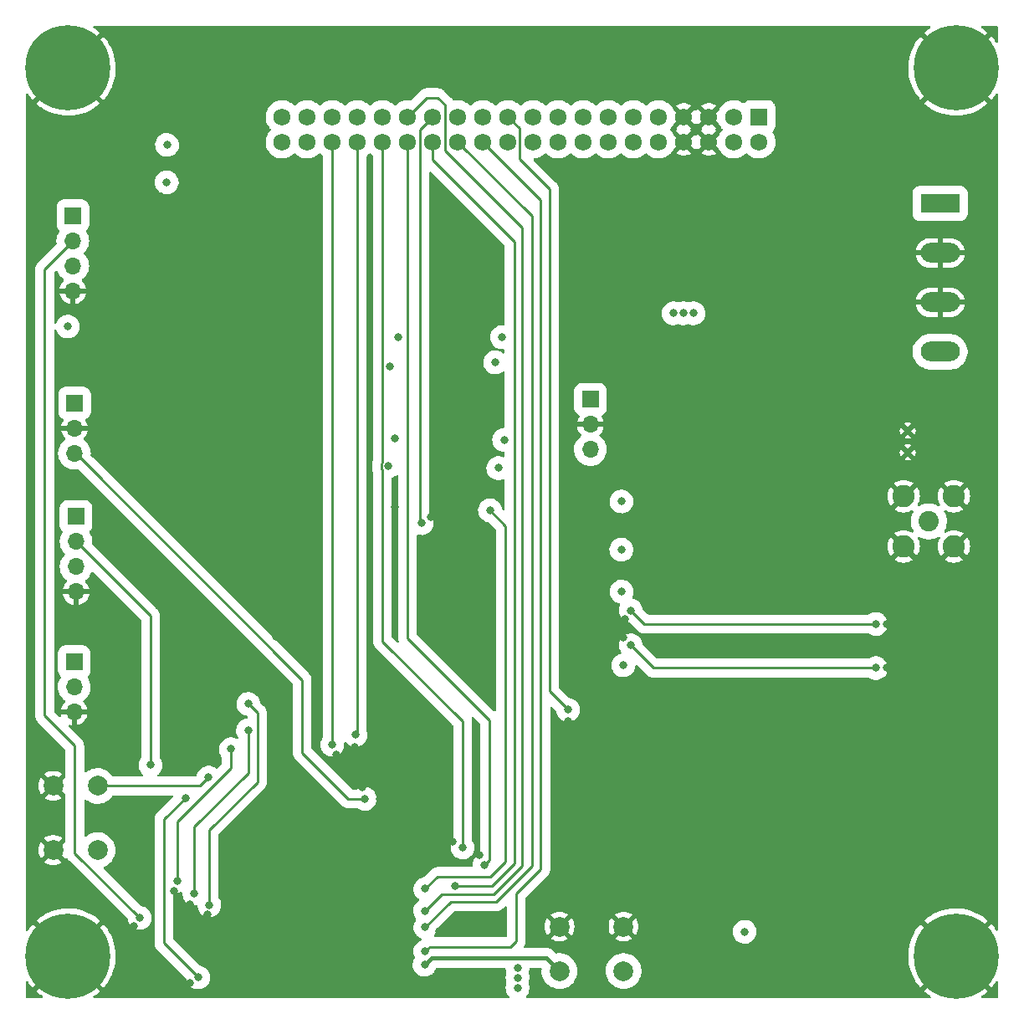
<source format=gbr>
%TF.GenerationSoftware,KiCad,Pcbnew,6.0.8-f2edbf62ab~116~ubuntu22.04.1*%
%TF.CreationDate,2022-10-21T16:06:30-07:00*%
%TF.ProjectId,aprs-esp32,61707273-2d65-4737-9033-322e6b696361,v1.0.0*%
%TF.SameCoordinates,Original*%
%TF.FileFunction,Copper,L4,Bot*%
%TF.FilePolarity,Positive*%
%FSLAX46Y46*%
G04 Gerber Fmt 4.6, Leading zero omitted, Abs format (unit mm)*
G04 Created by KiCad (PCBNEW 6.0.8-f2edbf62ab~116~ubuntu22.04.1) date 2022-10-21 16:06:30*
%MOMM*%
%LPD*%
G01*
G04 APERTURE LIST*
%TA.AperFunction,ComponentPad*%
%ADD10C,2.000000*%
%TD*%
%TA.AperFunction,ComponentPad*%
%ADD11C,2.050000*%
%TD*%
%TA.AperFunction,ComponentPad*%
%ADD12C,2.250000*%
%TD*%
%TA.AperFunction,ComponentPad*%
%ADD13R,1.700000X1.700000*%
%TD*%
%TA.AperFunction,ComponentPad*%
%ADD14O,1.700000X1.700000*%
%TD*%
%TA.AperFunction,ComponentPad*%
%ADD15R,3.960000X1.980000*%
%TD*%
%TA.AperFunction,ComponentPad*%
%ADD16O,3.960000X1.980000*%
%TD*%
%TA.AperFunction,ComponentPad*%
%ADD17C,0.900000*%
%TD*%
%TA.AperFunction,ComponentPad*%
%ADD18C,8.600000*%
%TD*%
%TA.AperFunction,ComponentPad*%
%ADD19C,0.610000*%
%TD*%
%TA.AperFunction,ComponentPad*%
%ADD20R,1.725000X1.725000*%
%TD*%
%TA.AperFunction,ComponentPad*%
%ADD21C,1.725000*%
%TD*%
%TA.AperFunction,ViaPad*%
%ADD22C,0.800000*%
%TD*%
%TA.AperFunction,Conductor*%
%ADD23C,0.396620*%
%TD*%
%TA.AperFunction,Conductor*%
%ADD24C,0.292100*%
%TD*%
G04 APERTURE END LIST*
D10*
%TO.P,SW2,1,1*%
%TO.N,GND*%
X23565000Y-104215000D03*
X23565000Y-97715000D03*
%TO.P,SW2,2,2*%
%TO.N,ESP_PROG*%
X28065000Y-104215000D03*
X28065000Y-97715000D03*
%TD*%
D11*
%TO.P,J7,1,In*%
%TO.N,/RF_OUT*%
X112186370Y-70945645D03*
D12*
%TO.P,J7,2,Ext*%
%TO.N,GND*%
X114726370Y-73485645D03*
X109646370Y-73485645D03*
X114726370Y-68405645D03*
X109646370Y-68405645D03*
%TD*%
D13*
%TO.P,J1,1,Pin_1*%
%TO.N,+3V3*%
X25885000Y-70455000D03*
D14*
%TO.P,J1,2,Pin_2*%
%TO.N,GPS_TX*%
X25885000Y-72995000D03*
%TO.P,J1,3,Pin_3*%
%TO.N,GPS_RX*%
X25885000Y-75535000D03*
%TO.P,J1,4,Pin_4*%
%TO.N,GND*%
X25885000Y-78075000D03*
%TD*%
D15*
%TO.P,J3,1,Pin_1*%
%TO.N,+4V*%
X113335000Y-38775000D03*
D16*
%TO.P,J3,2,Pin_2*%
%TO.N,GND*%
X113335000Y-43775000D03*
%TO.P,J3,3,Pin_3*%
X113335000Y-48775000D03*
%TO.P,J3,4,Pin_4*%
%TO.N,+3V3*%
X113335000Y-53775000D03*
%TD*%
D13*
%TO.P,J8,1,Pin_1*%
%TO.N,ESP_TX*%
X25695000Y-85140000D03*
D14*
%TO.P,J8,2,Pin_2*%
%TO.N,ESP_RX*%
X25695000Y-87680000D03*
%TO.P,J8,3,Pin_3*%
%TO.N,GND*%
X25695000Y-90220000D03*
%TD*%
D13*
%TO.P,J6,1,Pin_1*%
%TO.N,unconnected-(J6-Pad1)*%
X77940218Y-58596018D03*
D14*
%TO.P,J6,2,Pin_2*%
%TO.N,GND*%
X77940218Y-61136018D03*
%TO.P,J6,3,Pin_3*%
%TO.N,/RF_HI_ENA*%
X77940218Y-63676018D03*
%TD*%
D13*
%TO.P,J4,1,Pin_1*%
%TO.N,+3V3*%
X25555000Y-39995000D03*
D14*
%TO.P,J4,2,Pin_2*%
%TO.N,I2C_SCL*%
X25555000Y-42535000D03*
%TO.P,J4,3,Pin_3*%
%TO.N,I2C_SA*%
X25555000Y-45075000D03*
%TO.P,J4,4,Pin_4*%
%TO.N,GND*%
X25555000Y-47615000D03*
%TD*%
D17*
%TO.P,H4,1,1*%
%TO.N,GND*%
X112639581Y-112639581D03*
X114920000Y-118145000D03*
X117200419Y-112639581D03*
X114920000Y-111695000D03*
X117200419Y-117200419D03*
X111695000Y-114920000D03*
X112639581Y-117200419D03*
D18*
X114920000Y-114920000D03*
D17*
X118145000Y-114920000D03*
%TD*%
D19*
%TO.P,FL1,2,GND*%
%TO.N,GND*%
X110051659Y-63971266D03*
%TO.P,FL1,4,GND*%
X110051659Y-61761266D03*
%TD*%
D13*
%TO.P,J2,1,Pin_1*%
%TO.N,+3V3*%
X25725000Y-58970000D03*
D14*
%TO.P,J2,2,Pin_2*%
%TO.N,GND*%
X25725000Y-61510000D03*
%TO.P,J2,3,Pin_3*%
%TO.N,ONE_WIRE*%
X25725000Y-64050000D03*
%TD*%
D17*
%TO.P,H3,1,1*%
%TO.N,GND*%
X25080000Y-111695000D03*
X28305000Y-114920000D03*
X22799581Y-112639581D03*
X22799581Y-117200419D03*
X27360419Y-117200419D03*
X27360419Y-112639581D03*
X25080000Y-118145000D03*
X21855000Y-114920000D03*
D18*
X25080000Y-114920000D03*
%TD*%
D17*
%TO.P,H2,1,1*%
%TO.N,GND*%
X28305000Y-25080000D03*
X25080000Y-21855000D03*
X22799581Y-22799581D03*
X25080000Y-28305000D03*
X22799581Y-27360419D03*
X27360419Y-27360419D03*
X21855000Y-25080000D03*
D18*
X25080000Y-25080000D03*
D17*
X27360419Y-22799581D03*
%TD*%
%TO.P,H1,1,1*%
%TO.N,GND*%
X112639581Y-22799581D03*
X112639581Y-27360419D03*
X114920000Y-21855000D03*
X117200419Y-22799581D03*
X114920000Y-28305000D03*
X117200419Y-27360419D03*
D18*
X114920000Y-25080000D03*
D17*
X111695000Y-25080000D03*
X118145000Y-25080000D03*
%TD*%
D20*
%TO.P,J5,1,1*%
%TO.N,+4V*%
X95000000Y-30000000D03*
D21*
%TO.P,J5,2,2*%
X95000000Y-32540000D03*
%TO.P,J5,3,3*%
X92460000Y-30000000D03*
%TO.P,J5,4,4*%
X92460000Y-32540000D03*
%TO.P,J5,5,5*%
%TO.N,GND*%
X89920000Y-30000000D03*
%TO.P,J5,6,6*%
X89920000Y-32540000D03*
%TO.P,J5,7,7*%
X87380000Y-30000000D03*
%TO.P,J5,8,8*%
X87380000Y-32540000D03*
%TO.P,J5,9,9*%
%TO.N,+3V3*%
X84840000Y-30000000D03*
%TO.P,J5,10,10*%
X84840000Y-32540000D03*
%TO.P,J5,11,11*%
X82300000Y-30000000D03*
%TO.P,J5,12,12*%
X82300000Y-32540000D03*
%TO.P,J5,13,13*%
%TO.N,+3V3_E*%
X79760000Y-30000000D03*
%TO.P,J5,14,14*%
X79760000Y-32540000D03*
%TO.P,J5,15,15*%
X77220000Y-30000000D03*
%TO.P,J5,16,16*%
X77220000Y-32540000D03*
%TO.P,J5,17,17*%
%TO.N,4V_E*%
X74680000Y-30000000D03*
%TO.P,J5,18,18*%
X74680000Y-32540000D03*
%TO.P,J5,19,19*%
X72140000Y-30000000D03*
%TO.P,J5,20,20*%
X72140000Y-32540000D03*
%TO.P,J5,21,21*%
%TO.N,SQ*%
X69600000Y-30000000D03*
%TO.P,J5,22,22*%
%TO.N,unconnected-(J5-Pad22)*%
X69600000Y-32540000D03*
%TO.P,J5,23,23*%
%TO.N,unconnected-(J5-Pad23)*%
X67060000Y-30000000D03*
%TO.P,J5,24,24*%
%TO.N,AUDIO_IN*%
X67060000Y-32540000D03*
%TO.P,J5,25,25*%
%TO.N,unconnected-(J5-Pad25)*%
X64520000Y-30000000D03*
%TO.P,J5,26,26*%
%TO.N,GPIO34*%
X64520000Y-32540000D03*
%TO.P,J5,27,27*%
%TO.N,AF_OUT*%
X61980000Y-30000000D03*
%TO.P,J5,28,28*%
%TO.N,GPIO032*%
X61980000Y-32540000D03*
%TO.P,J5,29,29*%
%TO.N,GPIO35*%
X59440000Y-30000000D03*
%TO.P,J5,30,30*%
%TO.N,GPIO26*%
X59440000Y-32540000D03*
%TO.P,J5,31,31*%
%TO.N,unconnected-(J5-Pad31)*%
X56900000Y-30000000D03*
%TO.P,J5,32,32*%
%TO.N,GPIO27*%
X56900000Y-32540000D03*
%TO.P,J5,33,33*%
%TO.N,I2C_SCL*%
X54360000Y-30000000D03*
%TO.P,J5,34,34*%
%TO.N,GPIO012*%
X54360000Y-32540000D03*
%TO.P,J5,35,35*%
%TO.N,I2C_SA*%
X51820000Y-30000000D03*
%TO.P,J5,36,36*%
%TO.N,GPIO015*%
X51820000Y-32540000D03*
%TO.P,J5,37,37*%
%TO.N,ONE_WIRE*%
X49280000Y-30000000D03*
%TO.P,J5,38,38*%
%TO.N,GPIO23*%
X49280000Y-32540000D03*
%TO.P,J5,39,39*%
%TO.N,GPS_TX*%
X46740000Y-30000000D03*
%TO.P,J5,40,40*%
%TO.N,GPS_RX*%
X46740000Y-32540000D03*
%TD*%
D10*
%TO.P,SW1,1,1*%
%TO.N,GND*%
X81299009Y-111952171D03*
X74799009Y-111952171D03*
%TO.P,SW1,2,2*%
%TO.N,ESP_ENA*%
X74799009Y-116452171D03*
X81299009Y-116452171D03*
%TD*%
D22*
%TO.N,ESP_ENA*%
X61155000Y-115805000D03*
%TO.N,AUDIO_IN*%
X61225000Y-114485000D03*
%TO.N,PTT_LOW*%
X61235000Y-108135000D03*
X67775000Y-69835000D03*
%TO.N,GPIO27*%
X65005000Y-103945000D03*
%TO.N,ONE_WIRE*%
X55095275Y-99024725D03*
%TO.N,ESP_PROG*%
X39295000Y-96875000D03*
%TO.N,GPS_TX*%
X33415000Y-95605000D03*
%TO.N,RADIO_TX_LOW*%
X37825000Y-108575000D03*
X43295000Y-92095000D03*
%TO.N,GND*%
X46142810Y-82625000D03*
X37395000Y-117705000D03*
X50675000Y-112735000D03*
X111685000Y-64605000D03*
X97825000Y-57550000D03*
X49355000Y-67805000D03*
X63655000Y-112370000D03*
X93275000Y-57550000D03*
X107975000Y-85785000D03*
X54815000Y-97895000D03*
X66799000Y-111360000D03*
X110040000Y-65215000D03*
X61815000Y-70535000D03*
X53494800Y-109367800D03*
X31725000Y-111875000D03*
X67815000Y-111360000D03*
X91925000Y-52116200D03*
X81405000Y-80805000D03*
X40165000Y-118365000D03*
X96801800Y-57550000D03*
X106305000Y-63935000D03*
X66735000Y-104735000D03*
X61105000Y-118255000D03*
X35825000Y-108335000D03*
X51589800Y-111247400D03*
X64685000Y-112370000D03*
X51627900Y-109367800D03*
X91163000Y-57550000D03*
X63165000Y-59115000D03*
X56585000Y-99035000D03*
X88045000Y-110465000D03*
X91975800Y-55469000D03*
X108395000Y-64585000D03*
X111665000Y-61135000D03*
X110025000Y-60475000D03*
X49761000Y-109367800D03*
X46142810Y-77935000D03*
X37435000Y-109665000D03*
X35795000Y-50175000D03*
X49385000Y-59085000D03*
X64015000Y-103315000D03*
X106315000Y-61725000D03*
X35855000Y-67665000D03*
X114095000Y-65955000D03*
X46142810Y-87025000D03*
X108385000Y-61135000D03*
X52205000Y-94535000D03*
X95735000Y-57550000D03*
X68835000Y-111360000D03*
X65145000Y-43795000D03*
X52675000Y-112765000D03*
X43865000Y-118235000D03*
X58175000Y-69525000D03*
X57381000Y-118207000D03*
X92229800Y-57550000D03*
X113845000Y-62875000D03*
X67505000Y-71745000D03*
X39165000Y-110755000D03*
X62595000Y-112375000D03*
X49285000Y-50245000D03*
X81875000Y-101205000D03*
X75715000Y-91135000D03*
X107935000Y-81325000D03*
X54085000Y-93755000D03*
X81805000Y-104225000D03*
X81285000Y-82665000D03*
X112105000Y-66045000D03*
%TO.N,RADIO_ENA_LOW*%
X41545000Y-93995000D03*
X36135000Y-107295000D03*
%TO.N,+4V*%
X87353000Y-49881000D03*
X86337000Y-49881000D03*
X81275000Y-85515000D03*
X81065000Y-73805000D03*
X81075000Y-68925000D03*
X81105000Y-78055000D03*
X88369000Y-49881000D03*
%TO.N,RADIO_TX_HIGH*%
X106825000Y-85785000D03*
X82025000Y-83485000D03*
%TO.N,RADIO_RX_LOW*%
X39375000Y-109785000D03*
X43315000Y-89415000D03*
%TO.N,RADIO_RX_HIGH*%
X82025000Y-79955000D03*
X106825000Y-81325000D03*
%TO.N,AF_OUT*%
X60865000Y-71125000D03*
%TO.N,SQ*%
X75669000Y-90013000D03*
%TO.N,GPIO34*%
X61235000Y-112015000D03*
%TO.N,GPIO032*%
X64215000Y-107855000D03*
%TO.N,GPIO012*%
X54155000Y-92535000D03*
%TO.N,GPIO015*%
X51815000Y-93555000D03*
%TO.N,GPIO26*%
X67225000Y-105745000D03*
%TO.N,GPIO35*%
X61215000Y-110365000D03*
%TO.N,+3V3*%
X70561000Y-117151000D03*
X70561000Y-118167000D03*
X68295000Y-54857500D03*
X35095000Y-32845000D03*
X69210000Y-62700000D03*
X68620000Y-65550000D03*
X35065000Y-36635000D03*
X93545000Y-112475000D03*
X70561000Y-116135000D03*
X58480000Y-52285000D03*
X57660000Y-55225000D03*
X25045000Y-51225000D03*
X57505000Y-65371024D03*
X68995000Y-52307500D03*
X58165000Y-62511024D03*
%TO.N,I2C_SCL*%
X32325000Y-111075000D03*
%TO.N,GPIO23*%
X36955000Y-98915000D03*
X38255000Y-117095000D03*
%TD*%
D23*
%TO.N,ESP_ENA*%
X61155000Y-115805000D02*
X61855000Y-115105000D01*
X73451838Y-115105000D02*
X74799009Y-116452171D01*
X61855000Y-115105000D02*
X73451838Y-115105000D01*
D24*
%TO.N,AUDIO_IN*%
X61725000Y-113985000D02*
X69855000Y-113985000D01*
X72915000Y-38395000D02*
X67060000Y-32540000D01*
X70425000Y-108635000D02*
X72915000Y-106145000D01*
X70425000Y-113415000D02*
X70425000Y-108635000D01*
X69855000Y-113985000D02*
X70425000Y-113415000D01*
X61225000Y-114485000D02*
X61725000Y-113985000D01*
X72915000Y-106145000D02*
X72915000Y-38395000D01*
%TO.N,PTT_LOW*%
X67775000Y-69835000D02*
X69335000Y-71395000D01*
X67805000Y-106885000D02*
X62485000Y-106885000D01*
X62485000Y-106885000D02*
X61235000Y-108135000D01*
X69335000Y-71395000D02*
X69335000Y-105355000D01*
X69335000Y-105355000D02*
X67805000Y-106885000D01*
%TO.N,GPIO27*%
X56819439Y-65087054D02*
X56819439Y-65654994D01*
X56885000Y-83085000D02*
X65005000Y-91205000D01*
X56819439Y-65654994D02*
X56885000Y-65720555D01*
X56885000Y-65021493D02*
X56819439Y-65087054D01*
X56900000Y-32540000D02*
X56885000Y-32555000D01*
X65005000Y-91205000D02*
X65005000Y-103945000D01*
X56885000Y-32555000D02*
X56885000Y-65021493D01*
X56885000Y-65720555D02*
X56885000Y-83085000D01*
%TO.N,ONE_WIRE*%
X48765000Y-86985000D02*
X48765000Y-94355000D01*
X48765000Y-94355000D02*
X53434725Y-99024725D01*
X53434725Y-99024725D02*
X55095275Y-99024725D01*
X25885000Y-64105000D02*
X48765000Y-86985000D01*
%TO.N,ESP_PROG*%
X28065000Y-97715000D02*
X38455000Y-97715000D01*
X38455000Y-97715000D02*
X39295000Y-96875000D01*
%TO.N,GPS_TX*%
X33415000Y-80525000D02*
X33415000Y-95605000D01*
X25885000Y-72995000D02*
X33415000Y-80525000D01*
%TO.N,RADIO_TX_LOW*%
X37825000Y-101865000D02*
X43295000Y-96395000D01*
X37825000Y-108575000D02*
X37825000Y-101865000D01*
X43295000Y-96395000D02*
X43295000Y-92095000D01*
%TO.N,RADIO_ENA_LOW*%
X36135000Y-101345000D02*
X36135000Y-107295000D01*
X41545000Y-95935000D02*
X36135000Y-101345000D01*
X41545000Y-93995000D02*
X41545000Y-95935000D01*
%TO.N,RADIO_TX_HIGH*%
X106825000Y-85785000D02*
X84295000Y-85785000D01*
X84295000Y-85785000D02*
X81995000Y-83485000D01*
%TO.N,RADIO_RX_LOW*%
X44225000Y-90325000D02*
X43315000Y-89415000D01*
X39375000Y-109785000D02*
X39375000Y-102185000D01*
X44225000Y-97335000D02*
X44225000Y-90325000D01*
X39375000Y-102185000D02*
X44225000Y-97335000D01*
%TO.N,RADIO_RX_HIGH*%
X106825000Y-81325000D02*
X83395000Y-81325000D01*
X83395000Y-81325000D02*
X82025000Y-79955000D01*
%TO.N,AF_OUT*%
X61980000Y-30000000D02*
X60665000Y-31315000D01*
X60665000Y-70925000D02*
X60865000Y-71125000D01*
X60665000Y-31315000D02*
X60665000Y-70925000D01*
%TO.N,SQ*%
X73795000Y-88139000D02*
X75669000Y-90013000D01*
X69600000Y-30000000D02*
X70758061Y-31158061D01*
X73795000Y-37339000D02*
X73795000Y-88139000D01*
X70758061Y-31158061D02*
X70758061Y-34302061D01*
X70758061Y-34302061D02*
X73795000Y-37339000D01*
%TO.N,GPIO34*%
X63815000Y-109435000D02*
X61235000Y-112015000D01*
X72005000Y-40025000D02*
X72005000Y-105845000D01*
X64520000Y-32540000D02*
X72005000Y-40025000D01*
X72005000Y-105845000D02*
X68415000Y-109435000D01*
X68415000Y-109435000D02*
X63815000Y-109435000D01*
%TO.N,GPIO032*%
X61980000Y-32540000D02*
X61980000Y-34380000D01*
X61980000Y-34380000D02*
X70215000Y-42615000D01*
X70215000Y-105585000D02*
X67945000Y-107855000D01*
X67945000Y-107855000D02*
X64215000Y-107855000D01*
X70215000Y-42615000D02*
X70215000Y-105585000D01*
%TO.N,GPIO012*%
X54360000Y-32540000D02*
X54360000Y-92330000D01*
X54360000Y-92330000D02*
X54155000Y-92535000D01*
%TO.N,GPIO015*%
X51820000Y-32540000D02*
X51820000Y-93550000D01*
X51820000Y-93550000D02*
X51815000Y-93555000D01*
%TO.N,GPIO26*%
X59440000Y-82760000D02*
X67745000Y-91065000D01*
X67745000Y-91065000D02*
X67745000Y-105225000D01*
X67745000Y-105225000D02*
X67225000Y-105745000D01*
X59440000Y-32540000D02*
X59440000Y-82760000D01*
%TO.N,GPIO35*%
X63205000Y-28775000D02*
X63205000Y-33395000D01*
X59440000Y-30000000D02*
X61385000Y-28055000D01*
X61385000Y-28055000D02*
X62485000Y-28055000D01*
X62895000Y-108685000D02*
X61215000Y-110365000D01*
X71035000Y-105785000D02*
X68135000Y-108685000D01*
X62485000Y-28055000D02*
X63205000Y-28775000D01*
X63205000Y-33395000D02*
X71035000Y-41225000D01*
X71035000Y-41225000D02*
X71035000Y-105785000D01*
X68135000Y-108685000D02*
X62895000Y-108685000D01*
%TO.N,I2C_SCL*%
X25755000Y-104505000D02*
X32325000Y-111075000D01*
X25592860Y-42525000D02*
X22705000Y-45412860D01*
X22705000Y-90605000D02*
X25755000Y-93655000D01*
X25755000Y-93655000D02*
X25755000Y-104505000D01*
X22705000Y-45412860D02*
X22705000Y-90605000D01*
%TO.N,GPIO23*%
X34775000Y-113615000D02*
X34775000Y-101095000D01*
X34775000Y-101095000D02*
X36955000Y-98915000D01*
X38255000Y-117095000D02*
X34775000Y-113615000D01*
%TD*%
%TA.AperFunction,Conductor*%
%TO.N,GND*%
G36*
X112317921Y-20820502D02*
G01*
X112364414Y-20874158D01*
X112374518Y-20944432D01*
X112345024Y-21009012D01*
X112321981Y-21029776D01*
X111992420Y-21260109D01*
X111987979Y-21263517D01*
X111716476Y-21491739D01*
X111708031Y-21504456D01*
X111714139Y-21514929D01*
X112113493Y-21914283D01*
X112639580Y-22440371D01*
X113524878Y-23325668D01*
X114907188Y-24707978D01*
X114921132Y-24715592D01*
X114922965Y-24715461D01*
X114929580Y-24711210D01*
X116315121Y-23325669D01*
X117200419Y-22440372D01*
X117726506Y-21914284D01*
X118122754Y-21518036D01*
X118130316Y-21504187D01*
X118123987Y-21494962D01*
X117950928Y-21341582D01*
X117946561Y-21338046D01*
X117606600Y-21086948D01*
X117601947Y-21083821D01*
X117520340Y-21034105D01*
X117472570Y-20981582D01*
X117460781Y-20911571D01*
X117488713Y-20846300D01*
X117547499Y-20806492D01*
X117585893Y-20800500D01*
X119073500Y-20800500D01*
X119141621Y-20820502D01*
X119188114Y-20874158D01*
X119199500Y-20926500D01*
X119199500Y-22416305D01*
X119179498Y-22484426D01*
X119125842Y-22530919D01*
X119055568Y-22541023D01*
X118990988Y-22511529D01*
X118968007Y-22485206D01*
X118829963Y-22273850D01*
X118826692Y-22269297D01*
X118565030Y-21937380D01*
X118561382Y-21933155D01*
X118508103Y-21876715D01*
X118494389Y-21868705D01*
X118493517Y-21868742D01*
X118485438Y-21873772D01*
X118085717Y-22273493D01*
X117200419Y-23158790D01*
X116674332Y-23684878D01*
X115292022Y-25067188D01*
X115284408Y-25081132D01*
X115284539Y-25082965D01*
X115288790Y-25089580D01*
X116674331Y-26475121D01*
X117190621Y-26991412D01*
X117200418Y-27001209D01*
X118085716Y-27886506D01*
X118482142Y-28282932D01*
X118495903Y-28290446D01*
X118505263Y-28283989D01*
X118674244Y-28091303D01*
X118677744Y-28086935D01*
X118927073Y-27745645D01*
X118930157Y-27741003D01*
X118965553Y-27682210D01*
X119017825Y-27634167D01*
X119087773Y-27622010D01*
X119153190Y-27649600D01*
X119193305Y-27708177D01*
X119199500Y-27747199D01*
X119199500Y-112256305D01*
X119179498Y-112324426D01*
X119125842Y-112370919D01*
X119055568Y-112381023D01*
X118990988Y-112351529D01*
X118968007Y-112325206D01*
X118829963Y-112113850D01*
X118826692Y-112109297D01*
X118565030Y-111777380D01*
X118561382Y-111773155D01*
X118508103Y-111716715D01*
X118494389Y-111708705D01*
X118493517Y-111708742D01*
X118485438Y-111713772D01*
X118085717Y-112113493D01*
X117200419Y-112998790D01*
X116674332Y-113524878D01*
X115292022Y-114907188D01*
X115284408Y-114921132D01*
X115284539Y-114922965D01*
X115288790Y-114929580D01*
X116674331Y-116315121D01*
X117157811Y-116798602D01*
X117200418Y-116841209D01*
X118085716Y-117726506D01*
X118482142Y-118122932D01*
X118495903Y-118130446D01*
X118505263Y-118123989D01*
X118674244Y-117931303D01*
X118677744Y-117926935D01*
X118927073Y-117585645D01*
X118930157Y-117581003D01*
X118965553Y-117522210D01*
X119017825Y-117474167D01*
X119087773Y-117462010D01*
X119153190Y-117489600D01*
X119193305Y-117548177D01*
X119199500Y-117587199D01*
X119199500Y-119073500D01*
X119179498Y-119141621D01*
X119125842Y-119188114D01*
X119073500Y-119199500D01*
X117584208Y-119199500D01*
X117516087Y-119179498D01*
X117469594Y-119125842D01*
X117459490Y-119055568D01*
X117488984Y-118990988D01*
X117514756Y-118968370D01*
X117746563Y-118815231D01*
X117751126Y-118811916D01*
X118081658Y-118548529D01*
X118085873Y-118544852D01*
X118123823Y-118508649D01*
X118131763Y-118494890D01*
X118131713Y-118493843D01*
X118126822Y-118486032D01*
X117726507Y-118085717D01*
X116841210Y-117200419D01*
X116315122Y-116674332D01*
X114932812Y-115292022D01*
X114918868Y-115284408D01*
X114917035Y-115284539D01*
X114910420Y-115288790D01*
X113524879Y-116674331D01*
X112639581Y-117559628D01*
X112113494Y-118085716D01*
X111716736Y-118482474D01*
X111709122Y-118496418D01*
X111709171Y-118497110D01*
X111714617Y-118505274D01*
X111792268Y-118577812D01*
X111796507Y-118581433D01*
X112129802Y-118841363D01*
X112134359Y-118844602D01*
X112324923Y-118967648D01*
X112371300Y-119021403D01*
X112381254Y-119091699D01*
X112351622Y-119156216D01*
X112291814Y-119194472D01*
X112256575Y-119199500D01*
X71532505Y-119199500D01*
X71464384Y-119179498D01*
X71417891Y-119125842D01*
X71407787Y-119055568D01*
X71435631Y-118992930D01*
X71550908Y-118854326D01*
X71550910Y-118854323D01*
X71554602Y-118849884D01*
X71662410Y-118657379D01*
X71664266Y-118651912D01*
X71664268Y-118651907D01*
X71731475Y-118453921D01*
X71731476Y-118453916D01*
X71733331Y-118448452D01*
X71734159Y-118442743D01*
X71734160Y-118442738D01*
X71759592Y-118267331D01*
X71764991Y-118230098D01*
X71766643Y-118167000D01*
X71746454Y-117947289D01*
X71737447Y-117915350D01*
X71698677Y-117777884D01*
X71686565Y-117734936D01*
X71676531Y-117714589D01*
X71664341Y-117644647D01*
X71670224Y-117618360D01*
X71731475Y-117437921D01*
X71731476Y-117437916D01*
X71733331Y-117432452D01*
X71734159Y-117426743D01*
X71734160Y-117426738D01*
X71754913Y-117283604D01*
X71764991Y-117214098D01*
X71766643Y-117151000D01*
X71746454Y-116931289D01*
X71739962Y-116908268D01*
X71693963Y-116745168D01*
X71686565Y-116718936D01*
X71676531Y-116698589D01*
X71664341Y-116628647D01*
X71670224Y-116602360D01*
X71731475Y-116421921D01*
X71731476Y-116421916D01*
X71733331Y-116416452D01*
X71734159Y-116410743D01*
X71734160Y-116410738D01*
X71752485Y-116284351D01*
X71763015Y-116211729D01*
X71792584Y-116147184D01*
X71852355Y-116108872D01*
X71887710Y-116103810D01*
X72885073Y-116103810D01*
X72953194Y-116123812D01*
X72999687Y-116177468D01*
X73010439Y-116242433D01*
X72994079Y-116404907D01*
X72994303Y-116409574D01*
X72994303Y-116409579D01*
X72997761Y-116481564D01*
X73006918Y-116672212D01*
X73059127Y-116934683D01*
X73149558Y-117186554D01*
X73151774Y-117190678D01*
X73219991Y-117317636D01*
X73276224Y-117422292D01*
X73279019Y-117426035D01*
X73279021Y-117426038D01*
X73429437Y-117627469D01*
X73436344Y-117636718D01*
X73439651Y-117639996D01*
X73439656Y-117640002D01*
X73623083Y-117821834D01*
X73626399Y-117825121D01*
X73630165Y-117827883D01*
X73630167Y-117827884D01*
X73798355Y-117951204D01*
X73842214Y-117983363D01*
X73846349Y-117985539D01*
X73846353Y-117985541D01*
X73975927Y-118053713D01*
X74079048Y-118107968D01*
X74126853Y-118124662D01*
X74327282Y-118194655D01*
X74327288Y-118194657D01*
X74331699Y-118196197D01*
X74336292Y-118197069D01*
X74571024Y-118241635D01*
X74594615Y-118246114D01*
X74721625Y-118251104D01*
X74857354Y-118256437D01*
X74857359Y-118256437D01*
X74862022Y-118256620D01*
X74957952Y-118246114D01*
X75123391Y-118227996D01*
X75123396Y-118227995D01*
X75128044Y-118227486D01*
X75243576Y-118197069D01*
X75382318Y-118160541D01*
X75386838Y-118159351D01*
X75558227Y-118085717D01*
X75628416Y-118055562D01*
X75628419Y-118055560D01*
X75632719Y-118053713D01*
X75636699Y-118051250D01*
X75636703Y-118051248D01*
X75856311Y-117915350D01*
X75856315Y-117915347D01*
X75860284Y-117912891D01*
X75907066Y-117873287D01*
X76060969Y-117742999D01*
X76060970Y-117742998D01*
X76064535Y-117739980D01*
X76167271Y-117622833D01*
X76237903Y-117542293D01*
X76237907Y-117542288D01*
X76240985Y-117538778D01*
X76253867Y-117518751D01*
X76383228Y-117317636D01*
X76383231Y-117317631D01*
X76385756Y-117313705D01*
X76495670Y-117069705D01*
X76515596Y-116999054D01*
X76567041Y-116816644D01*
X76567042Y-116816641D01*
X76568311Y-116812140D01*
X76586585Y-116668500D01*
X76601686Y-116549796D01*
X76601686Y-116549792D01*
X76602084Y-116546666D01*
X76602326Y-116537452D01*
X76603788Y-116481564D01*
X76604558Y-116452171D01*
X76601046Y-116404907D01*
X79494079Y-116404907D01*
X79494303Y-116409574D01*
X79494303Y-116409579D01*
X79497761Y-116481564D01*
X79506918Y-116672212D01*
X79559127Y-116934683D01*
X79649558Y-117186554D01*
X79651774Y-117190678D01*
X79719991Y-117317636D01*
X79776224Y-117422292D01*
X79779019Y-117426035D01*
X79779021Y-117426038D01*
X79929437Y-117627469D01*
X79936344Y-117636718D01*
X79939651Y-117639996D01*
X79939656Y-117640002D01*
X80123083Y-117821834D01*
X80126399Y-117825121D01*
X80130165Y-117827883D01*
X80130167Y-117827884D01*
X80298355Y-117951204D01*
X80342214Y-117983363D01*
X80346349Y-117985539D01*
X80346353Y-117985541D01*
X80475927Y-118053713D01*
X80579048Y-118107968D01*
X80626853Y-118124662D01*
X80827282Y-118194655D01*
X80827288Y-118194657D01*
X80831699Y-118196197D01*
X80836292Y-118197069D01*
X81071024Y-118241635D01*
X81094615Y-118246114D01*
X81221625Y-118251104D01*
X81357354Y-118256437D01*
X81357359Y-118256437D01*
X81362022Y-118256620D01*
X81457952Y-118246114D01*
X81623391Y-118227996D01*
X81623396Y-118227995D01*
X81628044Y-118227486D01*
X81743576Y-118197069D01*
X81882318Y-118160541D01*
X81886838Y-118159351D01*
X82058227Y-118085717D01*
X82128416Y-118055562D01*
X82128419Y-118055560D01*
X82132719Y-118053713D01*
X82136699Y-118051250D01*
X82136703Y-118051248D01*
X82356311Y-117915350D01*
X82356315Y-117915347D01*
X82360284Y-117912891D01*
X82407066Y-117873287D01*
X82560969Y-117742999D01*
X82560970Y-117742998D01*
X82564535Y-117739980D01*
X82667271Y-117622833D01*
X82737903Y-117542293D01*
X82737907Y-117542288D01*
X82740985Y-117538778D01*
X82753867Y-117518751D01*
X82883228Y-117317636D01*
X82883231Y-117317631D01*
X82885756Y-117313705D01*
X82995670Y-117069705D01*
X83015596Y-116999054D01*
X83067041Y-116816644D01*
X83067042Y-116816641D01*
X83068311Y-116812140D01*
X83086585Y-116668500D01*
X83101686Y-116549796D01*
X83101686Y-116549792D01*
X83102084Y-116546666D01*
X83102326Y-116537452D01*
X83103788Y-116481564D01*
X83104558Y-116452171D01*
X83095004Y-116323604D01*
X83085073Y-116189959D01*
X83085072Y-116189955D01*
X83084726Y-116185294D01*
X83074170Y-116138641D01*
X83026695Y-115928837D01*
X83025664Y-115924280D01*
X82928671Y-115674862D01*
X82795877Y-115442521D01*
X82630199Y-115232360D01*
X82435278Y-115048996D01*
X82215394Y-114896457D01*
X82211203Y-114894390D01*
X82013361Y-114796825D01*
X110108855Y-114796825D01*
X110116600Y-115219410D01*
X110116950Y-115224976D01*
X110162231Y-115645208D01*
X110163078Y-115650746D01*
X110245535Y-116065286D01*
X110246864Y-116070698D01*
X110365852Y-116476289D01*
X110367658Y-116481564D01*
X110522219Y-116874948D01*
X110524501Y-116880072D01*
X110713416Y-117258150D01*
X110716140Y-117263043D01*
X110937917Y-117622833D01*
X110941068Y-117627469D01*
X111193955Y-117966127D01*
X111197488Y-117970444D01*
X111333222Y-118121988D01*
X111346717Y-118130351D01*
X111356128Y-118124662D01*
X111754283Y-117726507D01*
X112639581Y-116841210D01*
X112682188Y-116798603D01*
X113165668Y-116315122D01*
X114547978Y-114932812D01*
X114555592Y-114918868D01*
X114555461Y-114917035D01*
X114551210Y-114910420D01*
X113165669Y-113524879D01*
X112280372Y-112639581D01*
X111754284Y-112113494D01*
X111355561Y-111714771D01*
X111342253Y-111707504D01*
X111332214Y-111714626D01*
X111088223Y-112007994D01*
X111084828Y-112012467D01*
X110844528Y-112360152D01*
X110841549Y-112364902D01*
X110633106Y-112732575D01*
X110630562Y-112737568D01*
X110455629Y-113122312D01*
X110453538Y-113127511D01*
X110313498Y-113526290D01*
X110311877Y-113531659D01*
X110207840Y-113941303D01*
X110206706Y-113946776D01*
X110139496Y-114364054D01*
X110138851Y-114369632D01*
X110109002Y-114791204D01*
X110108855Y-114796825D01*
X82013361Y-114796825D01*
X81979568Y-114780160D01*
X81979565Y-114780159D01*
X81975380Y-114778095D01*
X81720506Y-114696509D01*
X81544450Y-114667837D01*
X81460985Y-114654244D01*
X81460984Y-114654244D01*
X81456373Y-114653493D01*
X81322578Y-114651741D01*
X81193460Y-114650051D01*
X81193457Y-114650051D01*
X81188783Y-114649990D01*
X80923614Y-114686078D01*
X80919127Y-114687386D01*
X80919126Y-114687386D01*
X80887826Y-114696509D01*
X80666692Y-114760963D01*
X80662439Y-114762923D01*
X80662438Y-114762924D01*
X80610521Y-114786858D01*
X80423661Y-114873002D01*
X80419752Y-114875565D01*
X80203773Y-115017167D01*
X80203768Y-115017171D01*
X80199860Y-115019733D01*
X80100033Y-115108832D01*
X80050013Y-115153477D01*
X80000206Y-115197931D01*
X79829084Y-115403683D01*
X79826661Y-115407676D01*
X79712780Y-115595346D01*
X79690253Y-115632469D01*
X79586764Y-115879262D01*
X79585613Y-115883794D01*
X79585612Y-115883797D01*
X79522042Y-116134104D01*
X79520890Y-116138641D01*
X79494079Y-116404907D01*
X76601046Y-116404907D01*
X76595004Y-116323604D01*
X76585073Y-116189959D01*
X76585072Y-116189955D01*
X76584726Y-116185294D01*
X76574170Y-116138641D01*
X76526695Y-115928837D01*
X76525664Y-115924280D01*
X76428671Y-115674862D01*
X76295877Y-115442521D01*
X76130199Y-115232360D01*
X75935278Y-115048996D01*
X75715394Y-114896457D01*
X75711203Y-114894390D01*
X75479568Y-114780160D01*
X75479565Y-114780159D01*
X75475380Y-114778095D01*
X75220506Y-114696509D01*
X75044450Y-114667837D01*
X74960985Y-114654244D01*
X74960984Y-114654244D01*
X74956373Y-114653493D01*
X74822578Y-114651741D01*
X74693460Y-114650051D01*
X74693457Y-114650051D01*
X74688783Y-114649990D01*
X74504738Y-114675038D01*
X74434544Y-114664405D01*
X74398652Y-114639284D01*
X74169510Y-114410141D01*
X74167057Y-114407619D01*
X74157555Y-114397571D01*
X74107847Y-114345006D01*
X74081389Y-114326480D01*
X74058515Y-114310463D01*
X74051151Y-114304894D01*
X74009444Y-114270879D01*
X74004499Y-114266846D01*
X73998848Y-114263892D01*
X73998841Y-114263887D01*
X73979052Y-114253542D01*
X73965170Y-114245102D01*
X73941630Y-114228620D01*
X73935776Y-114226087D01*
X73935771Y-114226084D01*
X73886364Y-114204704D01*
X73878030Y-114200729D01*
X73830332Y-114175793D01*
X73830329Y-114175792D01*
X73824677Y-114172837D01*
X73818545Y-114171079D01*
X73818541Y-114171077D01*
X73797071Y-114164921D01*
X73781770Y-114159442D01*
X73755406Y-114148034D01*
X73696443Y-114135716D01*
X73687527Y-114133510D01*
X73629624Y-114116906D01*
X73623260Y-114116416D01*
X73623258Y-114116416D01*
X73608620Y-114115290D01*
X73600987Y-114114703D01*
X73584892Y-114112412D01*
X73556781Y-114106539D01*
X73551942Y-114106285D01*
X73551939Y-114106285D01*
X73551790Y-114106277D01*
X73551774Y-114106277D01*
X73550122Y-114106190D01*
X73495199Y-114106190D01*
X73485533Y-114105819D01*
X73433669Y-114101828D01*
X73433665Y-114101828D01*
X73427309Y-114101339D01*
X73404243Y-114104253D01*
X73396778Y-114105196D01*
X73380986Y-114106190D01*
X71339812Y-114106190D01*
X71271691Y-114086188D01*
X71225198Y-114032532D01*
X71215094Y-113962258D01*
X71228153Y-113921810D01*
X71231713Y-113915001D01*
X71240159Y-113901111D01*
X71251860Y-113884400D01*
X71251862Y-113884396D01*
X71255525Y-113879165D01*
X71278092Y-113827018D01*
X71282065Y-113818689D01*
X71305432Y-113773992D01*
X71305435Y-113773984D01*
X71308391Y-113768330D01*
X71315776Y-113742575D01*
X71321258Y-113727266D01*
X71329360Y-113708544D01*
X71329362Y-113708536D01*
X71331895Y-113702684D01*
X71342327Y-113652748D01*
X71343512Y-113647078D01*
X71345730Y-113638115D01*
X71359636Y-113589618D01*
X71361395Y-113583484D01*
X71363451Y-113556768D01*
X71365742Y-113540671D01*
X71367023Y-113534540D01*
X71371219Y-113514452D01*
X71371550Y-113508136D01*
X71371550Y-113456345D01*
X71371921Y-113446679D01*
X71375658Y-113398114D01*
X71375658Y-113398111D01*
X71376147Y-113391754D01*
X71372544Y-113363233D01*
X71371550Y-113347441D01*
X71371550Y-113184841D01*
X73931169Y-113184841D01*
X73936896Y-113192491D01*
X74108051Y-113297376D01*
X74116846Y-113301858D01*
X74326997Y-113388905D01*
X74336382Y-113391954D01*
X74557563Y-113445056D01*
X74567310Y-113446599D01*
X74794079Y-113464446D01*
X74803939Y-113464446D01*
X75030708Y-113446599D01*
X75040455Y-113445056D01*
X75261636Y-113391954D01*
X75271021Y-113388905D01*
X75481172Y-113301858D01*
X75489967Y-113297376D01*
X75657454Y-113194739D01*
X75666409Y-113184841D01*
X80431169Y-113184841D01*
X80436896Y-113192491D01*
X80608051Y-113297376D01*
X80616846Y-113301858D01*
X80826997Y-113388905D01*
X80836382Y-113391954D01*
X81057563Y-113445056D01*
X81067310Y-113446599D01*
X81294079Y-113464446D01*
X81303939Y-113464446D01*
X81530708Y-113446599D01*
X81540455Y-113445056D01*
X81761636Y-113391954D01*
X81771021Y-113388905D01*
X81981172Y-113301858D01*
X81989967Y-113297376D01*
X82157454Y-113194739D01*
X82166916Y-113184281D01*
X82163133Y-113175505D01*
X81311821Y-112324193D01*
X81297877Y-112316579D01*
X81296044Y-112316710D01*
X81289429Y-112320961D01*
X80437929Y-113172461D01*
X80431169Y-113184841D01*
X75666409Y-113184841D01*
X75666916Y-113184281D01*
X75663133Y-113175505D01*
X74811821Y-112324193D01*
X74797877Y-112316579D01*
X74796044Y-112316710D01*
X74789429Y-112320961D01*
X73937929Y-113172461D01*
X73931169Y-113184841D01*
X71371550Y-113184841D01*
X71371550Y-111957101D01*
X73286734Y-111957101D01*
X73304581Y-112183870D01*
X73306124Y-112193617D01*
X73359226Y-112414798D01*
X73362275Y-112424183D01*
X73449322Y-112634334D01*
X73453804Y-112643129D01*
X73556441Y-112810616D01*
X73566899Y-112820078D01*
X73575675Y-112816295D01*
X74426987Y-111964983D01*
X74433365Y-111953303D01*
X75163417Y-111953303D01*
X75163548Y-111955136D01*
X75167799Y-111961751D01*
X76019299Y-112813251D01*
X76031679Y-112820011D01*
X76039329Y-112814284D01*
X76144214Y-112643129D01*
X76148696Y-112634334D01*
X76235743Y-112424183D01*
X76238792Y-112414798D01*
X76291894Y-112193617D01*
X76293437Y-112183870D01*
X76311284Y-111957101D01*
X79786734Y-111957101D01*
X79804581Y-112183870D01*
X79806124Y-112193617D01*
X79859226Y-112414798D01*
X79862275Y-112424183D01*
X79949322Y-112634334D01*
X79953804Y-112643129D01*
X80056441Y-112810616D01*
X80066899Y-112820078D01*
X80075675Y-112816295D01*
X80926987Y-111964983D01*
X80933365Y-111953303D01*
X81663417Y-111953303D01*
X81663548Y-111955136D01*
X81667799Y-111961751D01*
X82519299Y-112813251D01*
X82531679Y-112820011D01*
X82539329Y-112814284D01*
X82644214Y-112643129D01*
X82648696Y-112634334D01*
X82727767Y-112443440D01*
X92339770Y-112443440D01*
X92354200Y-112663604D01*
X92355621Y-112669200D01*
X92355622Y-112669205D01*
X92392206Y-112813251D01*
X92408511Y-112877452D01*
X92410928Y-112882694D01*
X92410928Y-112882695D01*
X92448776Y-112964792D01*
X92500883Y-113077821D01*
X92628222Y-113258002D01*
X92786264Y-113411961D01*
X92791060Y-113415166D01*
X92791063Y-113415168D01*
X92932412Y-113509614D01*
X92969717Y-113534540D01*
X92975020Y-113536818D01*
X92975023Y-113536820D01*
X93129434Y-113603160D01*
X93172436Y-113621635D01*
X93245267Y-113638115D01*
X93381995Y-113669054D01*
X93382001Y-113669055D01*
X93387632Y-113670329D01*
X93393403Y-113670556D01*
X93393405Y-113670556D01*
X93461211Y-113673220D01*
X93608098Y-113678991D01*
X93717275Y-113663161D01*
X93820738Y-113648160D01*
X93820743Y-113648159D01*
X93826452Y-113647331D01*
X93831916Y-113645476D01*
X93831921Y-113645475D01*
X94029907Y-113578268D01*
X94029912Y-113578266D01*
X94035379Y-113576410D01*
X94070453Y-113556768D01*
X94146013Y-113514452D01*
X94227884Y-113468602D01*
X94242622Y-113456345D01*
X94393086Y-113331204D01*
X94397518Y-113327518D01*
X94507950Y-113194739D01*
X94534908Y-113162326D01*
X94534910Y-113162323D01*
X94538602Y-113157884D01*
X94646410Y-112965379D01*
X94648266Y-112959912D01*
X94648268Y-112959907D01*
X94715475Y-112761921D01*
X94715476Y-112761916D01*
X94717331Y-112756452D01*
X94718159Y-112750743D01*
X94718160Y-112750738D01*
X94748458Y-112541772D01*
X94748991Y-112538098D01*
X94750643Y-112475000D01*
X94730454Y-112255289D01*
X94728444Y-112248160D01*
X94690464Y-112113493D01*
X94670565Y-112042936D01*
X94572980Y-111845053D01*
X94508584Y-111758816D01*
X94444420Y-111672891D01*
X94444420Y-111672890D01*
X94440967Y-111668267D01*
X94335119Y-111570422D01*
X94283189Y-111522418D01*
X94283186Y-111522416D01*
X94278949Y-111518499D01*
X94092350Y-111400764D01*
X93951212Y-111344456D01*
X111708031Y-111344456D01*
X111714139Y-111354929D01*
X112113493Y-111754283D01*
X112562813Y-112203604D01*
X112639580Y-112280371D01*
X113524878Y-113165668D01*
X114907188Y-114547978D01*
X114921132Y-114555592D01*
X114922965Y-114555461D01*
X114929580Y-114551210D01*
X116315121Y-113165669D01*
X117200419Y-112280372D01*
X117277186Y-112203605D01*
X117726506Y-111754284D01*
X118122754Y-111358036D01*
X118130316Y-111344187D01*
X118123987Y-111334962D01*
X117950928Y-111181582D01*
X117946561Y-111178046D01*
X117606600Y-110926948D01*
X117601947Y-110923821D01*
X117240995Y-110703926D01*
X117236094Y-110701232D01*
X116857027Y-110514297D01*
X116851904Y-110512048D01*
X116457707Y-110359545D01*
X116452417Y-110357765D01*
X116046218Y-110240904D01*
X116040794Y-110239602D01*
X115625822Y-110159316D01*
X115620293Y-110158500D01*
X115199828Y-110115420D01*
X115194247Y-110115098D01*
X114771635Y-110109566D01*
X114766024Y-110109742D01*
X114344593Y-110141800D01*
X114339036Y-110142472D01*
X113922128Y-110211864D01*
X113916631Y-110213032D01*
X113507547Y-110319209D01*
X113502181Y-110320861D01*
X113104153Y-110462983D01*
X113098965Y-110465100D01*
X112715133Y-110642050D01*
X112710164Y-110644614D01*
X112343581Y-110854984D01*
X112338848Y-110857987D01*
X111992420Y-111100109D01*
X111987979Y-111103517D01*
X111716476Y-111331739D01*
X111708031Y-111344456D01*
X93951212Y-111344456D01*
X93887421Y-111319006D01*
X93881761Y-111317880D01*
X93881757Y-111317879D01*
X93676691Y-111277089D01*
X93676688Y-111277089D01*
X93671024Y-111275962D01*
X93665249Y-111275886D01*
X93665245Y-111275886D01*
X93554504Y-111274437D01*
X93450406Y-111273074D01*
X93444709Y-111274053D01*
X93444708Y-111274053D01*
X93238654Y-111309459D01*
X93238653Y-111309459D01*
X93232957Y-111310438D01*
X93025957Y-111386804D01*
X92836341Y-111499614D01*
X92670457Y-111645090D01*
X92533863Y-111818360D01*
X92431131Y-112013620D01*
X92392312Y-112138639D01*
X92372140Y-112203604D01*
X92365703Y-112224333D01*
X92339770Y-112443440D01*
X82727767Y-112443440D01*
X82735743Y-112424183D01*
X82738792Y-112414798D01*
X82791894Y-112193617D01*
X82793437Y-112183870D01*
X82811284Y-111957101D01*
X82811284Y-111947241D01*
X82793437Y-111720472D01*
X82791894Y-111710725D01*
X82738792Y-111489544D01*
X82735743Y-111480159D01*
X82648696Y-111270008D01*
X82644214Y-111261213D01*
X82541577Y-111093726D01*
X82531119Y-111084264D01*
X82522343Y-111088047D01*
X81671031Y-111939359D01*
X81663417Y-111953303D01*
X80933365Y-111953303D01*
X80934601Y-111951039D01*
X80934470Y-111949206D01*
X80930219Y-111942591D01*
X80078719Y-111091091D01*
X80066339Y-111084331D01*
X80058689Y-111090058D01*
X79953804Y-111261213D01*
X79949322Y-111270008D01*
X79862275Y-111480159D01*
X79859226Y-111489544D01*
X79806124Y-111710725D01*
X79804581Y-111720472D01*
X79786734Y-111947241D01*
X79786734Y-111957101D01*
X76311284Y-111957101D01*
X76311284Y-111947241D01*
X76293437Y-111720472D01*
X76291894Y-111710725D01*
X76238792Y-111489544D01*
X76235743Y-111480159D01*
X76148696Y-111270008D01*
X76144214Y-111261213D01*
X76041577Y-111093726D01*
X76031119Y-111084264D01*
X76022343Y-111088047D01*
X75171031Y-111939359D01*
X75163417Y-111953303D01*
X74433365Y-111953303D01*
X74434601Y-111951039D01*
X74434470Y-111949206D01*
X74430219Y-111942591D01*
X73578719Y-111091091D01*
X73566339Y-111084331D01*
X73558689Y-111090058D01*
X73453804Y-111261213D01*
X73449322Y-111270008D01*
X73362275Y-111480159D01*
X73359226Y-111489544D01*
X73306124Y-111710725D01*
X73304581Y-111720472D01*
X73286734Y-111947241D01*
X73286734Y-111957101D01*
X71371550Y-111957101D01*
X71371550Y-110720061D01*
X73931102Y-110720061D01*
X73934885Y-110728837D01*
X74786197Y-111580149D01*
X74800141Y-111587763D01*
X74801974Y-111587632D01*
X74808589Y-111583381D01*
X75660089Y-110731881D01*
X75666543Y-110720061D01*
X80431102Y-110720061D01*
X80434885Y-110728837D01*
X81286197Y-111580149D01*
X81300141Y-111587763D01*
X81301974Y-111587632D01*
X81308589Y-111583381D01*
X82160089Y-110731881D01*
X82166849Y-110719501D01*
X82161122Y-110711851D01*
X81989967Y-110606966D01*
X81981172Y-110602484D01*
X81771021Y-110515437D01*
X81761636Y-110512388D01*
X81540455Y-110459286D01*
X81530708Y-110457743D01*
X81303939Y-110439896D01*
X81294079Y-110439896D01*
X81067310Y-110457743D01*
X81057563Y-110459286D01*
X80836382Y-110512388D01*
X80826997Y-110515437D01*
X80616846Y-110602484D01*
X80608051Y-110606966D01*
X80440564Y-110709603D01*
X80431102Y-110720061D01*
X75666543Y-110720061D01*
X75666849Y-110719501D01*
X75661122Y-110711851D01*
X75489967Y-110606966D01*
X75481172Y-110602484D01*
X75271021Y-110515437D01*
X75261636Y-110512388D01*
X75040455Y-110459286D01*
X75030708Y-110457743D01*
X74803939Y-110439896D01*
X74794079Y-110439896D01*
X74567310Y-110457743D01*
X74557563Y-110459286D01*
X74336382Y-110512388D01*
X74326997Y-110515437D01*
X74116846Y-110602484D01*
X74108051Y-110606966D01*
X73940564Y-110709603D01*
X73931102Y-110720061D01*
X71371550Y-110720061D01*
X71371550Y-109079264D01*
X71391552Y-109011143D01*
X71408455Y-108990169D01*
X73573427Y-106825197D01*
X73575949Y-106822743D01*
X73630595Y-106771067D01*
X73635229Y-106766685D01*
X73638887Y-106761461D01*
X73638892Y-106761455D01*
X73667822Y-106720138D01*
X73673392Y-106712773D01*
X73705263Y-106673695D01*
X73705267Y-106673689D01*
X73709300Y-106668744D01*
X73721713Y-106645000D01*
X73730159Y-106631111D01*
X73741860Y-106614400D01*
X73741862Y-106614396D01*
X73745525Y-106609165D01*
X73768092Y-106557018D01*
X73772065Y-106548689D01*
X73795432Y-106503992D01*
X73795435Y-106503984D01*
X73798391Y-106498330D01*
X73805776Y-106472575D01*
X73811258Y-106457266D01*
X73819360Y-106438544D01*
X73819362Y-106438536D01*
X73821895Y-106432684D01*
X73833512Y-106377078D01*
X73835730Y-106368115D01*
X73849636Y-106319618D01*
X73851395Y-106313484D01*
X73853451Y-106286768D01*
X73855742Y-106270671D01*
X73859727Y-106251594D01*
X73861219Y-106244452D01*
X73861550Y-106238136D01*
X73861550Y-106186345D01*
X73861921Y-106176679D01*
X73865658Y-106128114D01*
X73865658Y-106128111D01*
X73866147Y-106121754D01*
X73862544Y-106093233D01*
X73861550Y-106077441D01*
X73861550Y-89848364D01*
X73881552Y-89780243D01*
X73935208Y-89733750D01*
X74005482Y-89723646D01*
X74070062Y-89753140D01*
X74076645Y-89759269D01*
X74442212Y-90124836D01*
X74476238Y-90187148D01*
X74477566Y-90194221D01*
X74477822Y-90195839D01*
X74478200Y-90201604D01*
X74479622Y-90207202D01*
X74479622Y-90207204D01*
X74513436Y-90340344D01*
X74532511Y-90415452D01*
X74534928Y-90420694D01*
X74534928Y-90420695D01*
X74572796Y-90502837D01*
X74624883Y-90615821D01*
X74752222Y-90796002D01*
X74910264Y-90949961D01*
X74915060Y-90953166D01*
X74915063Y-90953168D01*
X75015140Y-91020037D01*
X75093717Y-91072540D01*
X75099020Y-91074818D01*
X75099023Y-91074820D01*
X75225203Y-91129031D01*
X75296436Y-91159635D01*
X75362227Y-91174522D01*
X75505995Y-91207054D01*
X75506001Y-91207055D01*
X75511632Y-91208329D01*
X75517403Y-91208556D01*
X75517405Y-91208556D01*
X75585211Y-91211220D01*
X75732098Y-91216991D01*
X75841275Y-91201161D01*
X75944738Y-91186160D01*
X75944743Y-91186159D01*
X75950452Y-91185331D01*
X75955916Y-91183476D01*
X75955921Y-91183475D01*
X76153907Y-91116268D01*
X76153912Y-91116266D01*
X76159379Y-91114410D01*
X76172947Y-91106812D01*
X76287162Y-91042848D01*
X76351884Y-91006602D01*
X76377383Y-90985395D01*
X76517086Y-90869204D01*
X76521518Y-90865518D01*
X76601572Y-90769264D01*
X76658908Y-90700326D01*
X76658910Y-90700323D01*
X76662602Y-90695884D01*
X76763342Y-90516000D01*
X76767586Y-90508422D01*
X76767587Y-90508420D01*
X76770410Y-90503379D01*
X76772266Y-90497912D01*
X76772268Y-90497907D01*
X76839475Y-90299921D01*
X76839476Y-90299916D01*
X76841331Y-90294452D01*
X76842159Y-90288743D01*
X76842160Y-90288738D01*
X76872458Y-90079772D01*
X76872991Y-90076098D01*
X76874643Y-90013000D01*
X76854454Y-89793289D01*
X76849906Y-89777161D01*
X76823893Y-89684926D01*
X76794565Y-89580936D01*
X76696980Y-89383053D01*
X76692987Y-89377705D01*
X76568420Y-89210891D01*
X76568420Y-89210890D01*
X76564967Y-89206267D01*
X76402949Y-89056499D01*
X76216350Y-88938764D01*
X76011421Y-88857006D01*
X75911797Y-88837189D01*
X75849438Y-88824785D01*
X75784925Y-88790301D01*
X74778455Y-87783831D01*
X74744429Y-87721519D01*
X74741550Y-87694736D01*
X74741550Y-85483440D01*
X80069770Y-85483440D01*
X80084200Y-85703604D01*
X80085621Y-85709200D01*
X80085622Y-85709205D01*
X80119955Y-85844389D01*
X80138511Y-85917452D01*
X80140928Y-85922694D01*
X80140928Y-85922695D01*
X80228465Y-86112576D01*
X80230883Y-86117821D01*
X80358222Y-86298002D01*
X80516264Y-86451961D01*
X80521060Y-86455166D01*
X80521063Y-86455168D01*
X80605261Y-86511427D01*
X80699717Y-86574540D01*
X80705020Y-86576818D01*
X80705023Y-86576820D01*
X80856888Y-86642066D01*
X80902436Y-86661635D01*
X80971802Y-86677331D01*
X81111995Y-86709054D01*
X81112001Y-86709055D01*
X81117632Y-86710329D01*
X81123403Y-86710556D01*
X81123405Y-86710556D01*
X81191211Y-86713220D01*
X81338098Y-86718991D01*
X81447275Y-86703161D01*
X81550738Y-86688160D01*
X81550743Y-86688159D01*
X81556452Y-86687331D01*
X81561916Y-86685476D01*
X81561921Y-86685475D01*
X81759907Y-86618268D01*
X81759912Y-86618266D01*
X81765379Y-86616410D01*
X81786459Y-86604605D01*
X81905708Y-86537822D01*
X81957884Y-86508602D01*
X81967512Y-86500595D01*
X82123086Y-86371204D01*
X82127518Y-86367518D01*
X82190250Y-86292092D01*
X82264908Y-86202326D01*
X82264910Y-86202323D01*
X82268602Y-86197884D01*
X82339145Y-86071921D01*
X82373586Y-86010422D01*
X82373587Y-86010420D01*
X82376410Y-86005379D01*
X82378266Y-85999912D01*
X82378268Y-85999907D01*
X82445475Y-85801921D01*
X82445476Y-85801916D01*
X82447331Y-85796452D01*
X82448159Y-85790743D01*
X82448160Y-85790738D01*
X82477177Y-85590607D01*
X82506747Y-85526061D01*
X82566519Y-85487749D01*
X82637515Y-85487833D01*
X82690968Y-85519592D01*
X83614803Y-86443427D01*
X83617257Y-86445949D01*
X83673315Y-86505229D01*
X83678539Y-86508887D01*
X83678545Y-86508892D01*
X83719862Y-86537822D01*
X83727227Y-86543392D01*
X83766308Y-86575265D01*
X83766311Y-86575267D01*
X83771256Y-86579300D01*
X83795001Y-86591714D01*
X83808890Y-86600159D01*
X83830835Y-86615525D01*
X83883011Y-86638103D01*
X83891310Y-86642063D01*
X83941669Y-86668390D01*
X83958127Y-86673109D01*
X83967421Y-86675774D01*
X83982734Y-86681257D01*
X84007316Y-86691895D01*
X84013564Y-86693200D01*
X84013566Y-86693201D01*
X84062929Y-86703514D01*
X84071890Y-86705732D01*
X84120379Y-86719636D01*
X84120386Y-86719637D01*
X84126516Y-86721395D01*
X84151609Y-86723326D01*
X84153232Y-86723451D01*
X84169330Y-86725742D01*
X84195548Y-86731219D01*
X84201864Y-86731550D01*
X84253655Y-86731550D01*
X84263321Y-86731921D01*
X84311886Y-86735658D01*
X84311889Y-86735658D01*
X84318246Y-86736147D01*
X84346766Y-86732544D01*
X84362559Y-86731550D01*
X106042394Y-86731550D01*
X106112395Y-86752785D01*
X106249717Y-86844540D01*
X106255020Y-86846818D01*
X106255023Y-86846820D01*
X106429316Y-86921702D01*
X106452436Y-86931635D01*
X106532088Y-86949658D01*
X106661995Y-86979054D01*
X106662001Y-86979055D01*
X106667632Y-86980329D01*
X106673403Y-86980556D01*
X106673405Y-86980556D01*
X106741211Y-86983220D01*
X106888098Y-86988991D01*
X106997275Y-86973161D01*
X107100738Y-86958160D01*
X107100743Y-86958159D01*
X107106452Y-86957331D01*
X107111916Y-86955476D01*
X107111921Y-86955475D01*
X107309907Y-86888268D01*
X107309912Y-86888266D01*
X107315379Y-86886410D01*
X107507884Y-86778602D01*
X107529829Y-86760351D01*
X107673086Y-86641204D01*
X107677518Y-86637518D01*
X107738655Y-86564009D01*
X107814908Y-86472326D01*
X107814910Y-86472323D01*
X107818602Y-86467884D01*
X107911485Y-86302029D01*
X107923586Y-86280422D01*
X107923587Y-86280420D01*
X107926410Y-86275379D01*
X107928266Y-86269912D01*
X107928268Y-86269907D01*
X107995475Y-86071921D01*
X107995476Y-86071916D01*
X107997331Y-86066452D01*
X107998159Y-86060743D01*
X107998160Y-86060738D01*
X108028458Y-85851772D01*
X108028991Y-85848098D01*
X108030643Y-85785000D01*
X108010454Y-85565289D01*
X107987371Y-85483440D01*
X107952134Y-85358500D01*
X107950565Y-85352936D01*
X107852980Y-85155053D01*
X107720967Y-84978267D01*
X107623586Y-84888249D01*
X107563189Y-84832418D01*
X107563186Y-84832416D01*
X107558949Y-84828499D01*
X107372350Y-84710764D01*
X107167421Y-84629006D01*
X107161761Y-84627880D01*
X107161757Y-84627879D01*
X106956691Y-84587089D01*
X106956688Y-84587089D01*
X106951024Y-84585962D01*
X106945249Y-84585886D01*
X106945245Y-84585886D01*
X106834504Y-84584437D01*
X106730406Y-84583074D01*
X106724709Y-84584053D01*
X106724708Y-84584053D01*
X106518654Y-84619459D01*
X106518653Y-84619459D01*
X106512957Y-84620438D01*
X106305957Y-84696804D01*
X106116341Y-84809614D01*
X106111997Y-84813424D01*
X106110671Y-84814387D01*
X106036611Y-84838450D01*
X84739264Y-84838450D01*
X84671143Y-84818448D01*
X84650169Y-84801545D01*
X83252431Y-83403807D01*
X83218405Y-83341495D01*
X83216055Y-83326242D01*
X83210983Y-83271046D01*
X83210454Y-83265289D01*
X83150565Y-83052936D01*
X83052980Y-82855053D01*
X82931914Y-82692926D01*
X82924420Y-82682891D01*
X82924420Y-82682890D01*
X82920967Y-82678267D01*
X82758949Y-82528499D01*
X82572350Y-82410764D01*
X82367421Y-82329006D01*
X82361761Y-82327880D01*
X82361757Y-82327879D01*
X82156691Y-82287089D01*
X82156688Y-82287089D01*
X82151024Y-82285962D01*
X82145249Y-82285886D01*
X82145245Y-82285886D01*
X82034504Y-82284437D01*
X81930406Y-82283074D01*
X81924709Y-82284053D01*
X81924708Y-82284053D01*
X81718654Y-82319459D01*
X81718653Y-82319459D01*
X81712957Y-82320438D01*
X81505957Y-82396804D01*
X81500996Y-82399756D01*
X81500995Y-82399756D01*
X81460941Y-82423586D01*
X81316341Y-82509614D01*
X81150457Y-82655090D01*
X81013863Y-82828360D01*
X80911131Y-83023620D01*
X80845703Y-83234333D01*
X80819770Y-83453440D01*
X80834200Y-83673604D01*
X80835621Y-83679200D01*
X80835622Y-83679205D01*
X80881725Y-83860734D01*
X80888511Y-83887452D01*
X80980883Y-84087821D01*
X80984216Y-84092537D01*
X81030064Y-84157411D01*
X81053045Y-84224585D01*
X81036060Y-84293521D01*
X80984503Y-84342330D01*
X80963786Y-84350296D01*
X80962957Y-84350438D01*
X80755957Y-84426804D01*
X80566341Y-84539614D01*
X80400457Y-84685090D01*
X80263863Y-84858360D01*
X80161131Y-85053620D01*
X80095703Y-85264333D01*
X80069770Y-85483440D01*
X74741550Y-85483440D01*
X74741550Y-78023440D01*
X79899770Y-78023440D01*
X79914200Y-78243604D01*
X79915621Y-78249200D01*
X79915622Y-78249205D01*
X79943212Y-78357837D01*
X79968511Y-78457452D01*
X79970928Y-78462694D01*
X79970928Y-78462695D01*
X80009046Y-78545379D01*
X80060883Y-78657821D01*
X80188222Y-78838002D01*
X80346264Y-78991961D01*
X80351060Y-78995166D01*
X80351063Y-78995168D01*
X80425144Y-79044667D01*
X80529717Y-79114540D01*
X80535020Y-79116818D01*
X80535023Y-79116820D01*
X80618981Y-79152891D01*
X80732436Y-79201635D01*
X80832907Y-79224369D01*
X80869241Y-79232591D01*
X80931268Y-79267134D01*
X80964772Y-79329727D01*
X80959118Y-79400499D01*
X80952942Y-79414151D01*
X80911131Y-79493620D01*
X80845703Y-79704333D01*
X80819770Y-79923440D01*
X80834200Y-80143604D01*
X80835621Y-80149200D01*
X80835622Y-80149205D01*
X80871972Y-80292332D01*
X80888511Y-80357452D01*
X80980883Y-80557821D01*
X81108222Y-80738002D01*
X81266264Y-80891961D01*
X81271060Y-80895166D01*
X81271063Y-80895168D01*
X81381956Y-80969264D01*
X81449717Y-81014540D01*
X81455020Y-81016818D01*
X81455023Y-81016820D01*
X81647129Y-81099355D01*
X81652436Y-81101635D01*
X81850293Y-81146406D01*
X81911579Y-81180203D01*
X82714803Y-81983427D01*
X82717257Y-81985949D01*
X82773315Y-82045229D01*
X82778539Y-82048887D01*
X82778545Y-82048892D01*
X82819862Y-82077822D01*
X82827227Y-82083392D01*
X82866305Y-82115263D01*
X82866311Y-82115267D01*
X82871256Y-82119300D01*
X82895000Y-82131713D01*
X82908889Y-82140159D01*
X82925600Y-82151860D01*
X82925604Y-82151862D01*
X82930835Y-82155525D01*
X82981657Y-82177518D01*
X82982979Y-82178090D01*
X82991311Y-82182065D01*
X83036010Y-82205433D01*
X83036018Y-82205436D01*
X83041670Y-82208391D01*
X83047800Y-82210149D01*
X83047808Y-82210152D01*
X83067427Y-82215777D01*
X83082729Y-82221256D01*
X83107316Y-82231895D01*
X83162940Y-82243516D01*
X83171867Y-82245725D01*
X83226517Y-82261395D01*
X83249876Y-82263192D01*
X83253229Y-82263450D01*
X83269333Y-82265742D01*
X83295548Y-82271219D01*
X83301864Y-82271550D01*
X83353656Y-82271550D01*
X83363322Y-82271921D01*
X83411886Y-82275658D01*
X83411889Y-82275658D01*
X83418246Y-82276147D01*
X83446766Y-82272544D01*
X83462559Y-82271550D01*
X106042394Y-82271550D01*
X106112395Y-82292785D01*
X106249717Y-82384540D01*
X106255020Y-82386818D01*
X106255023Y-82386820D01*
X106447129Y-82469355D01*
X106452436Y-82471635D01*
X106532088Y-82489658D01*
X106661995Y-82519054D01*
X106662001Y-82519055D01*
X106667632Y-82520329D01*
X106673403Y-82520556D01*
X106673405Y-82520556D01*
X106741211Y-82523220D01*
X106888098Y-82528991D01*
X106997275Y-82513161D01*
X107100738Y-82498160D01*
X107100743Y-82498159D01*
X107106452Y-82497331D01*
X107111916Y-82495476D01*
X107111921Y-82495475D01*
X107309907Y-82428268D01*
X107309912Y-82428266D01*
X107315379Y-82426410D01*
X107337816Y-82413845D01*
X107489306Y-82329006D01*
X107507884Y-82318602D01*
X107538926Y-82292785D01*
X107673086Y-82181204D01*
X107677518Y-82177518D01*
X107784496Y-82048892D01*
X107814908Y-82012326D01*
X107814910Y-82012323D01*
X107818602Y-82007884D01*
X107926410Y-81815379D01*
X107928266Y-81809912D01*
X107928268Y-81809907D01*
X107995475Y-81611921D01*
X107995476Y-81611916D01*
X107997331Y-81606452D01*
X107998159Y-81600743D01*
X107998160Y-81600738D01*
X108028458Y-81391772D01*
X108028991Y-81388098D01*
X108030643Y-81325000D01*
X108010454Y-81105289D01*
X108008781Y-81099355D01*
X107964538Y-80942481D01*
X107950565Y-80892936D01*
X107852980Y-80695053D01*
X107720967Y-80518267D01*
X107587412Y-80394810D01*
X107563189Y-80372418D01*
X107563186Y-80372416D01*
X107558949Y-80368499D01*
X107372350Y-80250764D01*
X107167421Y-80169006D01*
X107161761Y-80167880D01*
X107161757Y-80167879D01*
X106956691Y-80127089D01*
X106956688Y-80127089D01*
X106951024Y-80125962D01*
X106945249Y-80125886D01*
X106945245Y-80125886D01*
X106834504Y-80124437D01*
X106730406Y-80123074D01*
X106724709Y-80124053D01*
X106724708Y-80124053D01*
X106518654Y-80159459D01*
X106518653Y-80159459D01*
X106512957Y-80160438D01*
X106305957Y-80236804D01*
X106116341Y-80349614D01*
X106111997Y-80353424D01*
X106110671Y-80354387D01*
X106036611Y-80378450D01*
X83839264Y-80378450D01*
X83771143Y-80358448D01*
X83750169Y-80341545D01*
X83249395Y-79840771D01*
X83215369Y-79778459D01*
X83213019Y-79763205D01*
X83210983Y-79741045D01*
X83210983Y-79741044D01*
X83210454Y-79735289D01*
X83150565Y-79522936D01*
X83052980Y-79325053D01*
X82959117Y-79199355D01*
X82924420Y-79152891D01*
X82924420Y-79152890D01*
X82920967Y-79148267D01*
X82758949Y-78998499D01*
X82572350Y-78880764D01*
X82367421Y-78799006D01*
X82264838Y-78778601D01*
X82201929Y-78745693D01*
X82166797Y-78683998D01*
X82170597Y-78613104D01*
X82179483Y-78593461D01*
X82206410Y-78545379D01*
X82208266Y-78539912D01*
X82208268Y-78539907D01*
X82275475Y-78341921D01*
X82275476Y-78341916D01*
X82277331Y-78336452D01*
X82278159Y-78330743D01*
X82278160Y-78330738D01*
X82308458Y-78121772D01*
X82308991Y-78118098D01*
X82310643Y-78055000D01*
X82290454Y-77835289D01*
X82283092Y-77809183D01*
X82232134Y-77628500D01*
X82230565Y-77622936D01*
X82132980Y-77425053D01*
X82112517Y-77397649D01*
X82004420Y-77252891D01*
X82004420Y-77252890D01*
X82000967Y-77248267D01*
X81838949Y-77098499D01*
X81652350Y-76980764D01*
X81447421Y-76899006D01*
X81441761Y-76897880D01*
X81441757Y-76897879D01*
X81236691Y-76857089D01*
X81236688Y-76857089D01*
X81231024Y-76855962D01*
X81225249Y-76855886D01*
X81225245Y-76855886D01*
X81114504Y-76854437D01*
X81010406Y-76853074D01*
X81004709Y-76854053D01*
X81004708Y-76854053D01*
X80798654Y-76889459D01*
X80798653Y-76889459D01*
X80792957Y-76890438D01*
X80585957Y-76966804D01*
X80396341Y-77079614D01*
X80230457Y-77225090D01*
X80093863Y-77398360D01*
X79991131Y-77593620D01*
X79925703Y-77804333D01*
X79899770Y-78023440D01*
X74741550Y-78023440D01*
X74741550Y-73773440D01*
X79859770Y-73773440D01*
X79874200Y-73993604D01*
X79875621Y-73999200D01*
X79875622Y-73999205D01*
X79917904Y-74165689D01*
X79928511Y-74207452D01*
X79930928Y-74212694D01*
X79930928Y-74212695D01*
X79969046Y-74295379D01*
X80020883Y-74407821D01*
X80148222Y-74588002D01*
X80306264Y-74741961D01*
X80311060Y-74745166D01*
X80311063Y-74745168D01*
X80395261Y-74801427D01*
X80489717Y-74864540D01*
X80495020Y-74866818D01*
X80495023Y-74866820D01*
X80671341Y-74942572D01*
X80692436Y-74951635D01*
X80772088Y-74969658D01*
X80901995Y-74999054D01*
X80902001Y-74999055D01*
X80907632Y-75000329D01*
X80913403Y-75000556D01*
X80913405Y-75000556D01*
X80981211Y-75003220D01*
X81128098Y-75008991D01*
X81237275Y-74993161D01*
X81340738Y-74978160D01*
X81340743Y-74978159D01*
X81346452Y-74977331D01*
X81351916Y-74975476D01*
X81351921Y-74975475D01*
X81549907Y-74908268D01*
X81549912Y-74908266D01*
X81555379Y-74906410D01*
X81727324Y-74810116D01*
X108687254Y-74810116D01*
X108690940Y-74815385D01*
X108898491Y-74942572D01*
X108907285Y-74947053D01*
X109135612Y-75041629D01*
X109144997Y-75044678D01*
X109385310Y-75102373D01*
X109395057Y-75103916D01*
X109641440Y-75123307D01*
X109651300Y-75123307D01*
X109897683Y-75103916D01*
X109907430Y-75102373D01*
X110147743Y-75044678D01*
X110157128Y-75041629D01*
X110385455Y-74947053D01*
X110394249Y-74942572D01*
X110600298Y-74816305D01*
X110604338Y-74810116D01*
X113767254Y-74810116D01*
X113770940Y-74815385D01*
X113978491Y-74942572D01*
X113987285Y-74947053D01*
X114215612Y-75041629D01*
X114224997Y-75044678D01*
X114465310Y-75102373D01*
X114475057Y-75103916D01*
X114721440Y-75123307D01*
X114731300Y-75123307D01*
X114977683Y-75103916D01*
X114987430Y-75102373D01*
X115227743Y-75044678D01*
X115237128Y-75041629D01*
X115465455Y-74947053D01*
X115474249Y-74942572D01*
X115680298Y-74816305D01*
X115685560Y-74808244D01*
X115679553Y-74798038D01*
X114739182Y-73857667D01*
X114725238Y-73850053D01*
X114723405Y-73850184D01*
X114716790Y-73854435D01*
X113774646Y-74796579D01*
X113767254Y-74810116D01*
X110604338Y-74810116D01*
X110605560Y-74808244D01*
X110599553Y-74798038D01*
X109659182Y-73857667D01*
X109645238Y-73850053D01*
X109643405Y-73850184D01*
X109636790Y-73854435D01*
X108694646Y-74796579D01*
X108687254Y-74810116D01*
X81727324Y-74810116D01*
X81747884Y-74798602D01*
X81760697Y-74787946D01*
X81913086Y-74661204D01*
X81917518Y-74657518D01*
X81993572Y-74566074D01*
X82054908Y-74492326D01*
X82054910Y-74492323D01*
X82058602Y-74487884D01*
X82166410Y-74295379D01*
X82168266Y-74289912D01*
X82168268Y-74289907D01*
X82235475Y-74091921D01*
X82235476Y-74091916D01*
X82237331Y-74086452D01*
X82238159Y-74080743D01*
X82238160Y-74080738D01*
X82268458Y-73871772D01*
X82268991Y-73868098D01*
X82270643Y-73805000D01*
X82250454Y-73585289D01*
X82223742Y-73490575D01*
X108008708Y-73490575D01*
X108028099Y-73736958D01*
X108029642Y-73746705D01*
X108087337Y-73987018D01*
X108090386Y-73996403D01*
X108184962Y-74224730D01*
X108189443Y-74233524D01*
X108315710Y-74439573D01*
X108323771Y-74444835D01*
X108333977Y-74438828D01*
X109274348Y-73498457D01*
X109281962Y-73484513D01*
X109281831Y-73482680D01*
X109277580Y-73476065D01*
X108335436Y-72533921D01*
X108321899Y-72526529D01*
X108316630Y-72530215D01*
X108189443Y-72737766D01*
X108184962Y-72746560D01*
X108090386Y-72974887D01*
X108087337Y-72984272D01*
X108029642Y-73224585D01*
X108028099Y-73234332D01*
X108008708Y-73480715D01*
X108008708Y-73490575D01*
X82223742Y-73490575D01*
X82190565Y-73372936D01*
X82092980Y-73175053D01*
X81960967Y-72998267D01*
X81798949Y-72848499D01*
X81612350Y-72730764D01*
X81407421Y-72649006D01*
X81401761Y-72647880D01*
X81401757Y-72647879D01*
X81196691Y-72607089D01*
X81196688Y-72607089D01*
X81191024Y-72605962D01*
X81185249Y-72605886D01*
X81185245Y-72605886D01*
X81074504Y-72604437D01*
X80970406Y-72603074D01*
X80964709Y-72604053D01*
X80964708Y-72604053D01*
X80758654Y-72639459D01*
X80758653Y-72639459D01*
X80752957Y-72640438D01*
X80545957Y-72716804D01*
X80540996Y-72719756D01*
X80540995Y-72719756D01*
X80465793Y-72764497D01*
X80356341Y-72829614D01*
X80190457Y-72975090D01*
X80053863Y-73148360D01*
X79951131Y-73343620D01*
X79885703Y-73554333D01*
X79859770Y-73773440D01*
X74741550Y-73773440D01*
X74741550Y-72163046D01*
X108687180Y-72163046D01*
X108693187Y-72173252D01*
X110957304Y-74437369D01*
X110970841Y-74444761D01*
X110976110Y-74441075D01*
X111103297Y-74233524D01*
X111107778Y-74224730D01*
X111202354Y-73996403D01*
X111205403Y-73987018D01*
X111263098Y-73746705D01*
X111264641Y-73736958D01*
X111284032Y-73490575D01*
X111284032Y-73480715D01*
X111264641Y-73234332D01*
X111263098Y-73224585D01*
X111205403Y-72984272D01*
X111202354Y-72974887D01*
X111107778Y-72746560D01*
X111103297Y-72737766D01*
X111072201Y-72687022D01*
X111053663Y-72618488D01*
X111075119Y-72550812D01*
X111129759Y-72505479D01*
X111200233Y-72496882D01*
X111238301Y-72509679D01*
X111270328Y-72526529D01*
X111423447Y-72607089D01*
X111456412Y-72624433D01*
X111499440Y-72639459D01*
X111708154Y-72712345D01*
X111708160Y-72712347D01*
X111712571Y-72713887D01*
X111727935Y-72716804D01*
X111879659Y-72745610D01*
X111979138Y-72764497D01*
X112107946Y-72769558D01*
X112245590Y-72774966D01*
X112245595Y-72774966D01*
X112250258Y-72775149D01*
X112355473Y-72763626D01*
X112515321Y-72746120D01*
X112515326Y-72746119D01*
X112519974Y-72745610D01*
X112549768Y-72737766D01*
X112777841Y-72677719D01*
X112782361Y-72676529D01*
X112946788Y-72605886D01*
X113027353Y-72571273D01*
X113027356Y-72571271D01*
X113031656Y-72569424D01*
X113130257Y-72508408D01*
X113198709Y-72489571D01*
X113266478Y-72510733D01*
X113312049Y-72565174D01*
X113320952Y-72635610D01*
X113303991Y-72681388D01*
X113269448Y-72737757D01*
X113264962Y-72746560D01*
X113170386Y-72974887D01*
X113167337Y-72984272D01*
X113109642Y-73224585D01*
X113108099Y-73234332D01*
X113088708Y-73480715D01*
X113088708Y-73490575D01*
X113108099Y-73736958D01*
X113109642Y-73746705D01*
X113167337Y-73987018D01*
X113170386Y-73996403D01*
X113264962Y-74224730D01*
X113269443Y-74233524D01*
X113395710Y-74439573D01*
X113403771Y-74444835D01*
X113413977Y-74438828D01*
X114366028Y-73486777D01*
X115090778Y-73486777D01*
X115090909Y-73488610D01*
X115095160Y-73495225D01*
X116037304Y-74437369D01*
X116050841Y-74444761D01*
X116056110Y-74441075D01*
X116183297Y-74233524D01*
X116187778Y-74224730D01*
X116282354Y-73996403D01*
X116285403Y-73987018D01*
X116343098Y-73746705D01*
X116344641Y-73736958D01*
X116364032Y-73490575D01*
X116364032Y-73480715D01*
X116344641Y-73234332D01*
X116343098Y-73224585D01*
X116285403Y-72984272D01*
X116282354Y-72974887D01*
X116187778Y-72746560D01*
X116183297Y-72737766D01*
X116057030Y-72531717D01*
X116048969Y-72526455D01*
X116038763Y-72532462D01*
X115098392Y-73472833D01*
X115090778Y-73486777D01*
X114366028Y-73486777D01*
X115678094Y-72174711D01*
X115685486Y-72161174D01*
X115681800Y-72155905D01*
X115474249Y-72028718D01*
X115465455Y-72024237D01*
X115237128Y-71929661D01*
X115227743Y-71926612D01*
X114987430Y-71868917D01*
X114977683Y-71867374D01*
X114731300Y-71847983D01*
X114721440Y-71847983D01*
X114475057Y-71867374D01*
X114465310Y-71868917D01*
X114224997Y-71926612D01*
X114215612Y-71929661D01*
X113987285Y-72024237D01*
X113978485Y-72028721D01*
X113923370Y-72062495D01*
X113854836Y-72081033D01*
X113787160Y-72059576D01*
X113741827Y-72004937D01*
X113733231Y-71934462D01*
X113751566Y-71886899D01*
X113792616Y-71823081D01*
X113792623Y-71823068D01*
X113795149Y-71819141D01*
X113906589Y-71571754D01*
X113954243Y-71402788D01*
X113978969Y-71315116D01*
X113978970Y-71315113D01*
X113980239Y-71310612D01*
X114003380Y-71128704D01*
X114014082Y-71044582D01*
X114014082Y-71044578D01*
X114014480Y-71041452D01*
X114014757Y-71030905D01*
X114016906Y-70948805D01*
X114016989Y-70945645D01*
X113998623Y-70698500D01*
X113997227Y-70679714D01*
X113997226Y-70679710D01*
X113996881Y-70675062D01*
X113937000Y-70410424D01*
X113921011Y-70369309D01*
X113840353Y-70161896D01*
X113840352Y-70161894D01*
X113838660Y-70157543D01*
X113822212Y-70128764D01*
X113747773Y-69998524D01*
X113731336Y-69929457D01*
X113754849Y-69862467D01*
X113810847Y-69818823D01*
X113881551Y-69812383D01*
X113923000Y-69828568D01*
X113978485Y-69862569D01*
X113987285Y-69867053D01*
X114215612Y-69961629D01*
X114224997Y-69964678D01*
X114465310Y-70022373D01*
X114475057Y-70023916D01*
X114721440Y-70043307D01*
X114731300Y-70043307D01*
X114977683Y-70023916D01*
X114987430Y-70022373D01*
X115227743Y-69964678D01*
X115237128Y-69961629D01*
X115465455Y-69867053D01*
X115474249Y-69862572D01*
X115680298Y-69736305D01*
X115685560Y-69728244D01*
X115679553Y-69718038D01*
X114368292Y-68406777D01*
X115090778Y-68406777D01*
X115090909Y-68408610D01*
X115095160Y-68415225D01*
X116037304Y-69357369D01*
X116050841Y-69364761D01*
X116056110Y-69361075D01*
X116183297Y-69153524D01*
X116187778Y-69144730D01*
X116282354Y-68916403D01*
X116285403Y-68907018D01*
X116343098Y-68666705D01*
X116344641Y-68656958D01*
X116364032Y-68410575D01*
X116364032Y-68400715D01*
X116344641Y-68154332D01*
X116343098Y-68144585D01*
X116285403Y-67904272D01*
X116282354Y-67894887D01*
X116187778Y-67666560D01*
X116183297Y-67657766D01*
X116057030Y-67451717D01*
X116048969Y-67446455D01*
X116038763Y-67452462D01*
X115098392Y-68392833D01*
X115090778Y-68406777D01*
X114368292Y-68406777D01*
X113415436Y-67453921D01*
X113401899Y-67446529D01*
X113396630Y-67450215D01*
X113269443Y-67657766D01*
X113264962Y-67666560D01*
X113170386Y-67894887D01*
X113167337Y-67904272D01*
X113109642Y-68144585D01*
X113108099Y-68154332D01*
X113088708Y-68400715D01*
X113088708Y-68410575D01*
X113108099Y-68656958D01*
X113109642Y-68666705D01*
X113167337Y-68907018D01*
X113170386Y-68916403D01*
X113264962Y-69144730D01*
X113269446Y-69153530D01*
X113299183Y-69202057D01*
X113317721Y-69270591D01*
X113296264Y-69338267D01*
X113241625Y-69383600D01*
X113171150Y-69392196D01*
X113123617Y-69372913D01*
X113123349Y-69373368D01*
X113120275Y-69371557D01*
X113119927Y-69371416D01*
X113115479Y-69368330D01*
X113111289Y-69366264D01*
X113111286Y-69366262D01*
X112876320Y-69250390D01*
X112876317Y-69250389D01*
X112872132Y-69248325D01*
X112823989Y-69232914D01*
X112722497Y-69200426D01*
X112613720Y-69165606D01*
X112467571Y-69141804D01*
X112350531Y-69122743D01*
X112350530Y-69122743D01*
X112345919Y-69121992D01*
X112210266Y-69120216D01*
X112079290Y-69118501D01*
X112079287Y-69118501D01*
X112074613Y-69118440D01*
X111967880Y-69132966D01*
X111810403Y-69154397D01*
X111810396Y-69154398D01*
X111805763Y-69155029D01*
X111801273Y-69156338D01*
X111801267Y-69156339D01*
X111708187Y-69183470D01*
X111545274Y-69230955D01*
X111541027Y-69232913D01*
X111541024Y-69232914D01*
X111503116Y-69250390D01*
X111298868Y-69344550D01*
X111257675Y-69371557D01*
X111246718Y-69378741D01*
X111178782Y-69399364D01*
X111110482Y-69379984D01*
X111063502Y-69326755D01*
X111052757Y-69256576D01*
X111070200Y-69207535D01*
X111103294Y-69153530D01*
X111107778Y-69144730D01*
X111202354Y-68916403D01*
X111205403Y-68907018D01*
X111263098Y-68666705D01*
X111264641Y-68656958D01*
X111284032Y-68410575D01*
X111284032Y-68400715D01*
X111264641Y-68154332D01*
X111263098Y-68144585D01*
X111205403Y-67904272D01*
X111202354Y-67894887D01*
X111107778Y-67666560D01*
X111103297Y-67657766D01*
X110977030Y-67451717D01*
X110968969Y-67446455D01*
X110958763Y-67452462D01*
X108694646Y-69716579D01*
X108687254Y-69730116D01*
X108690940Y-69735385D01*
X108898491Y-69862572D01*
X108907285Y-69867053D01*
X109135612Y-69961629D01*
X109144997Y-69964678D01*
X109385310Y-70022373D01*
X109395057Y-70023916D01*
X109641440Y-70043307D01*
X109651300Y-70043307D01*
X109897683Y-70023916D01*
X109907430Y-70022373D01*
X110147743Y-69964678D01*
X110157128Y-69961629D01*
X110385455Y-69867053D01*
X110394255Y-69862569D01*
X110450811Y-69827912D01*
X110519345Y-69809374D01*
X110587021Y-69830831D01*
X110632354Y-69885470D01*
X110640950Y-69955945D01*
X110624366Y-70000706D01*
X110555277Y-70114561D01*
X110553468Y-70118875D01*
X110553467Y-70118877D01*
X110471501Y-70314345D01*
X110450351Y-70364781D01*
X110383562Y-70627761D01*
X110383094Y-70632412D01*
X110383093Y-70632416D01*
X110377521Y-70687753D01*
X110356378Y-70897725D01*
X110356602Y-70902391D01*
X110356602Y-70902396D01*
X110360470Y-70982910D01*
X110369396Y-71168741D01*
X110395863Y-71301799D01*
X110417768Y-71411921D01*
X110422330Y-71434857D01*
X110423909Y-71439255D01*
X110423911Y-71439262D01*
X110469313Y-71565716D01*
X110514016Y-71690225D01*
X110516228Y-71694341D01*
X110516229Y-71694344D01*
X110623330Y-71893667D01*
X110637954Y-71963142D01*
X110612695Y-72029493D01*
X110555574Y-72071656D01*
X110484725Y-72076243D01*
X110446504Y-72060739D01*
X110394255Y-72028721D01*
X110385455Y-72024237D01*
X110157128Y-71929661D01*
X110147743Y-71926612D01*
X109907430Y-71868917D01*
X109897683Y-71867374D01*
X109651300Y-71847983D01*
X109641440Y-71847983D01*
X109395057Y-71867374D01*
X109385310Y-71868917D01*
X109144997Y-71926612D01*
X109135612Y-71929661D01*
X108907285Y-72024237D01*
X108898491Y-72028718D01*
X108692442Y-72154985D01*
X108687180Y-72163046D01*
X74741550Y-72163046D01*
X74741550Y-68893440D01*
X79869770Y-68893440D01*
X79884200Y-69113604D01*
X79885621Y-69119200D01*
X79885622Y-69119205D01*
X79924070Y-69270591D01*
X79938511Y-69327452D01*
X79940928Y-69332694D01*
X79940928Y-69332695D01*
X79979046Y-69415379D01*
X80030883Y-69527821D01*
X80158222Y-69708002D01*
X80316264Y-69861961D01*
X80321060Y-69865166D01*
X80321063Y-69865168D01*
X80405261Y-69921427D01*
X80499717Y-69984540D01*
X80505020Y-69986818D01*
X80505023Y-69986820D01*
X80697129Y-70069355D01*
X80702436Y-70071635D01*
X80782088Y-70089658D01*
X80911995Y-70119054D01*
X80912001Y-70119055D01*
X80917632Y-70120329D01*
X80923403Y-70120556D01*
X80923405Y-70120556D01*
X80991211Y-70123220D01*
X81138098Y-70128991D01*
X81247275Y-70113161D01*
X81350738Y-70098160D01*
X81350743Y-70098159D01*
X81356452Y-70097331D01*
X81361916Y-70095476D01*
X81361921Y-70095475D01*
X81559907Y-70028268D01*
X81559912Y-70028266D01*
X81565379Y-70026410D01*
X81580688Y-70017837D01*
X81691203Y-69955945D01*
X81757884Y-69918602D01*
X81825253Y-69862572D01*
X81923086Y-69781204D01*
X81927518Y-69777518D01*
X82057656Y-69621045D01*
X82064908Y-69612326D01*
X82064910Y-69612323D01*
X82068602Y-69607884D01*
X82176410Y-69415379D01*
X82178266Y-69409912D01*
X82178268Y-69409907D01*
X82245475Y-69211921D01*
X82245476Y-69211916D01*
X82247331Y-69206452D01*
X82248159Y-69200743D01*
X82248160Y-69200738D01*
X82273167Y-69028267D01*
X82278991Y-68988098D01*
X82280643Y-68925000D01*
X82260454Y-68705289D01*
X82251190Y-68672439D01*
X82202134Y-68498500D01*
X82200565Y-68492936D01*
X82159949Y-68410575D01*
X108008708Y-68410575D01*
X108028099Y-68656958D01*
X108029642Y-68666705D01*
X108087337Y-68907018D01*
X108090386Y-68916403D01*
X108184962Y-69144730D01*
X108189443Y-69153524D01*
X108315710Y-69359573D01*
X108323771Y-69364835D01*
X108333977Y-69358828D01*
X109274348Y-68418457D01*
X109281962Y-68404513D01*
X109281831Y-68402680D01*
X109277580Y-68396065D01*
X108335436Y-67453921D01*
X108321899Y-67446529D01*
X108316630Y-67450215D01*
X108189443Y-67657766D01*
X108184962Y-67666560D01*
X108090386Y-67894887D01*
X108087337Y-67904272D01*
X108029642Y-68144585D01*
X108028099Y-68154332D01*
X108008708Y-68400715D01*
X108008708Y-68410575D01*
X82159949Y-68410575D01*
X82102980Y-68295053D01*
X81970967Y-68118267D01*
X81808949Y-67968499D01*
X81622350Y-67850764D01*
X81417421Y-67769006D01*
X81411761Y-67767880D01*
X81411757Y-67767879D01*
X81206691Y-67727089D01*
X81206688Y-67727089D01*
X81201024Y-67725962D01*
X81195249Y-67725886D01*
X81195245Y-67725886D01*
X81084504Y-67724437D01*
X80980406Y-67723074D01*
X80974709Y-67724053D01*
X80974708Y-67724053D01*
X80768654Y-67759459D01*
X80768653Y-67759459D01*
X80762957Y-67760438D01*
X80555957Y-67836804D01*
X80550996Y-67839756D01*
X80550995Y-67839756D01*
X80458329Y-67894887D01*
X80366341Y-67949614D01*
X80200457Y-68095090D01*
X80063863Y-68268360D01*
X79961131Y-68463620D01*
X79908514Y-68633074D01*
X79898072Y-68666705D01*
X79895703Y-68674333D01*
X79869770Y-68893440D01*
X74741550Y-68893440D01*
X74741550Y-67083046D01*
X108687180Y-67083046D01*
X108693187Y-67093252D01*
X109633558Y-68033623D01*
X109647502Y-68041237D01*
X109649335Y-68041106D01*
X109655950Y-68036855D01*
X110598094Y-67094711D01*
X110604464Y-67083046D01*
X113767180Y-67083046D01*
X113773187Y-67093252D01*
X114713558Y-68033623D01*
X114727502Y-68041237D01*
X114729335Y-68041106D01*
X114735950Y-68036855D01*
X115678094Y-67094711D01*
X115685486Y-67081174D01*
X115681800Y-67075905D01*
X115474249Y-66948718D01*
X115465455Y-66944237D01*
X115237128Y-66849661D01*
X115227743Y-66846612D01*
X114987430Y-66788917D01*
X114977683Y-66787374D01*
X114731300Y-66767983D01*
X114721440Y-66767983D01*
X114475057Y-66787374D01*
X114465310Y-66788917D01*
X114224997Y-66846612D01*
X114215612Y-66849661D01*
X113987285Y-66944237D01*
X113978491Y-66948718D01*
X113772442Y-67074985D01*
X113767180Y-67083046D01*
X110604464Y-67083046D01*
X110605486Y-67081174D01*
X110601800Y-67075905D01*
X110394249Y-66948718D01*
X110385455Y-66944237D01*
X110157128Y-66849661D01*
X110147743Y-66846612D01*
X109907430Y-66788917D01*
X109897683Y-66787374D01*
X109651300Y-66767983D01*
X109641440Y-66767983D01*
X109395057Y-66787374D01*
X109385310Y-66788917D01*
X109144997Y-66846612D01*
X109135612Y-66849661D01*
X108907285Y-66944237D01*
X108898491Y-66948718D01*
X108692442Y-67074985D01*
X108687180Y-67083046D01*
X74741550Y-67083046D01*
X74741550Y-63676018D01*
X76284614Y-63676018D01*
X76304997Y-63935012D01*
X76306151Y-63939819D01*
X76306152Y-63939825D01*
X76318234Y-63990148D01*
X76365645Y-64187628D01*
X76367538Y-64192199D01*
X76367539Y-64192201D01*
X76461252Y-64418442D01*
X76465064Y-64427646D01*
X76600806Y-64649158D01*
X76769529Y-64846707D01*
X76967078Y-65015430D01*
X77188590Y-65151172D01*
X77193160Y-65153065D01*
X77193164Y-65153067D01*
X77356418Y-65220689D01*
X77428608Y-65250591D01*
X77516942Y-65271798D01*
X77676411Y-65310084D01*
X77676417Y-65310085D01*
X77681224Y-65311239D01*
X77940218Y-65331622D01*
X78199212Y-65311239D01*
X78204019Y-65310085D01*
X78204025Y-65310084D01*
X78363494Y-65271798D01*
X78451828Y-65250591D01*
X78524018Y-65220689D01*
X78687272Y-65153067D01*
X78687276Y-65153065D01*
X78691846Y-65151172D01*
X78913358Y-65015430D01*
X79110907Y-64846707D01*
X79236003Y-64700239D01*
X109687516Y-64700239D01*
X109690684Y-64704471D01*
X109847132Y-64762653D01*
X109860715Y-64766040D01*
X110027544Y-64788299D01*
X110041540Y-64788593D01*
X110209151Y-64773339D01*
X110222871Y-64770523D01*
X110382942Y-64718512D01*
X110395687Y-64712730D01*
X110404075Y-64707730D01*
X110413663Y-64697388D01*
X110410157Y-64688974D01*
X110064471Y-64343288D01*
X110050527Y-64335674D01*
X110048694Y-64335805D01*
X110042079Y-64340056D01*
X109694276Y-64687859D01*
X109687516Y-64700239D01*
X79236003Y-64700239D01*
X79279630Y-64649158D01*
X79415372Y-64427646D01*
X79419185Y-64418442D01*
X79512897Y-64192201D01*
X79512898Y-64192199D01*
X79514791Y-64187628D01*
X79562202Y-63990148D01*
X79567794Y-63966856D01*
X109234283Y-63966856D01*
X109250706Y-64134360D01*
X109253617Y-64148053D01*
X109306743Y-64307755D01*
X109312615Y-64320464D01*
X109314786Y-64324049D01*
X109325193Y-64333564D01*
X109333814Y-64329901D01*
X109679637Y-63984078D01*
X109686015Y-63972398D01*
X110416067Y-63972398D01*
X110416198Y-63974231D01*
X110420449Y-63980846D01*
X110768035Y-64328432D01*
X110780415Y-64335192D01*
X110784231Y-64332335D01*
X110841597Y-64181319D01*
X110845081Y-64167750D01*
X110868932Y-63998034D01*
X110869539Y-63990148D01*
X110869748Y-63975228D01*
X110869361Y-63967327D01*
X110850257Y-63797003D01*
X110847156Y-63783357D01*
X110791804Y-63624410D01*
X110787938Y-63616340D01*
X110778891Y-63608298D01*
X110769842Y-63612293D01*
X110423681Y-63958454D01*
X110416067Y-63972398D01*
X109686015Y-63972398D01*
X109687251Y-63970134D01*
X109687120Y-63968301D01*
X109682869Y-63961686D01*
X109335504Y-63614321D01*
X109323124Y-63607561D01*
X109317643Y-63611664D01*
X109316428Y-63614111D01*
X109258864Y-63772267D01*
X109255572Y-63785875D01*
X109234479Y-63952849D01*
X109234283Y-63966856D01*
X79567794Y-63966856D01*
X79574284Y-63939825D01*
X79574285Y-63939819D01*
X79575439Y-63935012D01*
X79595822Y-63676018D01*
X79575439Y-63417024D01*
X79574285Y-63412217D01*
X79574284Y-63412211D01*
X79534003Y-63244431D01*
X109689040Y-63244431D01*
X109692866Y-63253263D01*
X110038847Y-63599244D01*
X110052791Y-63606858D01*
X110054624Y-63606727D01*
X110061239Y-63602476D01*
X110408193Y-63255522D01*
X110414953Y-63243142D01*
X110410142Y-63236715D01*
X110403671Y-63233559D01*
X110245117Y-63177100D01*
X110231493Y-63173904D01*
X110064364Y-63153976D01*
X110050367Y-63153878D01*
X109882981Y-63171471D01*
X109869307Y-63174477D01*
X109709978Y-63228717D01*
X109698217Y-63234252D01*
X109689040Y-63244431D01*
X79534003Y-63244431D01*
X79517071Y-63173904D01*
X79514791Y-63164408D01*
X79510470Y-63153976D01*
X79417267Y-62928964D01*
X79417265Y-62928960D01*
X79415372Y-62924390D01*
X79279630Y-62702878D01*
X79110907Y-62505329D01*
X79093239Y-62490239D01*
X109687516Y-62490239D01*
X109690684Y-62494471D01*
X109847132Y-62552653D01*
X109860715Y-62556040D01*
X110027544Y-62578299D01*
X110041540Y-62578593D01*
X110209151Y-62563339D01*
X110222871Y-62560523D01*
X110382942Y-62508512D01*
X110395687Y-62502730D01*
X110404075Y-62497730D01*
X110413663Y-62487388D01*
X110410157Y-62478974D01*
X110064471Y-62133288D01*
X110050527Y-62125674D01*
X110048694Y-62125805D01*
X110042079Y-62130056D01*
X109694276Y-62477859D01*
X109687516Y-62490239D01*
X79093239Y-62490239D01*
X78913358Y-62336606D01*
X78892625Y-62323901D01*
X78844993Y-62271254D01*
X78833385Y-62201213D01*
X78861487Y-62136014D01*
X78869518Y-62127216D01*
X78974275Y-62022823D01*
X78980948Y-62014983D01*
X79105221Y-61842038D01*
X79110531Y-61833201D01*
X79148263Y-61756856D01*
X109234283Y-61756856D01*
X109250706Y-61924360D01*
X109253617Y-61938053D01*
X109306743Y-62097755D01*
X109312615Y-62110464D01*
X109314786Y-62114049D01*
X109325193Y-62123564D01*
X109333814Y-62119901D01*
X109679637Y-61774078D01*
X109686015Y-61762398D01*
X110416067Y-61762398D01*
X110416198Y-61764231D01*
X110420449Y-61770846D01*
X110768035Y-62118432D01*
X110780415Y-62125192D01*
X110784231Y-62122335D01*
X110841597Y-61971319D01*
X110845081Y-61957750D01*
X110868932Y-61788034D01*
X110869539Y-61780148D01*
X110869748Y-61765228D01*
X110869361Y-61757327D01*
X110850257Y-61587003D01*
X110847156Y-61573357D01*
X110791804Y-61414410D01*
X110787938Y-61406340D01*
X110778891Y-61398298D01*
X110769842Y-61402293D01*
X110423681Y-61748454D01*
X110416067Y-61762398D01*
X109686015Y-61762398D01*
X109687251Y-61760134D01*
X109687120Y-61758301D01*
X109682869Y-61751686D01*
X109335504Y-61404321D01*
X109323124Y-61397561D01*
X109317643Y-61401664D01*
X109316428Y-61404111D01*
X109258864Y-61562267D01*
X109255572Y-61575875D01*
X109234479Y-61742849D01*
X109234283Y-61756856D01*
X79148263Y-61756856D01*
X79204888Y-61642285D01*
X79208687Y-61632690D01*
X79270595Y-61428928D01*
X79272773Y-61418855D01*
X79274204Y-61407980D01*
X79271993Y-61393796D01*
X79258835Y-61390018D01*
X76623443Y-61390018D01*
X76609912Y-61393991D01*
X76608475Y-61403984D01*
X76638783Y-61538464D01*
X76641863Y-61548293D01*
X76721988Y-61745621D01*
X76726631Y-61754812D01*
X76837912Y-61936406D01*
X76843995Y-61944717D01*
X76983432Y-62105687D01*
X76990796Y-62112900D01*
X77000338Y-62120821D01*
X77039975Y-62179724D01*
X77041474Y-62250704D01*
X77004360Y-62311228D01*
X76985692Y-62325198D01*
X76971300Y-62334018D01*
X76971293Y-62334023D01*
X76967078Y-62336606D01*
X76769529Y-62505329D01*
X76600806Y-62702878D01*
X76465064Y-62924390D01*
X76463171Y-62928960D01*
X76463169Y-62928964D01*
X76369966Y-63153976D01*
X76365645Y-63164408D01*
X76363365Y-63173904D01*
X76306152Y-63412211D01*
X76306151Y-63412217D01*
X76304997Y-63417024D01*
X76284614Y-63676018D01*
X74741550Y-63676018D01*
X74741550Y-61034431D01*
X109689040Y-61034431D01*
X109692866Y-61043263D01*
X110038847Y-61389244D01*
X110052791Y-61396858D01*
X110054624Y-61396727D01*
X110061239Y-61392476D01*
X110408193Y-61045522D01*
X110414953Y-61033142D01*
X110410142Y-61026715D01*
X110403671Y-61023559D01*
X110245117Y-60967100D01*
X110231493Y-60963904D01*
X110064364Y-60943976D01*
X110050367Y-60943878D01*
X109882981Y-60961471D01*
X109869307Y-60964477D01*
X109709978Y-61018717D01*
X109698217Y-61024252D01*
X109689040Y-61034431D01*
X74741550Y-61034431D01*
X74741550Y-57658181D01*
X76289718Y-57658181D01*
X76289719Y-59533854D01*
X76289992Y-59538607D01*
X76330391Y-59713595D01*
X76408554Y-59875284D01*
X76520598Y-60015638D01*
X76660952Y-60127682D01*
X76719223Y-60155851D01*
X76772309Y-60181514D01*
X76824934Y-60229170D01*
X76843440Y-60297713D01*
X76821558Y-60365958D01*
X76758316Y-60458667D01*
X76753218Y-60467641D01*
X76663556Y-60660801D01*
X76659993Y-60670488D01*
X76604607Y-60870201D01*
X76606130Y-60878625D01*
X76618510Y-60882018D01*
X79258562Y-60882018D01*
X79272093Y-60878045D01*
X79273398Y-60868965D01*
X79231432Y-60701893D01*
X79228112Y-60692142D01*
X79143190Y-60496832D01*
X79138323Y-60487757D01*
X79057704Y-60363138D01*
X79037497Y-60295078D01*
X79057293Y-60226897D01*
X79108657Y-60181258D01*
X79175743Y-60148827D01*
X79219484Y-60127682D01*
X79359838Y-60015638D01*
X79471882Y-59875284D01*
X79550045Y-59713595D01*
X79590444Y-59538607D01*
X79590718Y-59533855D01*
X79590717Y-57658182D01*
X79590444Y-57653429D01*
X79550045Y-57478441D01*
X79494355Y-57363239D01*
X79474949Y-57323096D01*
X79474948Y-57323095D01*
X79471882Y-57316752D01*
X79359838Y-57176398D01*
X79219484Y-57064354D01*
X79057795Y-56986191D01*
X79050934Y-56984607D01*
X78888006Y-56946992D01*
X78888003Y-56946992D01*
X78882807Y-56945792D01*
X78878055Y-56945518D01*
X78876231Y-56945518D01*
X77932181Y-56945519D01*
X77002382Y-56945519D01*
X76997629Y-56945792D01*
X76822641Y-56986191D01*
X76660952Y-57064354D01*
X76520598Y-57176398D01*
X76408554Y-57316752D01*
X76405488Y-57323095D01*
X76405487Y-57323096D01*
X76386081Y-57363239D01*
X76330391Y-57478441D01*
X76289992Y-57653429D01*
X76289718Y-57658181D01*
X74741550Y-57658181D01*
X74741550Y-53884614D01*
X110552828Y-53884614D01*
X110588715Y-54148310D01*
X110663185Y-54403805D01*
X110774602Y-54645486D01*
X110777162Y-54649391D01*
X110777165Y-54649396D01*
X110917951Y-54864131D01*
X110917955Y-54864136D01*
X110920517Y-54868044D01*
X110923634Y-54871536D01*
X111084441Y-55051705D01*
X111097726Y-55066590D01*
X111302336Y-55236762D01*
X111529851Y-55374821D01*
X111534165Y-55376630D01*
X111534167Y-55376631D01*
X111770958Y-55475926D01*
X111770963Y-55475928D01*
X111775273Y-55477735D01*
X111779805Y-55478886D01*
X111779808Y-55478887D01*
X111908236Y-55511503D01*
X112033211Y-55543243D01*
X112254243Y-55565500D01*
X114392567Y-55565500D01*
X114394892Y-55565327D01*
X114394898Y-55565327D01*
X114585743Y-55551145D01*
X114585747Y-55551144D01*
X114590395Y-55550799D01*
X114594943Y-55549770D01*
X114594949Y-55549769D01*
X114784613Y-55506852D01*
X114849960Y-55492065D01*
X114854314Y-55490372D01*
X115093639Y-55397304D01*
X115093641Y-55397303D01*
X115097992Y-55395611D01*
X115329043Y-55263554D01*
X115538036Y-55098797D01*
X115720382Y-54904958D01*
X115872073Y-54686296D01*
X115890270Y-54649396D01*
X115987713Y-54451802D01*
X115987714Y-54451799D01*
X115989778Y-54447614D01*
X116070911Y-54194156D01*
X116078327Y-54148624D01*
X116112938Y-53936101D01*
X116113689Y-53931490D01*
X116116785Y-53694939D01*
X116117111Y-53670063D01*
X116117111Y-53670060D01*
X116117172Y-53665386D01*
X116081285Y-53401690D01*
X116071186Y-53367040D01*
X116008126Y-53150694D01*
X116006815Y-53146195D01*
X115895398Y-52904514D01*
X115892838Y-52900609D01*
X115892835Y-52900604D01*
X115752049Y-52685869D01*
X115752045Y-52685864D01*
X115749483Y-52681956D01*
X115572274Y-52483410D01*
X115367664Y-52313238D01*
X115140149Y-52175179D01*
X115135833Y-52173369D01*
X114899042Y-52074074D01*
X114899037Y-52074072D01*
X114894727Y-52072265D01*
X114890195Y-52071114D01*
X114890192Y-52071113D01*
X114761764Y-52038497D01*
X114636789Y-52006757D01*
X114415757Y-51984500D01*
X112277433Y-51984500D01*
X112275108Y-51984673D01*
X112275102Y-51984673D01*
X112084257Y-51998855D01*
X112084253Y-51998856D01*
X112079605Y-51999201D01*
X112075057Y-52000230D01*
X112075051Y-52000231D01*
X111885387Y-52043148D01*
X111820040Y-52057935D01*
X111815688Y-52059627D01*
X111815686Y-52059628D01*
X111576361Y-52152696D01*
X111576359Y-52152697D01*
X111572008Y-52154389D01*
X111567954Y-52156706D01*
X111567952Y-52156707D01*
X111538800Y-52173369D01*
X111340957Y-52286446D01*
X111131964Y-52451203D01*
X110949618Y-52645042D01*
X110797927Y-52863704D01*
X110795861Y-52867893D01*
X110795860Y-52867895D01*
X110684097Y-53094529D01*
X110680222Y-53102386D01*
X110599089Y-53355844D01*
X110598339Y-53360451D01*
X110598338Y-53360454D01*
X110575151Y-53502829D01*
X110556311Y-53618510D01*
X110555636Y-53670063D01*
X110554155Y-53783264D01*
X110552828Y-53884614D01*
X74741550Y-53884614D01*
X74741550Y-49849440D01*
X85131770Y-49849440D01*
X85146200Y-50069604D01*
X85147621Y-50075200D01*
X85147622Y-50075205D01*
X85199090Y-50277857D01*
X85200511Y-50283452D01*
X85202928Y-50288694D01*
X85202928Y-50288695D01*
X85241046Y-50371379D01*
X85292883Y-50483821D01*
X85420222Y-50664002D01*
X85578264Y-50817961D01*
X85583060Y-50821166D01*
X85583063Y-50821168D01*
X85729226Y-50918830D01*
X85761717Y-50940540D01*
X85767020Y-50942818D01*
X85767023Y-50942820D01*
X85912424Y-51005289D01*
X85964436Y-51027635D01*
X86044088Y-51045658D01*
X86173995Y-51075054D01*
X86174001Y-51075055D01*
X86179632Y-51076329D01*
X86185403Y-51076556D01*
X86185405Y-51076556D01*
X86253211Y-51079220D01*
X86400098Y-51084991D01*
X86509275Y-51069161D01*
X86612738Y-51054160D01*
X86612743Y-51054159D01*
X86618452Y-51053331D01*
X86623916Y-51051476D01*
X86623921Y-51051475D01*
X86759979Y-51005289D01*
X86808278Y-50988894D01*
X86879212Y-50985938D01*
X86898509Y-50992437D01*
X86980436Y-51027635D01*
X86986065Y-51028909D01*
X86986066Y-51028909D01*
X87189995Y-51075054D01*
X87190001Y-51075055D01*
X87195632Y-51076329D01*
X87201403Y-51076556D01*
X87201405Y-51076556D01*
X87269211Y-51079220D01*
X87416098Y-51084991D01*
X87525275Y-51069161D01*
X87628738Y-51054160D01*
X87628743Y-51054159D01*
X87634452Y-51053331D01*
X87639916Y-51051476D01*
X87639921Y-51051475D01*
X87775979Y-51005289D01*
X87824278Y-50988894D01*
X87895212Y-50985938D01*
X87914509Y-50992437D01*
X87996436Y-51027635D01*
X88002065Y-51028909D01*
X88002066Y-51028909D01*
X88205995Y-51075054D01*
X88206001Y-51075055D01*
X88211632Y-51076329D01*
X88217403Y-51076556D01*
X88217405Y-51076556D01*
X88285211Y-51079220D01*
X88432098Y-51084991D01*
X88541275Y-51069161D01*
X88644738Y-51054160D01*
X88644743Y-51054159D01*
X88650452Y-51053331D01*
X88655916Y-51051476D01*
X88655921Y-51051475D01*
X88853907Y-50984268D01*
X88853912Y-50984266D01*
X88859379Y-50982410D01*
X88880127Y-50970791D01*
X88953283Y-50929821D01*
X89051884Y-50874602D01*
X89056581Y-50870696D01*
X89217086Y-50737204D01*
X89221518Y-50733518D01*
X89340527Y-50590426D01*
X89358908Y-50568326D01*
X89358910Y-50568323D01*
X89362602Y-50563884D01*
X89441562Y-50422891D01*
X89467586Y-50376422D01*
X89467587Y-50376420D01*
X89470410Y-50371379D01*
X89472266Y-50365912D01*
X89472268Y-50365907D01*
X89539475Y-50167921D01*
X89539476Y-50167916D01*
X89541331Y-50162452D01*
X89542159Y-50156743D01*
X89542160Y-50156738D01*
X89572458Y-49947772D01*
X89572991Y-49944098D01*
X89574643Y-49881000D01*
X89554454Y-49661289D01*
X89494565Y-49448936D01*
X89396980Y-49251053D01*
X89264967Y-49074267D01*
X89235680Y-49047194D01*
X110871135Y-49047194D01*
X110882006Y-49118236D01*
X110884395Y-49128263D01*
X110957709Y-49352570D01*
X110961706Y-49362079D01*
X111070669Y-49571395D01*
X111076163Y-49580120D01*
X111217854Y-49768835D01*
X111224697Y-49776542D01*
X111395310Y-49939584D01*
X111403316Y-49946067D01*
X111598274Y-50079057D01*
X111607226Y-50084143D01*
X111821285Y-50183506D01*
X111830945Y-50187060D01*
X112058369Y-50250130D01*
X112068473Y-50252057D01*
X112261102Y-50272644D01*
X112267794Y-50273000D01*
X113062885Y-50273000D01*
X113078124Y-50268525D01*
X113079329Y-50267135D01*
X113081000Y-50259452D01*
X113081000Y-50254885D01*
X113589000Y-50254885D01*
X113593475Y-50270124D01*
X113594865Y-50271329D01*
X113602548Y-50273000D01*
X114384857Y-50273000D01*
X114390030Y-50272788D01*
X114565350Y-50258374D01*
X114575512Y-50256691D01*
X114804396Y-50199200D01*
X114814151Y-50195879D01*
X115030557Y-50101782D01*
X115039655Y-50096904D01*
X115237787Y-49968727D01*
X115245956Y-49962437D01*
X115420501Y-49803613D01*
X115427526Y-49796080D01*
X115573787Y-49610880D01*
X115579492Y-49602293D01*
X115693536Y-49395703D01*
X115697766Y-49386291D01*
X115776539Y-49163844D01*
X115779173Y-49153873D01*
X115798239Y-49046837D01*
X115796779Y-49033540D01*
X115782222Y-49029000D01*
X113607115Y-49029000D01*
X113591876Y-49033475D01*
X113590671Y-49034865D01*
X113589000Y-49042548D01*
X113589000Y-50254885D01*
X113081000Y-50254885D01*
X113081000Y-49047115D01*
X113076525Y-49031876D01*
X113075135Y-49030671D01*
X113067452Y-49029000D01*
X110886466Y-49029000D01*
X110873122Y-49032918D01*
X110871135Y-49047194D01*
X89235680Y-49047194D01*
X89126633Y-48946392D01*
X89107189Y-48928418D01*
X89107186Y-48928416D01*
X89102949Y-48924499D01*
X88916350Y-48806764D01*
X88711421Y-48725006D01*
X88705761Y-48723880D01*
X88705757Y-48723879D01*
X88500691Y-48683089D01*
X88500688Y-48683089D01*
X88495024Y-48681962D01*
X88489249Y-48681886D01*
X88489245Y-48681886D01*
X88378504Y-48680437D01*
X88274406Y-48679074D01*
X88268709Y-48680053D01*
X88268708Y-48680053D01*
X88062654Y-48715459D01*
X88062653Y-48715459D01*
X88056957Y-48716438D01*
X88051531Y-48718440D01*
X88051530Y-48718440D01*
X87903336Y-48773111D01*
X87832503Y-48777923D01*
X87813036Y-48771929D01*
X87700785Y-48727146D01*
X87695421Y-48725006D01*
X87689761Y-48723880D01*
X87689757Y-48723879D01*
X87484691Y-48683089D01*
X87484688Y-48683089D01*
X87479024Y-48681962D01*
X87473249Y-48681886D01*
X87473245Y-48681886D01*
X87362504Y-48680437D01*
X87258406Y-48679074D01*
X87252709Y-48680053D01*
X87252708Y-48680053D01*
X87046654Y-48715459D01*
X87046653Y-48715459D01*
X87040957Y-48716438D01*
X87035531Y-48718440D01*
X87035530Y-48718440D01*
X86887336Y-48773111D01*
X86816503Y-48777923D01*
X86797036Y-48771929D01*
X86684785Y-48727146D01*
X86679421Y-48725006D01*
X86673761Y-48723880D01*
X86673757Y-48723879D01*
X86468691Y-48683089D01*
X86468688Y-48683089D01*
X86463024Y-48681962D01*
X86457249Y-48681886D01*
X86457245Y-48681886D01*
X86346504Y-48680437D01*
X86242406Y-48679074D01*
X86236709Y-48680053D01*
X86236708Y-48680053D01*
X86030654Y-48715459D01*
X86030653Y-48715459D01*
X86024957Y-48716438D01*
X85817957Y-48792804D01*
X85628341Y-48905614D01*
X85462457Y-49051090D01*
X85325863Y-49224360D01*
X85223131Y-49419620D01*
X85157703Y-49630333D01*
X85131770Y-49849440D01*
X74741550Y-49849440D01*
X74741550Y-48503163D01*
X110871761Y-48503163D01*
X110873221Y-48516460D01*
X110887778Y-48521000D01*
X113062885Y-48521000D01*
X113078124Y-48516525D01*
X113079329Y-48515135D01*
X113081000Y-48507452D01*
X113081000Y-48502885D01*
X113589000Y-48502885D01*
X113593475Y-48518124D01*
X113594865Y-48519329D01*
X113602548Y-48521000D01*
X115783534Y-48521000D01*
X115796878Y-48517082D01*
X115798865Y-48502806D01*
X115787994Y-48431764D01*
X115785605Y-48421737D01*
X115712291Y-48197430D01*
X115708294Y-48187921D01*
X115599331Y-47978605D01*
X115593837Y-47969880D01*
X115452146Y-47781165D01*
X115445303Y-47773458D01*
X115274690Y-47610416D01*
X115266684Y-47603933D01*
X115071726Y-47470943D01*
X115062774Y-47465857D01*
X114848715Y-47366494D01*
X114839055Y-47362940D01*
X114611631Y-47299870D01*
X114601527Y-47297943D01*
X114408898Y-47277356D01*
X114402206Y-47277000D01*
X113607115Y-47277000D01*
X113591876Y-47281475D01*
X113590671Y-47282865D01*
X113589000Y-47290548D01*
X113589000Y-48502885D01*
X113081000Y-48502885D01*
X113081000Y-47295115D01*
X113076525Y-47279876D01*
X113075135Y-47278671D01*
X113067452Y-47277000D01*
X112285143Y-47277000D01*
X112279970Y-47277212D01*
X112104650Y-47291626D01*
X112094488Y-47293309D01*
X111865604Y-47350800D01*
X111855849Y-47354121D01*
X111639443Y-47448218D01*
X111630345Y-47453096D01*
X111432213Y-47581273D01*
X111424044Y-47587563D01*
X111249499Y-47746387D01*
X111242474Y-47753920D01*
X111096213Y-47939120D01*
X111090508Y-47947707D01*
X110976464Y-48154297D01*
X110972234Y-48163709D01*
X110893461Y-48386156D01*
X110890827Y-48396127D01*
X110871761Y-48503163D01*
X74741550Y-48503163D01*
X74741550Y-44047194D01*
X110871135Y-44047194D01*
X110882006Y-44118236D01*
X110884395Y-44128263D01*
X110957709Y-44352570D01*
X110961706Y-44362079D01*
X111070669Y-44571395D01*
X111076163Y-44580120D01*
X111217854Y-44768835D01*
X111224697Y-44776542D01*
X111395310Y-44939584D01*
X111403316Y-44946067D01*
X111598274Y-45079057D01*
X111607226Y-45084143D01*
X111821285Y-45183506D01*
X111830945Y-45187060D01*
X112058369Y-45250130D01*
X112068473Y-45252057D01*
X112261102Y-45272644D01*
X112267794Y-45273000D01*
X113062885Y-45273000D01*
X113078124Y-45268525D01*
X113079329Y-45267135D01*
X113081000Y-45259452D01*
X113081000Y-45254885D01*
X113589000Y-45254885D01*
X113593475Y-45270124D01*
X113594865Y-45271329D01*
X113602548Y-45273000D01*
X114384857Y-45273000D01*
X114390030Y-45272788D01*
X114565350Y-45258374D01*
X114575512Y-45256691D01*
X114804396Y-45199200D01*
X114814151Y-45195879D01*
X115030557Y-45101782D01*
X115039655Y-45096904D01*
X115237787Y-44968727D01*
X115245956Y-44962437D01*
X115420501Y-44803613D01*
X115427526Y-44796080D01*
X115573787Y-44610880D01*
X115579492Y-44602293D01*
X115693536Y-44395703D01*
X115697766Y-44386291D01*
X115776539Y-44163844D01*
X115779173Y-44153873D01*
X115798239Y-44046837D01*
X115796779Y-44033540D01*
X115782222Y-44029000D01*
X113607115Y-44029000D01*
X113591876Y-44033475D01*
X113590671Y-44034865D01*
X113589000Y-44042548D01*
X113589000Y-45254885D01*
X113081000Y-45254885D01*
X113081000Y-44047115D01*
X113076525Y-44031876D01*
X113075135Y-44030671D01*
X113067452Y-44029000D01*
X110886466Y-44029000D01*
X110873122Y-44032918D01*
X110871135Y-44047194D01*
X74741550Y-44047194D01*
X74741550Y-43503163D01*
X110871761Y-43503163D01*
X110873221Y-43516460D01*
X110887778Y-43521000D01*
X113062885Y-43521000D01*
X113078124Y-43516525D01*
X113079329Y-43515135D01*
X113081000Y-43507452D01*
X113081000Y-43502885D01*
X113589000Y-43502885D01*
X113593475Y-43518124D01*
X113594865Y-43519329D01*
X113602548Y-43521000D01*
X115783534Y-43521000D01*
X115796878Y-43517082D01*
X115798865Y-43502806D01*
X115787994Y-43431764D01*
X115785605Y-43421737D01*
X115712291Y-43197430D01*
X115708294Y-43187921D01*
X115599331Y-42978605D01*
X115593837Y-42969880D01*
X115452146Y-42781165D01*
X115445303Y-42773458D01*
X115274690Y-42610416D01*
X115266684Y-42603933D01*
X115071726Y-42470943D01*
X115062774Y-42465857D01*
X114848715Y-42366494D01*
X114839055Y-42362940D01*
X114611631Y-42299870D01*
X114601527Y-42297943D01*
X114408898Y-42277356D01*
X114402206Y-42277000D01*
X113607115Y-42277000D01*
X113591876Y-42281475D01*
X113590671Y-42282865D01*
X113589000Y-42290548D01*
X113589000Y-43502885D01*
X113081000Y-43502885D01*
X113081000Y-42295115D01*
X113076525Y-42279876D01*
X113075135Y-42278671D01*
X113067452Y-42277000D01*
X112285143Y-42277000D01*
X112279970Y-42277212D01*
X112104650Y-42291626D01*
X112094488Y-42293309D01*
X111865604Y-42350800D01*
X111855849Y-42354121D01*
X111639443Y-42448218D01*
X111630345Y-42453096D01*
X111432213Y-42581273D01*
X111424044Y-42587563D01*
X111249499Y-42746387D01*
X111242474Y-42753920D01*
X111096213Y-42939120D01*
X111090508Y-42947707D01*
X110976464Y-43154297D01*
X110972234Y-43163709D01*
X110893461Y-43386156D01*
X110890827Y-43396127D01*
X110871761Y-43503163D01*
X74741550Y-43503163D01*
X74741550Y-37697163D01*
X110554500Y-37697163D01*
X110554501Y-39852836D01*
X110554774Y-39857589D01*
X110595173Y-40032577D01*
X110673336Y-40194266D01*
X110785380Y-40334620D01*
X110925734Y-40446664D01*
X111087423Y-40524827D01*
X111094284Y-40526411D01*
X111257212Y-40564026D01*
X111257215Y-40564026D01*
X111262411Y-40565226D01*
X111267163Y-40565500D01*
X111268987Y-40565500D01*
X113352722Y-40565499D01*
X115402836Y-40565499D01*
X115407589Y-40565226D01*
X115582577Y-40524827D01*
X115744266Y-40446664D01*
X115884620Y-40334620D01*
X115996664Y-40194266D01*
X116074827Y-40032577D01*
X116115226Y-39857589D01*
X116115500Y-39852837D01*
X116115499Y-37697164D01*
X116115226Y-37692411D01*
X116074827Y-37517423D01*
X115996664Y-37355734D01*
X115884620Y-37215380D01*
X115744266Y-37103336D01*
X115582577Y-37025173D01*
X115553253Y-37018403D01*
X115412788Y-36985974D01*
X115412785Y-36985974D01*
X115407589Y-36984774D01*
X115402837Y-36984500D01*
X115401013Y-36984500D01*
X113317278Y-36984501D01*
X111267164Y-36984501D01*
X111262411Y-36984774D01*
X111087423Y-37025173D01*
X110925734Y-37103336D01*
X110785380Y-37215380D01*
X110673336Y-37355734D01*
X110595173Y-37517423D01*
X110593589Y-37524284D01*
X110581842Y-37575168D01*
X110554774Y-37692411D01*
X110554500Y-37697163D01*
X74741550Y-37697163D01*
X74741550Y-37354344D01*
X74741599Y-37350825D01*
X74743698Y-37275701D01*
X74743698Y-37275698D01*
X74743876Y-37269319D01*
X74734008Y-37213353D01*
X74732740Y-37204215D01*
X74727643Y-37154037D01*
X74726998Y-37147688D01*
X74718989Y-37122130D01*
X74715137Y-37106332D01*
X74714068Y-37100269D01*
X74710484Y-37079944D01*
X74689564Y-37027106D01*
X74686483Y-37018403D01*
X74671405Y-36970288D01*
X74671404Y-36970285D01*
X74669494Y-36964191D01*
X74656505Y-36940757D01*
X74649557Y-36926059D01*
X74639695Y-36901151D01*
X74608583Y-36853607D01*
X74603815Y-36845703D01*
X74579361Y-36801586D01*
X74579359Y-36801583D01*
X74576267Y-36796005D01*
X74558833Y-36775664D01*
X74549071Y-36762661D01*
X74537060Y-36744307D01*
X74537054Y-36744300D01*
X74534401Y-36740245D01*
X74530169Y-36735545D01*
X74493550Y-36698926D01*
X74486977Y-36691829D01*
X74455276Y-36654843D01*
X74451125Y-36650000D01*
X74428400Y-36632372D01*
X74416538Y-36621914D01*
X72206458Y-34411834D01*
X72172432Y-34349522D01*
X72177497Y-34278707D01*
X72220044Y-34221871D01*
X72281836Y-34197488D01*
X72439254Y-34180248D01*
X72439259Y-34180247D01*
X72443907Y-34179738D01*
X72448431Y-34178547D01*
X72678415Y-34117997D01*
X72678417Y-34117996D01*
X72682938Y-34116806D01*
X72793402Y-34069347D01*
X72905752Y-34021078D01*
X72905755Y-34021076D01*
X72910041Y-34019235D01*
X73004068Y-33961050D01*
X73116256Y-33891626D01*
X73116257Y-33891626D01*
X73120228Y-33889168D01*
X73123791Y-33886151D01*
X73123796Y-33886148D01*
X73305314Y-33732480D01*
X73305315Y-33732479D01*
X73308880Y-33729461D01*
X73311961Y-33725948D01*
X73311969Y-33725940D01*
X73317641Y-33719473D01*
X73377595Y-33681447D01*
X73448591Y-33681871D01*
X73501076Y-33713070D01*
X73573806Y-33785168D01*
X73596940Y-33808101D01*
X73600702Y-33810859D01*
X73600705Y-33810862D01*
X73792499Y-33951491D01*
X73796273Y-33954258D01*
X73800416Y-33956438D01*
X73800418Y-33956439D01*
X74010871Y-34067164D01*
X74010876Y-34067166D01*
X74015021Y-34069347D01*
X74248377Y-34150839D01*
X74252970Y-34151711D01*
X74486626Y-34196072D01*
X74486629Y-34196072D01*
X74491215Y-34196943D01*
X74608637Y-34201556D01*
X74733533Y-34206464D01*
X74733538Y-34206464D01*
X74738201Y-34206647D01*
X74826808Y-34196943D01*
X74979254Y-34180248D01*
X74979259Y-34180247D01*
X74983907Y-34179738D01*
X74988431Y-34178547D01*
X75218415Y-34117997D01*
X75218417Y-34117996D01*
X75222938Y-34116806D01*
X75333402Y-34069347D01*
X75445752Y-34021078D01*
X75445755Y-34021076D01*
X75450041Y-34019235D01*
X75544068Y-33961050D01*
X75656256Y-33891626D01*
X75656257Y-33891626D01*
X75660228Y-33889168D01*
X75663791Y-33886151D01*
X75663796Y-33886148D01*
X75845314Y-33732480D01*
X75845315Y-33732479D01*
X75848880Y-33729461D01*
X75851961Y-33725948D01*
X75851969Y-33725940D01*
X75857641Y-33719473D01*
X75917595Y-33681447D01*
X75988591Y-33681871D01*
X76041076Y-33713070D01*
X76113806Y-33785168D01*
X76136940Y-33808101D01*
X76140702Y-33810859D01*
X76140705Y-33810862D01*
X76332499Y-33951491D01*
X76336273Y-33954258D01*
X76340416Y-33956438D01*
X76340418Y-33956439D01*
X76550871Y-34067164D01*
X76550876Y-34067166D01*
X76555021Y-34069347D01*
X76788377Y-34150839D01*
X76792970Y-34151711D01*
X77026626Y-34196072D01*
X77026629Y-34196072D01*
X77031215Y-34196943D01*
X77148637Y-34201556D01*
X77273533Y-34206464D01*
X77273538Y-34206464D01*
X77278201Y-34206647D01*
X77366808Y-34196943D01*
X77519254Y-34180248D01*
X77519259Y-34180247D01*
X77523907Y-34179738D01*
X77528431Y-34178547D01*
X77758415Y-34117997D01*
X77758417Y-34117996D01*
X77762938Y-34116806D01*
X77873402Y-34069347D01*
X77985752Y-34021078D01*
X77985755Y-34021076D01*
X77990041Y-34019235D01*
X78084068Y-33961050D01*
X78196256Y-33891626D01*
X78196257Y-33891626D01*
X78200228Y-33889168D01*
X78203791Y-33886151D01*
X78203796Y-33886148D01*
X78385314Y-33732480D01*
X78385315Y-33732479D01*
X78388880Y-33729461D01*
X78391961Y-33725948D01*
X78391969Y-33725940D01*
X78397641Y-33719473D01*
X78457595Y-33681447D01*
X78528591Y-33681871D01*
X78581076Y-33713070D01*
X78653806Y-33785168D01*
X78676940Y-33808101D01*
X78680702Y-33810859D01*
X78680705Y-33810862D01*
X78872499Y-33951491D01*
X78876273Y-33954258D01*
X78880416Y-33956438D01*
X78880418Y-33956439D01*
X79090871Y-34067164D01*
X79090876Y-34067166D01*
X79095021Y-34069347D01*
X79328377Y-34150839D01*
X79332970Y-34151711D01*
X79566626Y-34196072D01*
X79566629Y-34196072D01*
X79571215Y-34196943D01*
X79688637Y-34201556D01*
X79813533Y-34206464D01*
X79813538Y-34206464D01*
X79818201Y-34206647D01*
X79906808Y-34196943D01*
X80059254Y-34180248D01*
X80059259Y-34180247D01*
X80063907Y-34179738D01*
X80068431Y-34178547D01*
X80298415Y-34117997D01*
X80298417Y-34117996D01*
X80302938Y-34116806D01*
X80413402Y-34069347D01*
X80525752Y-34021078D01*
X80525755Y-34021076D01*
X80530041Y-34019235D01*
X80624068Y-33961050D01*
X80736256Y-33891626D01*
X80736257Y-33891626D01*
X80740228Y-33889168D01*
X80743791Y-33886151D01*
X80743796Y-33886148D01*
X80925314Y-33732480D01*
X80925315Y-33732479D01*
X80928880Y-33729461D01*
X80931961Y-33725948D01*
X80931969Y-33725940D01*
X80937641Y-33719473D01*
X80997595Y-33681447D01*
X81068591Y-33681871D01*
X81121076Y-33713070D01*
X81193806Y-33785168D01*
X81216940Y-33808101D01*
X81220702Y-33810859D01*
X81220705Y-33810862D01*
X81412499Y-33951491D01*
X81416273Y-33954258D01*
X81420416Y-33956438D01*
X81420418Y-33956439D01*
X81630871Y-34067164D01*
X81630876Y-34067166D01*
X81635021Y-34069347D01*
X81868377Y-34150839D01*
X81872970Y-34151711D01*
X82106626Y-34196072D01*
X82106629Y-34196072D01*
X82111215Y-34196943D01*
X82228637Y-34201556D01*
X82353533Y-34206464D01*
X82353538Y-34206464D01*
X82358201Y-34206647D01*
X82446808Y-34196943D01*
X82599254Y-34180248D01*
X82599259Y-34180247D01*
X82603907Y-34179738D01*
X82608431Y-34178547D01*
X82838415Y-34117997D01*
X82838417Y-34117996D01*
X82842938Y-34116806D01*
X82953402Y-34069347D01*
X83065752Y-34021078D01*
X83065755Y-34021076D01*
X83070041Y-34019235D01*
X83164068Y-33961050D01*
X83276256Y-33891626D01*
X83276257Y-33891626D01*
X83280228Y-33889168D01*
X83283791Y-33886151D01*
X83283796Y-33886148D01*
X83465314Y-33732480D01*
X83465315Y-33732479D01*
X83468880Y-33729461D01*
X83471961Y-33725948D01*
X83471969Y-33725940D01*
X83477641Y-33719473D01*
X83537595Y-33681447D01*
X83608591Y-33681871D01*
X83661076Y-33713070D01*
X83733806Y-33785168D01*
X83756940Y-33808101D01*
X83760702Y-33810859D01*
X83760705Y-33810862D01*
X83952499Y-33951491D01*
X83956273Y-33954258D01*
X83960416Y-33956438D01*
X83960418Y-33956439D01*
X84170871Y-34067164D01*
X84170876Y-34067166D01*
X84175021Y-34069347D01*
X84408377Y-34150839D01*
X84412970Y-34151711D01*
X84646626Y-34196072D01*
X84646629Y-34196072D01*
X84651215Y-34196943D01*
X84768637Y-34201556D01*
X84893533Y-34206464D01*
X84893538Y-34206464D01*
X84898201Y-34206647D01*
X84986808Y-34196943D01*
X85139254Y-34180248D01*
X85139259Y-34180247D01*
X85143907Y-34179738D01*
X85148431Y-34178547D01*
X85378415Y-34117997D01*
X85378417Y-34117996D01*
X85382938Y-34116806D01*
X85493402Y-34069347D01*
X85605752Y-34021078D01*
X85605755Y-34021076D01*
X85610041Y-34019235D01*
X85704068Y-33961050D01*
X85816256Y-33891626D01*
X85816257Y-33891626D01*
X85820228Y-33889168D01*
X85823791Y-33886151D01*
X85823796Y-33886148D01*
X86005314Y-33732480D01*
X86005315Y-33732479D01*
X86008880Y-33729461D01*
X86050616Y-33681871D01*
X86057527Y-33673991D01*
X86610839Y-33673991D01*
X86616120Y-33681045D01*
X86781339Y-33777592D01*
X86790622Y-33782039D01*
X86991501Y-33858748D01*
X87001399Y-33861624D01*
X87212110Y-33904493D01*
X87222338Y-33905712D01*
X87437219Y-33913592D01*
X87447505Y-33913125D01*
X87660793Y-33885803D01*
X87670870Y-33883661D01*
X87876824Y-33821871D01*
X87886422Y-33818110D01*
X88079525Y-33723510D01*
X88088363Y-33718241D01*
X88138210Y-33682686D01*
X88145037Y-33673991D01*
X89150839Y-33673991D01*
X89156120Y-33681045D01*
X89321339Y-33777592D01*
X89330622Y-33782039D01*
X89531501Y-33858748D01*
X89541399Y-33861624D01*
X89752110Y-33904493D01*
X89762338Y-33905712D01*
X89977219Y-33913592D01*
X89987505Y-33913125D01*
X90200793Y-33885803D01*
X90210870Y-33883661D01*
X90416824Y-33821871D01*
X90426422Y-33818110D01*
X90619525Y-33723510D01*
X90628363Y-33718241D01*
X90678210Y-33682686D01*
X90686610Y-33671987D01*
X90679621Y-33658831D01*
X89932812Y-32912022D01*
X89918868Y-32904408D01*
X89917035Y-32904539D01*
X89910420Y-32908790D01*
X89157599Y-33661611D01*
X89150839Y-33673991D01*
X88145037Y-33673991D01*
X88146610Y-33671987D01*
X88139621Y-33658831D01*
X87392812Y-32912022D01*
X87378868Y-32904408D01*
X87377035Y-32904539D01*
X87370420Y-32908790D01*
X86617599Y-33661611D01*
X86610839Y-33673991D01*
X86057527Y-33673991D01*
X86168773Y-33547140D01*
X86168777Y-33547135D01*
X86171855Y-33543625D01*
X86243709Y-33431915D01*
X86303046Y-33339666D01*
X86303048Y-33339663D01*
X86305571Y-33335740D01*
X86362103Y-33210243D01*
X86387889Y-33172901D01*
X87007978Y-32552812D01*
X87014356Y-32541132D01*
X87744408Y-32541132D01*
X87744539Y-32542965D01*
X87748790Y-32549580D01*
X88499431Y-33300221D01*
X88511442Y-33306780D01*
X88523182Y-33297811D01*
X88549476Y-33261219D01*
X88605470Y-33217571D01*
X88676174Y-33211125D01*
X88739138Y-33243928D01*
X88759230Y-33268910D01*
X88777368Y-33298507D01*
X88787826Y-33307970D01*
X88796604Y-33304186D01*
X89547978Y-32552812D01*
X89554356Y-32541132D01*
X90284408Y-32541132D01*
X90284539Y-32542965D01*
X90288790Y-32549580D01*
X90904796Y-33165586D01*
X90932788Y-33209736D01*
X90933032Y-33209627D01*
X90933770Y-33211284D01*
X90934289Y-33212103D01*
X90936514Y-33218300D01*
X91053507Y-33436035D01*
X91056302Y-33439778D01*
X91056304Y-33439781D01*
X91198607Y-33630347D01*
X91198612Y-33630353D01*
X91201399Y-33634085D01*
X91204708Y-33637365D01*
X91204713Y-33637371D01*
X91353806Y-33785168D01*
X91376940Y-33808101D01*
X91380702Y-33810859D01*
X91380705Y-33810862D01*
X91572499Y-33951491D01*
X91576273Y-33954258D01*
X91580416Y-33956438D01*
X91580418Y-33956439D01*
X91790871Y-34067164D01*
X91790876Y-34067166D01*
X91795021Y-34069347D01*
X92028377Y-34150839D01*
X92032970Y-34151711D01*
X92266626Y-34196072D01*
X92266629Y-34196072D01*
X92271215Y-34196943D01*
X92388637Y-34201556D01*
X92513533Y-34206464D01*
X92513538Y-34206464D01*
X92518201Y-34206647D01*
X92606808Y-34196943D01*
X92759254Y-34180248D01*
X92759259Y-34180247D01*
X92763907Y-34179738D01*
X92768431Y-34178547D01*
X92998415Y-34117997D01*
X92998417Y-34117996D01*
X93002938Y-34116806D01*
X93113402Y-34069347D01*
X93225752Y-34021078D01*
X93225755Y-34021076D01*
X93230041Y-34019235D01*
X93324068Y-33961050D01*
X93436256Y-33891626D01*
X93436257Y-33891626D01*
X93440228Y-33889168D01*
X93443791Y-33886151D01*
X93443796Y-33886148D01*
X93625314Y-33732480D01*
X93625315Y-33732479D01*
X93628880Y-33729461D01*
X93631961Y-33725948D01*
X93631969Y-33725940D01*
X93637641Y-33719473D01*
X93697595Y-33681447D01*
X93768591Y-33681871D01*
X93821076Y-33713070D01*
X93893806Y-33785168D01*
X93916940Y-33808101D01*
X93920702Y-33810859D01*
X93920705Y-33810862D01*
X94112499Y-33951491D01*
X94116273Y-33954258D01*
X94120416Y-33956438D01*
X94120418Y-33956439D01*
X94330871Y-34067164D01*
X94330876Y-34067166D01*
X94335021Y-34069347D01*
X94568377Y-34150839D01*
X94572970Y-34151711D01*
X94806626Y-34196072D01*
X94806629Y-34196072D01*
X94811215Y-34196943D01*
X94928637Y-34201556D01*
X95053533Y-34206464D01*
X95053538Y-34206464D01*
X95058201Y-34206647D01*
X95146808Y-34196943D01*
X95299254Y-34180248D01*
X95299259Y-34180247D01*
X95303907Y-34179738D01*
X95308431Y-34178547D01*
X95538415Y-34117997D01*
X95538417Y-34117996D01*
X95542938Y-34116806D01*
X95653402Y-34069347D01*
X95765752Y-34021078D01*
X95765755Y-34021076D01*
X95770041Y-34019235D01*
X95864068Y-33961050D01*
X95976256Y-33891626D01*
X95976257Y-33891626D01*
X95980228Y-33889168D01*
X95983791Y-33886151D01*
X95983796Y-33886148D01*
X96165314Y-33732480D01*
X96165315Y-33732479D01*
X96168880Y-33729461D01*
X96210616Y-33681871D01*
X96328773Y-33547140D01*
X96328777Y-33547135D01*
X96331855Y-33543625D01*
X96465571Y-33335740D01*
X96567091Y-33110374D01*
X96634184Y-32872479D01*
X96650626Y-32743237D01*
X96664980Y-32630409D01*
X96664980Y-32630405D01*
X96665378Y-32627279D01*
X96666091Y-32600070D01*
X96666655Y-32578499D01*
X96667663Y-32540000D01*
X96658634Y-32418500D01*
X96649691Y-32298156D01*
X96649690Y-32298152D01*
X96649345Y-32293504D01*
X96594794Y-32052423D01*
X96578794Y-32011278D01*
X96506901Y-31826406D01*
X96506900Y-31826404D01*
X96505208Y-31822053D01*
X96485297Y-31787215D01*
X96404520Y-31645886D01*
X96382811Y-31607903D01*
X96366374Y-31538836D01*
X96389887Y-31471846D01*
X96413596Y-31446908D01*
X96426612Y-31436517D01*
X96432120Y-31432120D01*
X96544164Y-31291766D01*
X96622327Y-31130077D01*
X96662726Y-30955089D01*
X96663000Y-30950337D01*
X96663000Y-30000000D01*
X96662999Y-29051457D01*
X96662999Y-29049664D01*
X96662726Y-29044911D01*
X96622327Y-28869923D01*
X96560213Y-28741433D01*
X96547231Y-28714578D01*
X96547230Y-28714577D01*
X96544164Y-28708234D01*
X96502800Y-28656418D01*
X111709122Y-28656418D01*
X111709171Y-28657110D01*
X111714617Y-28665274D01*
X111792268Y-28737812D01*
X111796507Y-28741433D01*
X112129802Y-29001363D01*
X112134359Y-29004602D01*
X112489448Y-29233880D01*
X112494250Y-29236686D01*
X112868316Y-29433491D01*
X112873374Y-29435871D01*
X113263435Y-29598638D01*
X113268690Y-29600561D01*
X113671676Y-29728008D01*
X113677075Y-29729455D01*
X114089796Y-29820575D01*
X114095307Y-29821537D01*
X114514501Y-29875610D01*
X114520064Y-29876077D01*
X114942405Y-29892670D01*
X114947997Y-29892641D01*
X115370125Y-29871626D01*
X115375708Y-29871098D01*
X115794305Y-29812640D01*
X115799792Y-29811623D01*
X116211543Y-29716185D01*
X116216929Y-29714681D01*
X116618567Y-29583018D01*
X116623784Y-29581046D01*
X117012126Y-29414202D01*
X117017169Y-29411764D01*
X117389131Y-29211063D01*
X117393935Y-29208188D01*
X117746563Y-28975231D01*
X117751126Y-28971916D01*
X118081658Y-28708529D01*
X118085873Y-28704852D01*
X118123823Y-28668649D01*
X118131763Y-28654890D01*
X118131713Y-28653843D01*
X118126822Y-28646032D01*
X117726507Y-28245717D01*
X116841210Y-27360419D01*
X116315122Y-26834332D01*
X114932812Y-25452022D01*
X114918868Y-25444408D01*
X114917035Y-25444539D01*
X114910420Y-25448790D01*
X113524879Y-26834331D01*
X112639581Y-27719628D01*
X112113494Y-28245716D01*
X111716736Y-28642474D01*
X111709122Y-28656418D01*
X96502800Y-28656418D01*
X96432120Y-28567880D01*
X96291766Y-28455836D01*
X96130077Y-28377673D01*
X96123216Y-28376089D01*
X95960288Y-28338474D01*
X95960285Y-28338474D01*
X95955089Y-28337274D01*
X95950337Y-28337000D01*
X95948513Y-28337000D01*
X94991856Y-28337001D01*
X94049664Y-28337001D01*
X94044911Y-28337274D01*
X93869923Y-28377673D01*
X93708234Y-28455836D01*
X93567880Y-28567880D01*
X93563489Y-28573381D01*
X93550640Y-28589476D01*
X93492508Y-28630234D01*
X93421569Y-28633093D01*
X93380350Y-28614392D01*
X93310245Y-28565758D01*
X93310242Y-28565756D01*
X93306403Y-28563093D01*
X93302210Y-28561025D01*
X93088906Y-28455835D01*
X93088903Y-28455834D01*
X93084718Y-28453770D01*
X92849308Y-28378415D01*
X92844701Y-28377665D01*
X92844698Y-28377664D01*
X92609957Y-28339434D01*
X92609958Y-28339434D01*
X92605346Y-28338683D01*
X92485462Y-28337114D01*
X92362869Y-28335509D01*
X92362866Y-28335509D01*
X92358192Y-28335448D01*
X92113273Y-28368779D01*
X92108787Y-28370087D01*
X92108785Y-28370087D01*
X92082790Y-28377664D01*
X91875972Y-28437946D01*
X91871719Y-28439906D01*
X91871718Y-28439907D01*
X91841647Y-28453770D01*
X91651501Y-28541429D01*
X91647592Y-28543992D01*
X91448704Y-28674388D01*
X91448699Y-28674392D01*
X91444791Y-28676954D01*
X91441299Y-28680071D01*
X91268914Y-28833931D01*
X91260384Y-28841544D01*
X91102330Y-29031583D01*
X90974101Y-29242897D01*
X90972292Y-29247211D01*
X90972290Y-29247215D01*
X90943657Y-29315499D01*
X90938967Y-29326684D01*
X90938756Y-29327186D01*
X90911654Y-29367556D01*
X90292022Y-29987188D01*
X90284408Y-30001132D01*
X90284539Y-30002965D01*
X90288790Y-30009580D01*
X90904796Y-30625586D01*
X90932788Y-30669736D01*
X90933032Y-30669627D01*
X90933770Y-30671284D01*
X90934289Y-30672103D01*
X90936514Y-30678300D01*
X91053507Y-30896035D01*
X91056302Y-30899778D01*
X91056304Y-30899781D01*
X91198607Y-31090347D01*
X91198612Y-31090353D01*
X91201399Y-31094085D01*
X91204708Y-31097365D01*
X91204713Y-31097371D01*
X91286813Y-31178757D01*
X91321109Y-31240920D01*
X91316354Y-31311757D01*
X91282010Y-31362241D01*
X91263878Y-31378425D01*
X91263875Y-31378429D01*
X91260384Y-31381544D01*
X91102330Y-31571583D01*
X91099907Y-31575576D01*
X90981464Y-31770764D01*
X90974101Y-31782897D01*
X90972292Y-31787211D01*
X90972290Y-31787215D01*
X90943657Y-31855499D01*
X90938967Y-31866684D01*
X90938756Y-31867186D01*
X90911654Y-31907556D01*
X90292022Y-32527188D01*
X90284408Y-32541132D01*
X89554356Y-32541132D01*
X89555592Y-32538868D01*
X89555461Y-32537035D01*
X89551210Y-32530420D01*
X88800853Y-31780063D01*
X88789317Y-31773764D01*
X88777035Y-31783386D01*
X88753469Y-31817933D01*
X88698557Y-31862936D01*
X88628033Y-31871107D01*
X88564285Y-31839853D01*
X88543587Y-31815368D01*
X88522102Y-31782157D01*
X88511417Y-31772955D01*
X88501852Y-31777358D01*
X87752022Y-32527188D01*
X87744408Y-32541132D01*
X87014356Y-32541132D01*
X87015592Y-32538868D01*
X87015461Y-32537035D01*
X87011210Y-32530420D01*
X86390902Y-31910112D01*
X86362564Y-31866684D01*
X86346901Y-31826406D01*
X86346900Y-31826404D01*
X86345208Y-31822053D01*
X86325297Y-31787215D01*
X86263709Y-31679459D01*
X86222555Y-31607455D01*
X86069530Y-31413343D01*
X86017338Y-31364245D01*
X85981426Y-31303002D01*
X85984326Y-31232065D01*
X86008940Y-31189393D01*
X86057527Y-31133991D01*
X86610839Y-31133991D01*
X86616121Y-31141046D01*
X86647156Y-31159182D01*
X86695880Y-31210821D01*
X86708951Y-31280604D01*
X86682220Y-31346375D01*
X86650728Y-31374590D01*
X86643060Y-31379419D01*
X86620746Y-31396172D01*
X86612294Y-31407496D01*
X86619039Y-31419829D01*
X87367188Y-32167978D01*
X87381132Y-32175592D01*
X87382965Y-32175461D01*
X87389580Y-32171210D01*
X88142290Y-31418500D01*
X88149310Y-31405645D01*
X88142163Y-31395836D01*
X88136497Y-31392072D01*
X88115536Y-31380500D01*
X88065566Y-31330066D01*
X88050795Y-31260623D01*
X88075913Y-31194218D01*
X88103263Y-31167613D01*
X88138210Y-31142686D01*
X88145037Y-31133991D01*
X89150839Y-31133991D01*
X89156121Y-31141046D01*
X89187156Y-31159182D01*
X89235880Y-31210821D01*
X89248951Y-31280604D01*
X89222220Y-31346375D01*
X89190728Y-31374590D01*
X89183060Y-31379419D01*
X89160746Y-31396172D01*
X89152294Y-31407496D01*
X89159039Y-31419829D01*
X89907188Y-32167978D01*
X89921132Y-32175592D01*
X89922965Y-32175461D01*
X89929580Y-32171210D01*
X90682290Y-31418500D01*
X90689310Y-31405645D01*
X90682163Y-31395836D01*
X90676497Y-31392072D01*
X90655536Y-31380500D01*
X90605566Y-31330066D01*
X90590795Y-31260623D01*
X90615913Y-31194218D01*
X90643263Y-31167613D01*
X90678210Y-31142686D01*
X90686610Y-31131987D01*
X90679621Y-31118831D01*
X89932812Y-30372022D01*
X89918868Y-30364408D01*
X89917035Y-30364539D01*
X89910420Y-30368790D01*
X89157599Y-31121611D01*
X89150839Y-31133991D01*
X88145037Y-31133991D01*
X88146610Y-31131987D01*
X88139621Y-31118831D01*
X87392812Y-30372022D01*
X87378868Y-30364408D01*
X87377035Y-30364539D01*
X87370420Y-30368790D01*
X86617599Y-31121611D01*
X86610839Y-31133991D01*
X86057527Y-31133991D01*
X86168767Y-31007148D01*
X86168777Y-31007135D01*
X86171855Y-31003625D01*
X86199730Y-30960288D01*
X86303046Y-30799666D01*
X86303048Y-30799663D01*
X86305571Y-30795740D01*
X86362103Y-30670243D01*
X86387889Y-30632901D01*
X87007978Y-30012812D01*
X87014356Y-30001132D01*
X87744408Y-30001132D01*
X87744539Y-30002965D01*
X87748790Y-30009580D01*
X88499431Y-30760221D01*
X88511442Y-30766780D01*
X88523182Y-30757811D01*
X88549476Y-30721219D01*
X88605470Y-30677571D01*
X88676174Y-30671125D01*
X88739138Y-30703928D01*
X88759230Y-30728910D01*
X88777368Y-30758507D01*
X88787826Y-30767970D01*
X88796604Y-30764186D01*
X89547978Y-30012812D01*
X89555592Y-29998868D01*
X89555461Y-29997035D01*
X89551210Y-29990420D01*
X88800853Y-29240063D01*
X88789317Y-29233764D01*
X88777035Y-29243386D01*
X88753469Y-29277933D01*
X88698557Y-29322936D01*
X88628033Y-29331107D01*
X88564285Y-29299853D01*
X88543587Y-29275368D01*
X88522102Y-29242157D01*
X88511417Y-29232955D01*
X88501852Y-29237358D01*
X87752022Y-29987188D01*
X87744408Y-30001132D01*
X87014356Y-30001132D01*
X87015592Y-29998868D01*
X87015461Y-29997035D01*
X87011210Y-29990420D01*
X86390902Y-29370112D01*
X86362564Y-29326684D01*
X86346901Y-29286406D01*
X86346900Y-29286404D01*
X86345208Y-29282053D01*
X86325297Y-29247215D01*
X86224874Y-29071513D01*
X86222555Y-29067455D01*
X86069530Y-28873343D01*
X86063314Y-28867496D01*
X86612294Y-28867496D01*
X86619039Y-28879829D01*
X87367188Y-29627978D01*
X87381132Y-29635592D01*
X87382965Y-29635461D01*
X87389580Y-29631210D01*
X88142290Y-28878500D01*
X88148299Y-28867496D01*
X89152294Y-28867496D01*
X89159039Y-28879829D01*
X89907188Y-29627978D01*
X89921132Y-29635592D01*
X89922965Y-29635461D01*
X89929580Y-29631210D01*
X90682290Y-28878500D01*
X90689310Y-28865645D01*
X90682163Y-28855836D01*
X90676493Y-28852069D01*
X90488259Y-28748158D01*
X90478847Y-28743928D01*
X90276163Y-28672153D01*
X90266192Y-28669519D01*
X90054506Y-28631812D01*
X90044254Y-28630843D01*
X89829241Y-28628216D01*
X89818957Y-28628936D01*
X89606414Y-28661460D01*
X89596386Y-28663849D01*
X89392008Y-28730650D01*
X89382498Y-28734647D01*
X89191776Y-28833931D01*
X89183058Y-28839420D01*
X89160746Y-28856172D01*
X89152294Y-28867496D01*
X88148299Y-28867496D01*
X88149310Y-28865645D01*
X88142163Y-28855836D01*
X88136493Y-28852069D01*
X87948259Y-28748158D01*
X87938847Y-28743928D01*
X87736163Y-28672153D01*
X87726192Y-28669519D01*
X87514506Y-28631812D01*
X87504254Y-28630843D01*
X87289241Y-28628216D01*
X87278957Y-28628936D01*
X87066414Y-28661460D01*
X87056386Y-28663849D01*
X86852008Y-28730650D01*
X86842498Y-28734647D01*
X86651776Y-28833931D01*
X86643058Y-28839420D01*
X86620746Y-28856172D01*
X86612294Y-28867496D01*
X86063314Y-28867496D01*
X85987729Y-28796392D01*
X85892895Y-28707181D01*
X85892892Y-28707179D01*
X85889494Y-28703982D01*
X85783187Y-28630234D01*
X85690239Y-28565754D01*
X85690238Y-28565753D01*
X85686403Y-28563093D01*
X85682210Y-28561025D01*
X85468906Y-28455835D01*
X85468903Y-28455834D01*
X85464718Y-28453770D01*
X85229308Y-28378415D01*
X85224701Y-28377665D01*
X85224698Y-28377664D01*
X84989957Y-28339434D01*
X84989958Y-28339434D01*
X84985346Y-28338683D01*
X84865462Y-28337114D01*
X84742869Y-28335509D01*
X84742866Y-28335509D01*
X84738192Y-28335448D01*
X84493273Y-28368779D01*
X84488787Y-28370087D01*
X84488785Y-28370087D01*
X84462790Y-28377664D01*
X84255972Y-28437946D01*
X84251719Y-28439906D01*
X84251718Y-28439907D01*
X84221647Y-28453770D01*
X84031501Y-28541429D01*
X84027592Y-28543992D01*
X83828704Y-28674388D01*
X83828699Y-28674392D01*
X83824791Y-28676954D01*
X83782637Y-28714578D01*
X83652293Y-28830915D01*
X83588152Y-28861353D01*
X83517738Y-28852282D01*
X83482059Y-28828687D01*
X83352895Y-28707181D01*
X83352892Y-28707179D01*
X83349494Y-28703982D01*
X83243187Y-28630234D01*
X83150239Y-28565754D01*
X83150238Y-28565753D01*
X83146403Y-28563093D01*
X83142210Y-28561025D01*
X82928906Y-28455835D01*
X82928903Y-28455834D01*
X82924718Y-28453770D01*
X82689308Y-28378415D01*
X82684701Y-28377665D01*
X82684698Y-28377664D01*
X82449957Y-28339434D01*
X82449958Y-28339434D01*
X82445346Y-28338683D01*
X82325462Y-28337114D01*
X82202869Y-28335509D01*
X82202866Y-28335509D01*
X82198192Y-28335448D01*
X81953273Y-28368779D01*
X81948787Y-28370087D01*
X81948785Y-28370087D01*
X81922790Y-28377664D01*
X81715972Y-28437946D01*
X81711719Y-28439906D01*
X81711718Y-28439907D01*
X81681647Y-28453770D01*
X81491501Y-28541429D01*
X81487592Y-28543992D01*
X81288704Y-28674388D01*
X81288699Y-28674392D01*
X81284791Y-28676954D01*
X81242637Y-28714578D01*
X81112293Y-28830915D01*
X81048152Y-28861353D01*
X80977738Y-28852282D01*
X80942059Y-28828687D01*
X80812895Y-28707181D01*
X80812892Y-28707179D01*
X80809494Y-28703982D01*
X80703187Y-28630234D01*
X80610239Y-28565754D01*
X80610238Y-28565753D01*
X80606403Y-28563093D01*
X80602210Y-28561025D01*
X80388906Y-28455835D01*
X80388903Y-28455834D01*
X80384718Y-28453770D01*
X80149308Y-28378415D01*
X80144701Y-28377665D01*
X80144698Y-28377664D01*
X79909957Y-28339434D01*
X79909958Y-28339434D01*
X79905346Y-28338683D01*
X79785462Y-28337114D01*
X79662869Y-28335509D01*
X79662866Y-28335509D01*
X79658192Y-28335448D01*
X79413273Y-28368779D01*
X79408787Y-28370087D01*
X79408785Y-28370087D01*
X79382790Y-28377664D01*
X79175972Y-28437946D01*
X79171719Y-28439906D01*
X79171718Y-28439907D01*
X79141647Y-28453770D01*
X78951501Y-28541429D01*
X78947592Y-28543992D01*
X78748704Y-28674388D01*
X78748699Y-28674392D01*
X78744791Y-28676954D01*
X78702637Y-28714578D01*
X78572293Y-28830915D01*
X78508152Y-28861353D01*
X78437738Y-28852282D01*
X78402059Y-28828687D01*
X78272895Y-28707181D01*
X78272892Y-28707179D01*
X78269494Y-28703982D01*
X78163187Y-28630234D01*
X78070239Y-28565754D01*
X78070238Y-28565753D01*
X78066403Y-28563093D01*
X78062210Y-28561025D01*
X77848906Y-28455835D01*
X77848903Y-28455834D01*
X77844718Y-28453770D01*
X77609308Y-28378415D01*
X77604701Y-28377665D01*
X77604698Y-28377664D01*
X77369957Y-28339434D01*
X77369958Y-28339434D01*
X77365346Y-28338683D01*
X77245462Y-28337114D01*
X77122869Y-28335509D01*
X77122866Y-28335509D01*
X77118192Y-28335448D01*
X76873273Y-28368779D01*
X76868787Y-28370087D01*
X76868785Y-28370087D01*
X76842790Y-28377664D01*
X76635972Y-28437946D01*
X76631719Y-28439906D01*
X76631718Y-28439907D01*
X76601647Y-28453770D01*
X76411501Y-28541429D01*
X76407592Y-28543992D01*
X76208704Y-28674388D01*
X76208699Y-28674392D01*
X76204791Y-28676954D01*
X76162637Y-28714578D01*
X76032293Y-28830915D01*
X75968152Y-28861353D01*
X75897738Y-28852282D01*
X75862059Y-28828687D01*
X75732895Y-28707181D01*
X75732892Y-28707179D01*
X75729494Y-28703982D01*
X75623187Y-28630234D01*
X75530239Y-28565754D01*
X75530238Y-28565753D01*
X75526403Y-28563093D01*
X75522210Y-28561025D01*
X75308906Y-28455835D01*
X75308903Y-28455834D01*
X75304718Y-28453770D01*
X75069308Y-28378415D01*
X75064701Y-28377665D01*
X75064698Y-28377664D01*
X74829957Y-28339434D01*
X74829958Y-28339434D01*
X74825346Y-28338683D01*
X74705462Y-28337114D01*
X74582869Y-28335509D01*
X74582866Y-28335509D01*
X74578192Y-28335448D01*
X74333273Y-28368779D01*
X74328787Y-28370087D01*
X74328785Y-28370087D01*
X74302790Y-28377664D01*
X74095972Y-28437946D01*
X74091719Y-28439906D01*
X74091718Y-28439907D01*
X74061647Y-28453770D01*
X73871501Y-28541429D01*
X73867592Y-28543992D01*
X73668704Y-28674388D01*
X73668699Y-28674392D01*
X73664791Y-28676954D01*
X73622637Y-28714578D01*
X73492293Y-28830915D01*
X73428152Y-28861353D01*
X73357738Y-28852282D01*
X73322059Y-28828687D01*
X73192895Y-28707181D01*
X73192892Y-28707179D01*
X73189494Y-28703982D01*
X73083187Y-28630234D01*
X72990239Y-28565754D01*
X72990238Y-28565753D01*
X72986403Y-28563093D01*
X72982210Y-28561025D01*
X72768906Y-28455835D01*
X72768903Y-28455834D01*
X72764718Y-28453770D01*
X72529308Y-28378415D01*
X72524701Y-28377665D01*
X72524698Y-28377664D01*
X72289957Y-28339434D01*
X72289958Y-28339434D01*
X72285346Y-28338683D01*
X72165462Y-28337114D01*
X72042869Y-28335509D01*
X72042866Y-28335509D01*
X72038192Y-28335448D01*
X71793273Y-28368779D01*
X71788787Y-28370087D01*
X71788785Y-28370087D01*
X71762790Y-28377664D01*
X71555972Y-28437946D01*
X71551719Y-28439906D01*
X71551718Y-28439907D01*
X71521647Y-28453770D01*
X71331501Y-28541429D01*
X71327592Y-28543992D01*
X71128704Y-28674388D01*
X71128699Y-28674392D01*
X71124791Y-28676954D01*
X71082637Y-28714578D01*
X70952293Y-28830915D01*
X70888152Y-28861353D01*
X70817738Y-28852282D01*
X70782059Y-28828687D01*
X70652895Y-28707181D01*
X70652892Y-28707179D01*
X70649494Y-28703982D01*
X70543187Y-28630234D01*
X70450239Y-28565754D01*
X70450238Y-28565753D01*
X70446403Y-28563093D01*
X70442210Y-28561025D01*
X70228906Y-28455835D01*
X70228903Y-28455834D01*
X70224718Y-28453770D01*
X69989308Y-28378415D01*
X69984701Y-28377665D01*
X69984698Y-28377664D01*
X69749957Y-28339434D01*
X69749958Y-28339434D01*
X69745346Y-28338683D01*
X69625462Y-28337114D01*
X69502869Y-28335509D01*
X69502866Y-28335509D01*
X69498192Y-28335448D01*
X69253273Y-28368779D01*
X69248787Y-28370087D01*
X69248785Y-28370087D01*
X69222790Y-28377664D01*
X69015972Y-28437946D01*
X69011719Y-28439906D01*
X69011718Y-28439907D01*
X68981647Y-28453770D01*
X68791501Y-28541429D01*
X68787592Y-28543992D01*
X68588704Y-28674388D01*
X68588699Y-28674392D01*
X68584791Y-28676954D01*
X68542637Y-28714578D01*
X68412293Y-28830915D01*
X68348152Y-28861353D01*
X68277738Y-28852282D01*
X68242059Y-28828687D01*
X68112895Y-28707181D01*
X68112892Y-28707179D01*
X68109494Y-28703982D01*
X68003187Y-28630234D01*
X67910239Y-28565754D01*
X67910238Y-28565753D01*
X67906403Y-28563093D01*
X67902210Y-28561025D01*
X67688906Y-28455835D01*
X67688903Y-28455834D01*
X67684718Y-28453770D01*
X67449308Y-28378415D01*
X67444701Y-28377665D01*
X67444698Y-28377664D01*
X67209957Y-28339434D01*
X67209958Y-28339434D01*
X67205346Y-28338683D01*
X67085462Y-28337114D01*
X66962869Y-28335509D01*
X66962866Y-28335509D01*
X66958192Y-28335448D01*
X66713273Y-28368779D01*
X66708787Y-28370087D01*
X66708785Y-28370087D01*
X66682790Y-28377664D01*
X66475972Y-28437946D01*
X66471719Y-28439906D01*
X66471718Y-28439907D01*
X66441647Y-28453770D01*
X66251501Y-28541429D01*
X66247592Y-28543992D01*
X66048704Y-28674388D01*
X66048699Y-28674392D01*
X66044791Y-28676954D01*
X66002637Y-28714578D01*
X65872293Y-28830915D01*
X65808152Y-28861353D01*
X65737738Y-28852282D01*
X65702059Y-28828687D01*
X65572895Y-28707181D01*
X65572892Y-28707179D01*
X65569494Y-28703982D01*
X65463187Y-28630234D01*
X65370239Y-28565754D01*
X65370238Y-28565753D01*
X65366403Y-28563093D01*
X65362210Y-28561025D01*
X65148906Y-28455835D01*
X65148903Y-28455834D01*
X65144718Y-28453770D01*
X64909308Y-28378415D01*
X64904701Y-28377665D01*
X64904698Y-28377664D01*
X64669957Y-28339434D01*
X64669958Y-28339434D01*
X64665346Y-28338683D01*
X64545462Y-28337114D01*
X64422869Y-28335509D01*
X64422866Y-28335509D01*
X64418192Y-28335448D01*
X64173273Y-28368779D01*
X64168786Y-28370087D01*
X64167548Y-28370350D01*
X64096757Y-28364949D01*
X64040124Y-28322133D01*
X64035918Y-28316097D01*
X64018590Y-28289617D01*
X64013820Y-28281711D01*
X63989362Y-28237588D01*
X63989361Y-28237586D01*
X63986267Y-28232005D01*
X63968834Y-28211666D01*
X63959068Y-28198659D01*
X63947047Y-28180289D01*
X63944401Y-28176245D01*
X63940169Y-28171545D01*
X63903550Y-28134926D01*
X63896977Y-28127829D01*
X63865276Y-28090843D01*
X63861125Y-28086000D01*
X63838400Y-28068372D01*
X63826538Y-28057914D01*
X63165197Y-27396573D01*
X63162743Y-27394051D01*
X63111067Y-27339405D01*
X63106685Y-27334771D01*
X63101461Y-27331113D01*
X63101455Y-27331108D01*
X63060138Y-27302178D01*
X63052773Y-27296608D01*
X63013695Y-27264737D01*
X63013689Y-27264733D01*
X63008744Y-27260700D01*
X62985000Y-27248287D01*
X62971111Y-27239841D01*
X62954400Y-27228140D01*
X62954396Y-27228138D01*
X62949165Y-27224475D01*
X62897029Y-27201913D01*
X62888697Y-27197939D01*
X62843993Y-27174568D01*
X62843985Y-27174565D01*
X62838331Y-27171609D01*
X62832196Y-27169850D01*
X62832194Y-27169849D01*
X62812570Y-27164222D01*
X62797268Y-27158743D01*
X62772684Y-27148105D01*
X62717076Y-27136488D01*
X62708117Y-27134270D01*
X62659621Y-27120364D01*
X62659614Y-27120363D01*
X62653484Y-27118605D01*
X62626769Y-27116549D01*
X62610671Y-27114258D01*
X62608656Y-27113837D01*
X62584452Y-27108781D01*
X62578136Y-27108450D01*
X62526345Y-27108450D01*
X62516679Y-27108079D01*
X62468114Y-27104342D01*
X62468111Y-27104342D01*
X62461754Y-27103853D01*
X62443777Y-27106124D01*
X62433233Y-27107456D01*
X62417441Y-27108450D01*
X61400344Y-27108450D01*
X61396825Y-27108401D01*
X61321701Y-27106302D01*
X61321698Y-27106302D01*
X61315319Y-27106124D01*
X61259353Y-27115992D01*
X61250221Y-27117259D01*
X61193688Y-27123002D01*
X61187597Y-27124911D01*
X61187596Y-27124911D01*
X61168131Y-27131011D01*
X61152332Y-27134863D01*
X61125944Y-27139516D01*
X61120013Y-27141864D01*
X61120014Y-27141864D01*
X61073109Y-27160435D01*
X61064403Y-27163517D01*
X61016288Y-27178595D01*
X61016285Y-27178596D01*
X61010191Y-27180506D01*
X61004607Y-27183601D01*
X61004605Y-27183602D01*
X60986757Y-27193495D01*
X60972061Y-27200442D01*
X60947151Y-27210305D01*
X60941810Y-27213800D01*
X60899610Y-27241415D01*
X60891703Y-27246185D01*
X60847586Y-27270639D01*
X60847583Y-27270641D01*
X60842005Y-27273733D01*
X60837161Y-27277885D01*
X60821664Y-27291167D01*
X60808661Y-27300929D01*
X60790307Y-27312940D01*
X60790300Y-27312946D01*
X60786245Y-27315599D01*
X60781545Y-27319831D01*
X60744926Y-27356450D01*
X60737829Y-27363023D01*
X60696000Y-27398875D01*
X60678372Y-27421600D01*
X60667914Y-27433462D01*
X59783497Y-28317879D01*
X59721185Y-28351905D01*
X59674151Y-28353146D01*
X59585346Y-28338683D01*
X59477698Y-28337274D01*
X59342869Y-28335509D01*
X59342866Y-28335509D01*
X59338192Y-28335448D01*
X59093273Y-28368779D01*
X59088787Y-28370087D01*
X59088785Y-28370087D01*
X59062790Y-28377664D01*
X58855972Y-28437946D01*
X58851719Y-28439906D01*
X58851718Y-28439907D01*
X58821647Y-28453770D01*
X58631501Y-28541429D01*
X58627592Y-28543992D01*
X58428704Y-28674388D01*
X58428699Y-28674392D01*
X58424791Y-28676954D01*
X58382637Y-28714578D01*
X58252293Y-28830915D01*
X58188152Y-28861353D01*
X58117738Y-28852282D01*
X58082059Y-28828687D01*
X57952895Y-28707181D01*
X57952892Y-28707179D01*
X57949494Y-28703982D01*
X57843187Y-28630234D01*
X57750239Y-28565754D01*
X57750238Y-28565753D01*
X57746403Y-28563093D01*
X57742210Y-28561025D01*
X57528906Y-28455835D01*
X57528903Y-28455834D01*
X57524718Y-28453770D01*
X57289308Y-28378415D01*
X57284701Y-28377665D01*
X57284698Y-28377664D01*
X57049957Y-28339434D01*
X57049958Y-28339434D01*
X57045346Y-28338683D01*
X56925462Y-28337114D01*
X56802869Y-28335509D01*
X56802866Y-28335509D01*
X56798192Y-28335448D01*
X56553273Y-28368779D01*
X56548787Y-28370087D01*
X56548785Y-28370087D01*
X56522790Y-28377664D01*
X56315972Y-28437946D01*
X56311719Y-28439906D01*
X56311718Y-28439907D01*
X56281647Y-28453770D01*
X56091501Y-28541429D01*
X56087592Y-28543992D01*
X55888704Y-28674388D01*
X55888699Y-28674392D01*
X55884791Y-28676954D01*
X55842637Y-28714578D01*
X55712293Y-28830915D01*
X55648152Y-28861353D01*
X55577738Y-28852282D01*
X55542059Y-28828687D01*
X55412895Y-28707181D01*
X55412892Y-28707179D01*
X55409494Y-28703982D01*
X55303187Y-28630234D01*
X55210239Y-28565754D01*
X55210238Y-28565753D01*
X55206403Y-28563093D01*
X55202210Y-28561025D01*
X54988906Y-28455835D01*
X54988903Y-28455834D01*
X54984718Y-28453770D01*
X54749308Y-28378415D01*
X54744701Y-28377665D01*
X54744698Y-28377664D01*
X54509957Y-28339434D01*
X54509958Y-28339434D01*
X54505346Y-28338683D01*
X54385462Y-28337114D01*
X54262869Y-28335509D01*
X54262866Y-28335509D01*
X54258192Y-28335448D01*
X54013273Y-28368779D01*
X54008787Y-28370087D01*
X54008785Y-28370087D01*
X53982790Y-28377664D01*
X53775972Y-28437946D01*
X53771719Y-28439906D01*
X53771718Y-28439907D01*
X53741647Y-28453770D01*
X53551501Y-28541429D01*
X53547592Y-28543992D01*
X53348704Y-28674388D01*
X53348699Y-28674392D01*
X53344791Y-28676954D01*
X53302637Y-28714578D01*
X53172293Y-28830915D01*
X53108152Y-28861353D01*
X53037738Y-28852282D01*
X53002059Y-28828687D01*
X52872895Y-28707181D01*
X52872892Y-28707179D01*
X52869494Y-28703982D01*
X52763187Y-28630234D01*
X52670239Y-28565754D01*
X52670238Y-28565753D01*
X52666403Y-28563093D01*
X52662210Y-28561025D01*
X52448906Y-28455835D01*
X52448903Y-28455834D01*
X52444718Y-28453770D01*
X52209308Y-28378415D01*
X52204701Y-28377665D01*
X52204698Y-28377664D01*
X51969957Y-28339434D01*
X51969958Y-28339434D01*
X51965346Y-28338683D01*
X51845462Y-28337114D01*
X51722869Y-28335509D01*
X51722866Y-28335509D01*
X51718192Y-28335448D01*
X51473273Y-28368779D01*
X51468787Y-28370087D01*
X51468785Y-28370087D01*
X51442790Y-28377664D01*
X51235972Y-28437946D01*
X51231719Y-28439906D01*
X51231718Y-28439907D01*
X51201647Y-28453770D01*
X51011501Y-28541429D01*
X51007592Y-28543992D01*
X50808704Y-28674388D01*
X50808699Y-28674392D01*
X50804791Y-28676954D01*
X50762637Y-28714578D01*
X50632293Y-28830915D01*
X50568152Y-28861353D01*
X50497738Y-28852282D01*
X50462059Y-28828687D01*
X50332895Y-28707181D01*
X50332892Y-28707179D01*
X50329494Y-28703982D01*
X50223187Y-28630234D01*
X50130239Y-28565754D01*
X50130238Y-28565753D01*
X50126403Y-28563093D01*
X50122210Y-28561025D01*
X49908906Y-28455835D01*
X49908903Y-28455834D01*
X49904718Y-28453770D01*
X49669308Y-28378415D01*
X49664701Y-28377665D01*
X49664698Y-28377664D01*
X49429957Y-28339434D01*
X49429958Y-28339434D01*
X49425346Y-28338683D01*
X49305462Y-28337114D01*
X49182869Y-28335509D01*
X49182866Y-28335509D01*
X49178192Y-28335448D01*
X48933273Y-28368779D01*
X48928787Y-28370087D01*
X48928785Y-28370087D01*
X48902790Y-28377664D01*
X48695972Y-28437946D01*
X48691719Y-28439906D01*
X48691718Y-28439907D01*
X48661647Y-28453770D01*
X48471501Y-28541429D01*
X48467592Y-28543992D01*
X48268704Y-28674388D01*
X48268699Y-28674392D01*
X48264791Y-28676954D01*
X48222637Y-28714578D01*
X48092293Y-28830915D01*
X48028152Y-28861353D01*
X47957738Y-28852282D01*
X47922059Y-28828687D01*
X47792895Y-28707181D01*
X47792892Y-28707179D01*
X47789494Y-28703982D01*
X47683187Y-28630234D01*
X47590239Y-28565754D01*
X47590238Y-28565753D01*
X47586403Y-28563093D01*
X47582210Y-28561025D01*
X47368906Y-28455835D01*
X47368903Y-28455834D01*
X47364718Y-28453770D01*
X47129308Y-28378415D01*
X47124701Y-28377665D01*
X47124698Y-28377664D01*
X46889957Y-28339434D01*
X46889958Y-28339434D01*
X46885346Y-28338683D01*
X46765462Y-28337114D01*
X46642869Y-28335509D01*
X46642866Y-28335509D01*
X46638192Y-28335448D01*
X46393273Y-28368779D01*
X46388787Y-28370087D01*
X46388785Y-28370087D01*
X46362790Y-28377664D01*
X46155972Y-28437946D01*
X46151719Y-28439906D01*
X46151718Y-28439907D01*
X46121647Y-28453770D01*
X45931501Y-28541429D01*
X45927592Y-28543992D01*
X45728704Y-28674388D01*
X45728699Y-28674392D01*
X45724791Y-28676954D01*
X45721299Y-28680071D01*
X45548914Y-28833931D01*
X45540384Y-28841544D01*
X45382330Y-29031583D01*
X45254101Y-29242897D01*
X45252292Y-29247211D01*
X45252290Y-29247215D01*
X45200756Y-29370112D01*
X45158516Y-29470843D01*
X45097673Y-29710413D01*
X45072908Y-29956346D01*
X45073132Y-29961012D01*
X45073132Y-29961018D01*
X45075005Y-30000000D01*
X45084768Y-30203237D01*
X45132989Y-30445664D01*
X45216514Y-30678300D01*
X45333507Y-30896035D01*
X45336302Y-30899778D01*
X45336304Y-30899781D01*
X45478607Y-31090347D01*
X45478612Y-31090353D01*
X45481399Y-31094085D01*
X45484708Y-31097365D01*
X45484713Y-31097371D01*
X45566813Y-31178757D01*
X45601109Y-31240920D01*
X45596354Y-31311757D01*
X45562010Y-31362241D01*
X45543878Y-31378425D01*
X45543875Y-31378429D01*
X45540384Y-31381544D01*
X45382330Y-31571583D01*
X45379907Y-31575576D01*
X45261464Y-31770764D01*
X45254101Y-31782897D01*
X45252292Y-31787211D01*
X45252290Y-31787215D01*
X45200756Y-31910112D01*
X45158516Y-32010843D01*
X45097673Y-32250413D01*
X45072908Y-32496346D01*
X45073132Y-32501012D01*
X45073132Y-32501018D01*
X45075005Y-32540000D01*
X45084768Y-32743237D01*
X45132989Y-32985664D01*
X45216514Y-33218300D01*
X45333507Y-33436035D01*
X45336302Y-33439778D01*
X45336304Y-33439781D01*
X45478607Y-33630347D01*
X45478612Y-33630353D01*
X45481399Y-33634085D01*
X45484708Y-33637365D01*
X45484713Y-33637371D01*
X45633806Y-33785168D01*
X45656940Y-33808101D01*
X45660702Y-33810859D01*
X45660705Y-33810862D01*
X45852499Y-33951491D01*
X45856273Y-33954258D01*
X45860416Y-33956438D01*
X45860418Y-33956439D01*
X46070871Y-34067164D01*
X46070876Y-34067166D01*
X46075021Y-34069347D01*
X46308377Y-34150839D01*
X46312970Y-34151711D01*
X46546626Y-34196072D01*
X46546629Y-34196072D01*
X46551215Y-34196943D01*
X46668637Y-34201556D01*
X46793533Y-34206464D01*
X46793538Y-34206464D01*
X46798201Y-34206647D01*
X46886808Y-34196943D01*
X47039254Y-34180248D01*
X47039259Y-34180247D01*
X47043907Y-34179738D01*
X47048431Y-34178547D01*
X47278415Y-34117997D01*
X47278417Y-34117996D01*
X47282938Y-34116806D01*
X47393402Y-34069347D01*
X47505752Y-34021078D01*
X47505755Y-34021076D01*
X47510041Y-34019235D01*
X47604068Y-33961050D01*
X47716256Y-33891626D01*
X47716257Y-33891626D01*
X47720228Y-33889168D01*
X47723791Y-33886151D01*
X47723796Y-33886148D01*
X47905314Y-33732480D01*
X47905315Y-33732479D01*
X47908880Y-33729461D01*
X47911961Y-33725948D01*
X47911969Y-33725940D01*
X47917641Y-33719473D01*
X47977595Y-33681447D01*
X48048591Y-33681871D01*
X48101076Y-33713070D01*
X48173806Y-33785168D01*
X48196940Y-33808101D01*
X48200702Y-33810859D01*
X48200705Y-33810862D01*
X48392499Y-33951491D01*
X48396273Y-33954258D01*
X48400416Y-33956438D01*
X48400418Y-33956439D01*
X48610871Y-34067164D01*
X48610876Y-34067166D01*
X48615021Y-34069347D01*
X48848377Y-34150839D01*
X48852970Y-34151711D01*
X49086626Y-34196072D01*
X49086629Y-34196072D01*
X49091215Y-34196943D01*
X49208637Y-34201556D01*
X49333533Y-34206464D01*
X49333538Y-34206464D01*
X49338201Y-34206647D01*
X49426808Y-34196943D01*
X49579254Y-34180248D01*
X49579259Y-34180247D01*
X49583907Y-34179738D01*
X49588431Y-34178547D01*
X49818415Y-34117997D01*
X49818417Y-34117996D01*
X49822938Y-34116806D01*
X49933402Y-34069347D01*
X50045752Y-34021078D01*
X50045755Y-34021076D01*
X50050041Y-34019235D01*
X50144068Y-33961050D01*
X50256256Y-33891626D01*
X50256257Y-33891626D01*
X50260228Y-33889168D01*
X50263791Y-33886151D01*
X50263796Y-33886148D01*
X50445314Y-33732480D01*
X50445315Y-33732479D01*
X50448880Y-33729461D01*
X50451961Y-33725948D01*
X50451969Y-33725940D01*
X50457641Y-33719473D01*
X50517595Y-33681447D01*
X50588591Y-33681871D01*
X50641076Y-33713070D01*
X50713806Y-33785168D01*
X50736940Y-33808101D01*
X50740702Y-33810859D01*
X50740705Y-33810862D01*
X50755720Y-33821871D01*
X50821956Y-33870437D01*
X50865063Y-33926846D01*
X50873450Y-33972048D01*
X50873450Y-92766396D01*
X50853448Y-92834517D01*
X50846401Y-92844401D01*
X50803863Y-92898360D01*
X50801174Y-92903471D01*
X50801172Y-92903474D01*
X50748851Y-93002919D01*
X50701131Y-93093620D01*
X50635703Y-93304333D01*
X50609770Y-93523440D01*
X50624200Y-93743604D01*
X50625621Y-93749200D01*
X50625622Y-93749205D01*
X50673449Y-93937519D01*
X50678511Y-93957452D01*
X50680928Y-93962694D01*
X50680928Y-93962695D01*
X50719046Y-94045379D01*
X50770883Y-94157821D01*
X50898222Y-94338002D01*
X51056264Y-94491961D01*
X51061060Y-94495166D01*
X51061063Y-94495168D01*
X51175855Y-94571869D01*
X51239717Y-94614540D01*
X51245020Y-94616818D01*
X51245023Y-94616820D01*
X51361553Y-94666885D01*
X51442436Y-94701635D01*
X51522088Y-94719658D01*
X51651995Y-94749054D01*
X51652001Y-94749055D01*
X51657632Y-94750329D01*
X51663403Y-94750556D01*
X51663405Y-94750556D01*
X51731211Y-94753220D01*
X51878098Y-94758991D01*
X51987275Y-94743161D01*
X52090738Y-94728160D01*
X52090743Y-94728159D01*
X52096452Y-94727331D01*
X52101916Y-94725476D01*
X52101921Y-94725475D01*
X52299907Y-94658268D01*
X52299912Y-94658266D01*
X52305379Y-94656410D01*
X52497884Y-94548602D01*
X52508272Y-94539963D01*
X52646882Y-94424681D01*
X52667518Y-94407518D01*
X52808602Y-94237884D01*
X52916410Y-94045379D01*
X52918266Y-94039912D01*
X52918268Y-94039907D01*
X52985475Y-93841921D01*
X52985476Y-93841916D01*
X52987331Y-93836452D01*
X52988159Y-93830743D01*
X52988160Y-93830738D01*
X53009594Y-93682910D01*
X53018991Y-93618098D01*
X53020643Y-93555000D01*
X53006122Y-93396970D01*
X53019807Y-93327305D01*
X53068983Y-93276098D01*
X53138038Y-93259606D01*
X53205046Y-93283066D01*
X53230894Y-93309100D01*
X53231137Y-93308893D01*
X53233897Y-93312125D01*
X53234492Y-93312724D01*
X53238222Y-93318002D01*
X53396264Y-93471961D01*
X53401060Y-93475166D01*
X53401063Y-93475168D01*
X53481937Y-93529206D01*
X53579717Y-93594540D01*
X53585020Y-93596818D01*
X53585023Y-93596820D01*
X53747965Y-93666825D01*
X53782436Y-93681635D01*
X53862088Y-93699658D01*
X53991995Y-93729054D01*
X53992001Y-93729055D01*
X53997632Y-93730329D01*
X54003403Y-93730556D01*
X54003405Y-93730556D01*
X54071211Y-93733220D01*
X54218098Y-93738991D01*
X54327275Y-93723161D01*
X54430738Y-93708160D01*
X54430743Y-93708159D01*
X54436452Y-93707331D01*
X54441916Y-93705476D01*
X54441921Y-93705475D01*
X54639907Y-93638268D01*
X54639912Y-93638266D01*
X54645379Y-93636410D01*
X54678078Y-93618098D01*
X54725875Y-93591330D01*
X54837884Y-93528602D01*
X54842444Y-93524810D01*
X55003086Y-93391204D01*
X55007518Y-93387518D01*
X55091711Y-93286288D01*
X55144908Y-93222326D01*
X55144910Y-93222323D01*
X55148602Y-93217884D01*
X55226571Y-93078661D01*
X55253586Y-93030422D01*
X55253587Y-93030420D01*
X55256410Y-93025379D01*
X55258266Y-93019912D01*
X55258268Y-93019907D01*
X55325475Y-92821921D01*
X55325476Y-92821916D01*
X55327331Y-92816452D01*
X55328159Y-92810743D01*
X55328160Y-92810738D01*
X55358458Y-92601772D01*
X55358991Y-92598098D01*
X55360643Y-92535000D01*
X55340454Y-92315289D01*
X55311281Y-92211848D01*
X55306550Y-92177647D01*
X55306550Y-33976099D01*
X55326552Y-33907978D01*
X55351138Y-33879932D01*
X55525314Y-33732480D01*
X55525315Y-33732479D01*
X55528880Y-33729461D01*
X55531961Y-33725948D01*
X55531969Y-33725940D01*
X55537641Y-33719473D01*
X55597595Y-33681447D01*
X55668591Y-33681871D01*
X55721076Y-33713070D01*
X55793806Y-33785168D01*
X55816940Y-33808101D01*
X55820702Y-33810859D01*
X55820705Y-33810862D01*
X55886955Y-33859438D01*
X55930063Y-33915849D01*
X55938450Y-33961050D01*
X55938450Y-64707637D01*
X55933569Y-64742366D01*
X55928661Y-64759483D01*
X55923182Y-64774786D01*
X55912544Y-64799370D01*
X55901984Y-64849915D01*
X55900927Y-64854976D01*
X55898709Y-64863937D01*
X55884803Y-64912433D01*
X55884802Y-64912440D01*
X55883044Y-64918570D01*
X55882555Y-64924930D01*
X55880988Y-64945286D01*
X55878697Y-64961383D01*
X55873220Y-64987602D01*
X55872889Y-64993918D01*
X55872889Y-65045709D01*
X55872518Y-65055375D01*
X55869536Y-65094138D01*
X55868292Y-65110300D01*
X55869092Y-65116632D01*
X55871895Y-65138821D01*
X55872889Y-65154613D01*
X55872889Y-65639636D01*
X55872840Y-65643154D01*
X55871096Y-65705604D01*
X55870563Y-65724675D01*
X55871672Y-65730963D01*
X55880430Y-65780634D01*
X55881698Y-65789773D01*
X55887441Y-65846306D01*
X55889350Y-65852397D01*
X55889350Y-65852398D01*
X55895450Y-65871863D01*
X55899302Y-65887662D01*
X55903955Y-65914050D01*
X55906305Y-65919985D01*
X55924870Y-65966876D01*
X55927952Y-65975578D01*
X55932684Y-65990677D01*
X55938450Y-66028358D01*
X55938450Y-83069642D01*
X55938401Y-83073160D01*
X55936124Y-83154681D01*
X55945991Y-83210640D01*
X55947259Y-83219779D01*
X55953002Y-83276312D01*
X55954911Y-83282403D01*
X55954911Y-83282404D01*
X55961011Y-83301869D01*
X55964863Y-83317668D01*
X55969516Y-83344056D01*
X55971866Y-83349991D01*
X55990432Y-83396885D01*
X55993514Y-83405588D01*
X56010506Y-83459809D01*
X56013601Y-83465393D01*
X56013602Y-83465395D01*
X56023495Y-83483243D01*
X56030443Y-83497941D01*
X56040305Y-83522848D01*
X56043798Y-83528186D01*
X56071411Y-83570384D01*
X56076180Y-83578289D01*
X56092836Y-83608336D01*
X56103733Y-83627995D01*
X56107886Y-83632841D01*
X56107888Y-83632843D01*
X56121166Y-83648334D01*
X56130932Y-83661341D01*
X56145599Y-83683755D01*
X56149831Y-83688455D01*
X56186450Y-83725074D01*
X56193023Y-83732171D01*
X56228875Y-83774000D01*
X56251600Y-83791628D01*
X56263462Y-83802086D01*
X64021545Y-91560169D01*
X64055571Y-91622481D01*
X64058450Y-91649264D01*
X64058450Y-103162739D01*
X64038448Y-103230860D01*
X64031400Y-103240744D01*
X63993863Y-103288360D01*
X63891131Y-103483620D01*
X63825703Y-103694333D01*
X63799770Y-103913440D01*
X63814200Y-104133604D01*
X63815621Y-104139200D01*
X63815622Y-104139205D01*
X63858069Y-104306338D01*
X63868511Y-104347452D01*
X63870928Y-104352694D01*
X63870928Y-104352695D01*
X63909046Y-104435379D01*
X63960883Y-104547821D01*
X64088222Y-104728002D01*
X64246264Y-104881961D01*
X64251060Y-104885166D01*
X64251063Y-104885168D01*
X64335261Y-104941427D01*
X64429717Y-105004540D01*
X64435020Y-105006818D01*
X64435023Y-105006820D01*
X64592604Y-105074522D01*
X64632436Y-105091635D01*
X64685999Y-105103755D01*
X64841995Y-105139054D01*
X64842001Y-105139055D01*
X64847632Y-105140329D01*
X64853403Y-105140556D01*
X64853405Y-105140556D01*
X64921211Y-105143220D01*
X65068098Y-105148991D01*
X65177275Y-105133161D01*
X65280738Y-105118160D01*
X65280743Y-105118159D01*
X65286452Y-105117331D01*
X65291916Y-105115476D01*
X65291921Y-105115475D01*
X65489907Y-105048268D01*
X65489912Y-105048266D01*
X65495379Y-105046410D01*
X65687884Y-104938602D01*
X65720738Y-104911278D01*
X65853086Y-104801204D01*
X65857518Y-104797518D01*
X65911985Y-104732029D01*
X65994908Y-104632326D01*
X65994910Y-104632323D01*
X65998602Y-104627884D01*
X66094612Y-104456446D01*
X66103586Y-104440422D01*
X66103587Y-104440420D01*
X66106410Y-104435379D01*
X66108266Y-104429912D01*
X66108268Y-104429907D01*
X66175475Y-104231921D01*
X66175476Y-104231916D01*
X66177331Y-104226452D01*
X66178159Y-104220743D01*
X66178160Y-104220738D01*
X66208458Y-104011772D01*
X66208991Y-104008098D01*
X66210643Y-103945000D01*
X66190454Y-103725289D01*
X66180972Y-103691666D01*
X66160509Y-103619112D01*
X66130565Y-103512936D01*
X66032980Y-103315053D01*
X65976592Y-103239541D01*
X65951860Y-103172992D01*
X65951550Y-103164152D01*
X65951550Y-91220358D01*
X65951599Y-91216840D01*
X65953698Y-91141702D01*
X65953698Y-91141699D01*
X65953876Y-91135319D01*
X65944008Y-91079353D01*
X65942740Y-91070215D01*
X65937643Y-91020037D01*
X65936998Y-91013688D01*
X65928989Y-90988130D01*
X65925137Y-90972332D01*
X65921592Y-90952228D01*
X65920484Y-90945944D01*
X65904026Y-90904375D01*
X65897547Y-90833675D01*
X65930320Y-90770695D01*
X65991940Y-90735431D01*
X66062843Y-90739080D01*
X66110273Y-90768897D01*
X66761545Y-91420169D01*
X66795571Y-91482481D01*
X66798450Y-91509264D01*
X66798450Y-104534865D01*
X66778448Y-104602986D01*
X66724792Y-104649479D01*
X66716077Y-104653071D01*
X66705957Y-104656804D01*
X66516341Y-104769614D01*
X66350457Y-104915090D01*
X66213863Y-105088360D01*
X66111131Y-105283620D01*
X66045703Y-105494333D01*
X66019770Y-105713440D01*
X66020148Y-105719207D01*
X66025719Y-105804210D01*
X66010215Y-105873493D01*
X65959715Y-105923395D01*
X65899989Y-105938450D01*
X62500380Y-105938450D01*
X62496861Y-105938401D01*
X62421701Y-105936301D01*
X62421698Y-105936301D01*
X62415319Y-105936123D01*
X62365604Y-105944889D01*
X62359349Y-105945992D01*
X62350203Y-105947261D01*
X62300035Y-105952357D01*
X62300033Y-105952358D01*
X62293688Y-105953002D01*
X62268126Y-105961013D01*
X62252330Y-105964863D01*
X62241712Y-105966736D01*
X62232227Y-105968408D01*
X62232226Y-105968408D01*
X62225944Y-105969516D01*
X62220011Y-105971865D01*
X62173115Y-105990432D01*
X62164411Y-105993514D01*
X62110191Y-106010506D01*
X62104607Y-106013601D01*
X62104605Y-106013602D01*
X62086757Y-106023495D01*
X62072059Y-106030443D01*
X62047152Y-106040305D01*
X62041814Y-106043798D01*
X61999616Y-106071411D01*
X61991711Y-106076180D01*
X61989437Y-106077441D01*
X61942005Y-106103733D01*
X61937159Y-106107886D01*
X61937157Y-106107888D01*
X61921666Y-106121166D01*
X61908659Y-106130932D01*
X61886245Y-106145599D01*
X61881545Y-106149831D01*
X61844926Y-106186450D01*
X61837829Y-106193023D01*
X61796000Y-106228875D01*
X61778372Y-106251600D01*
X61767914Y-106263462D01*
X61117872Y-106913504D01*
X61050114Y-106948589D01*
X60922957Y-106970438D01*
X60715957Y-107046804D01*
X60526341Y-107159614D01*
X60360457Y-107305090D01*
X60223863Y-107478360D01*
X60121131Y-107673620D01*
X60055703Y-107884333D01*
X60029770Y-108103440D01*
X60044200Y-108323604D01*
X60045621Y-108329200D01*
X60045622Y-108329205D01*
X60088685Y-108498764D01*
X60098511Y-108537452D01*
X60100928Y-108542694D01*
X60100928Y-108542695D01*
X60104508Y-108550460D01*
X60190883Y-108737821D01*
X60318222Y-108918002D01*
X60476264Y-109071961D01*
X60481060Y-109075166D01*
X60481063Y-109075168D01*
X60575872Y-109138517D01*
X60621400Y-109192994D01*
X60630248Y-109263437D01*
X60599606Y-109327481D01*
X60570296Y-109351565D01*
X60506341Y-109389614D01*
X60340457Y-109535090D01*
X60203863Y-109708360D01*
X60101131Y-109903620D01*
X60035703Y-110114333D01*
X60009770Y-110333440D01*
X60024200Y-110553604D01*
X60025621Y-110559200D01*
X60025622Y-110559205D01*
X60061693Y-110701232D01*
X60078511Y-110767452D01*
X60170883Y-110967821D01*
X60266784Y-111103517D01*
X60287160Y-111132349D01*
X60310141Y-111199523D01*
X60293157Y-111268458D01*
X60283213Y-111283074D01*
X60223863Y-111358360D01*
X60121131Y-111553620D01*
X60055703Y-111764333D01*
X60029770Y-111983440D01*
X60044200Y-112203604D01*
X60045621Y-112209200D01*
X60045622Y-112209205D01*
X60085165Y-112364902D01*
X60098511Y-112417452D01*
X60100928Y-112422694D01*
X60100928Y-112422695D01*
X60139046Y-112505379D01*
X60190883Y-112617821D01*
X60318222Y-112798002D01*
X60476264Y-112951961D01*
X60481060Y-112955166D01*
X60481063Y-112955168D01*
X60575769Y-113018448D01*
X60659717Y-113074540D01*
X60665020Y-113076818D01*
X60665023Y-113076820D01*
X60731813Y-113105515D01*
X60794466Y-113132433D01*
X60849158Y-113177700D01*
X60870695Y-113245351D01*
X60852238Y-113313907D01*
X60799647Y-113361601D01*
X60788338Y-113366412D01*
X60705957Y-113396804D01*
X60700996Y-113399756D01*
X60700995Y-113399756D01*
X60521626Y-113506470D01*
X60516341Y-113509614D01*
X60350457Y-113655090D01*
X60213863Y-113828360D01*
X60111131Y-114023620D01*
X60045703Y-114234333D01*
X60019770Y-114453440D01*
X60034200Y-114673604D01*
X60035621Y-114679200D01*
X60035622Y-114679205D01*
X60061262Y-114780160D01*
X60088511Y-114887452D01*
X60090928Y-114892694D01*
X60090928Y-114892695D01*
X60153007Y-115027354D01*
X60163362Y-115097591D01*
X60144868Y-115147085D01*
X60143863Y-115148360D01*
X60041131Y-115343620D01*
X59975703Y-115554333D01*
X59949770Y-115773440D01*
X59964200Y-115993604D01*
X59965621Y-115999200D01*
X59965622Y-115999205D01*
X60013903Y-116189309D01*
X60018511Y-116207452D01*
X60020928Y-116212694D01*
X60020928Y-116212695D01*
X60057899Y-116292891D01*
X60110883Y-116407821D01*
X60238222Y-116588002D01*
X60396264Y-116741961D01*
X60401060Y-116745166D01*
X60401063Y-116745168D01*
X60508035Y-116816644D01*
X60579717Y-116864540D01*
X60585020Y-116866818D01*
X60585023Y-116866820D01*
X60722129Y-116925725D01*
X60782436Y-116951635D01*
X60862088Y-116969658D01*
X60991995Y-116999054D01*
X60992001Y-116999055D01*
X60997632Y-117000329D01*
X61003403Y-117000556D01*
X61003405Y-117000556D01*
X61071211Y-117003220D01*
X61218098Y-117008991D01*
X61327275Y-116993161D01*
X61430738Y-116978160D01*
X61430743Y-116978159D01*
X61436452Y-116977331D01*
X61441916Y-116975476D01*
X61441921Y-116975475D01*
X61639907Y-116908268D01*
X61639912Y-116908266D01*
X61645379Y-116906410D01*
X61656231Y-116900333D01*
X61761804Y-116841209D01*
X61837884Y-116798602D01*
X61926982Y-116724500D01*
X61994314Y-116668500D01*
X62007518Y-116657518D01*
X62103016Y-116542695D01*
X62144908Y-116492326D01*
X62144910Y-116492323D01*
X62148602Y-116487884D01*
X62240603Y-116323604D01*
X62253586Y-116300422D01*
X62253587Y-116300420D01*
X62256410Y-116295379D01*
X62258266Y-116289912D01*
X62258268Y-116289907D01*
X62292416Y-116189309D01*
X62333253Y-116131232D01*
X62399006Y-116104454D01*
X62411729Y-116103810D01*
X69237782Y-116103810D01*
X69305903Y-116123812D01*
X69352396Y-116177468D01*
X69363512Y-116221569D01*
X69370200Y-116323604D01*
X69371621Y-116329200D01*
X69371622Y-116329205D01*
X69408977Y-116476289D01*
X69424511Y-116537452D01*
X69426928Y-116542694D01*
X69426928Y-116542695D01*
X69446853Y-116585916D01*
X69457208Y-116656154D01*
X69449121Y-116685838D01*
X69447131Y-116689620D01*
X69381703Y-116900333D01*
X69355770Y-117119440D01*
X69370200Y-117339604D01*
X69371621Y-117345200D01*
X69371622Y-117345205D01*
X69408305Y-117489643D01*
X69424511Y-117553452D01*
X69426928Y-117558694D01*
X69426928Y-117558695D01*
X69446853Y-117601916D01*
X69457208Y-117672154D01*
X69449121Y-117701838D01*
X69447131Y-117705620D01*
X69381703Y-117916333D01*
X69355770Y-118135440D01*
X69370200Y-118355604D01*
X69371621Y-118361200D01*
X69371622Y-118361205D01*
X69406138Y-118497110D01*
X69424511Y-118569452D01*
X69426928Y-118574694D01*
X69426928Y-118574695D01*
X69465046Y-118657379D01*
X69516883Y-118769821D01*
X69644222Y-118950002D01*
X69648356Y-118954029D01*
X69648361Y-118954035D01*
X69678347Y-118983246D01*
X69713185Y-119045107D01*
X69709048Y-119115983D01*
X69667249Y-119173371D01*
X69601059Y-119199051D01*
X69590426Y-119199500D01*
X27744208Y-119199500D01*
X27676087Y-119179498D01*
X27629594Y-119125842D01*
X27619490Y-119055568D01*
X27648984Y-118990988D01*
X27674756Y-118968370D01*
X27906563Y-118815231D01*
X27911126Y-118811916D01*
X28241658Y-118548529D01*
X28245873Y-118544852D01*
X28283823Y-118508649D01*
X28291763Y-118494890D01*
X28291713Y-118493843D01*
X28286822Y-118486032D01*
X27886507Y-118085717D01*
X27001210Y-117200419D01*
X26475122Y-116674332D01*
X25092812Y-115292022D01*
X25078868Y-115284408D01*
X25077035Y-115284539D01*
X25070420Y-115288790D01*
X23684879Y-116674331D01*
X22799581Y-117559628D01*
X22273494Y-118085716D01*
X21876736Y-118482474D01*
X21869122Y-118496418D01*
X21869171Y-118497110D01*
X21874617Y-118505274D01*
X21952268Y-118577812D01*
X21956507Y-118581433D01*
X22289802Y-118841363D01*
X22294359Y-118844602D01*
X22484923Y-118967648D01*
X22531300Y-119021403D01*
X22541254Y-119091699D01*
X22511622Y-119156216D01*
X22451814Y-119194472D01*
X22416575Y-119199500D01*
X20926500Y-119199500D01*
X20858379Y-119179498D01*
X20811886Y-119125842D01*
X20800500Y-119073500D01*
X20800500Y-117584867D01*
X20820502Y-117516746D01*
X20874158Y-117470253D01*
X20944432Y-117460149D01*
X21009012Y-117489643D01*
X21033760Y-117518751D01*
X21097917Y-117622833D01*
X21101068Y-117627469D01*
X21353955Y-117966127D01*
X21357488Y-117970444D01*
X21493222Y-118121988D01*
X21506717Y-118130351D01*
X21516128Y-118124662D01*
X21914283Y-117726507D01*
X22799581Y-116841210D01*
X22842188Y-116798603D01*
X23325668Y-116315122D01*
X24707978Y-114932812D01*
X24714356Y-114921132D01*
X25444408Y-114921132D01*
X25444539Y-114922965D01*
X25448790Y-114929580D01*
X26834331Y-116315121D01*
X27317811Y-116798602D01*
X27360418Y-116841209D01*
X28245716Y-117726506D01*
X28642142Y-118122932D01*
X28655903Y-118130446D01*
X28665263Y-118123989D01*
X28834244Y-117931303D01*
X28837744Y-117926935D01*
X29087073Y-117585645D01*
X29090168Y-117580987D01*
X29308160Y-117218903D01*
X29310841Y-117213964D01*
X29495779Y-116833946D01*
X29498014Y-116828780D01*
X29648442Y-116433815D01*
X29650201Y-116428496D01*
X29764920Y-116021730D01*
X29766204Y-116016259D01*
X29844315Y-115600883D01*
X29845102Y-115595346D01*
X29886035Y-115174102D01*
X29886308Y-115169665D01*
X29892788Y-114922233D01*
X29892746Y-114917762D01*
X29873917Y-114494973D01*
X29873419Y-114489386D01*
X29817155Y-114070499D01*
X29816162Y-114064976D01*
X29722883Y-113652748D01*
X29721410Y-113647361D01*
X29591847Y-113245025D01*
X29589910Y-113239815D01*
X29425098Y-112850599D01*
X29422683Y-112845536D01*
X29223936Y-112472535D01*
X29221085Y-112467713D01*
X28989974Y-112113865D01*
X28986692Y-112109297D01*
X28725030Y-111777380D01*
X28721382Y-111773155D01*
X28668103Y-111716715D01*
X28654389Y-111708705D01*
X28653517Y-111708742D01*
X28645438Y-111713772D01*
X28245717Y-112113493D01*
X27360419Y-112998790D01*
X26834332Y-113524878D01*
X25452022Y-114907188D01*
X25444408Y-114921132D01*
X24714356Y-114921132D01*
X24715592Y-114918868D01*
X24715461Y-114917035D01*
X24711210Y-114910420D01*
X23325669Y-113524879D01*
X22440372Y-112639581D01*
X21914284Y-112113494D01*
X21515561Y-111714771D01*
X21502253Y-111707504D01*
X21492214Y-111714626D01*
X21248223Y-112007994D01*
X21244828Y-112012467D01*
X21030153Y-112323076D01*
X20974967Y-112367742D01*
X20904394Y-112375483D01*
X20840839Y-112343839D01*
X20804481Y-112282859D01*
X20800500Y-112251437D01*
X20800500Y-111344456D01*
X21868031Y-111344456D01*
X21874139Y-111354929D01*
X22273493Y-111754283D01*
X22722813Y-112203604D01*
X22799580Y-112280371D01*
X23684878Y-113165668D01*
X25067188Y-114547978D01*
X25081132Y-114555592D01*
X25082965Y-114555461D01*
X25089580Y-114551210D01*
X26475121Y-113165669D01*
X27360419Y-112280372D01*
X27437186Y-112203605D01*
X27886506Y-111754284D01*
X28282754Y-111358036D01*
X28290316Y-111344187D01*
X28283987Y-111334962D01*
X28110928Y-111181582D01*
X28106561Y-111178046D01*
X27766600Y-110926948D01*
X27761947Y-110923821D01*
X27400995Y-110703926D01*
X27396094Y-110701232D01*
X27017027Y-110514297D01*
X27011904Y-110512048D01*
X26617707Y-110359545D01*
X26612417Y-110357765D01*
X26206218Y-110240904D01*
X26200794Y-110239602D01*
X25785822Y-110159316D01*
X25780293Y-110158500D01*
X25359828Y-110115420D01*
X25354247Y-110115098D01*
X24931635Y-110109566D01*
X24926024Y-110109742D01*
X24504593Y-110141800D01*
X24499036Y-110142472D01*
X24082128Y-110211864D01*
X24076631Y-110213032D01*
X23667547Y-110319209D01*
X23662181Y-110320861D01*
X23264153Y-110462983D01*
X23258965Y-110465100D01*
X22875133Y-110642050D01*
X22870164Y-110644614D01*
X22503581Y-110854984D01*
X22498848Y-110857987D01*
X22152420Y-111100109D01*
X22147979Y-111103517D01*
X21876476Y-111331739D01*
X21868031Y-111344456D01*
X20800500Y-111344456D01*
X20800500Y-105447670D01*
X22697160Y-105447670D01*
X22702887Y-105455320D01*
X22874042Y-105560205D01*
X22882837Y-105564687D01*
X23092988Y-105651734D01*
X23102373Y-105654783D01*
X23323554Y-105707885D01*
X23333301Y-105709428D01*
X23560070Y-105727275D01*
X23569930Y-105727275D01*
X23796699Y-105709428D01*
X23806446Y-105707885D01*
X24027627Y-105654783D01*
X24037012Y-105651734D01*
X24247163Y-105564687D01*
X24255958Y-105560205D01*
X24423445Y-105457568D01*
X24432907Y-105447110D01*
X24429124Y-105438334D01*
X23577812Y-104587022D01*
X23563868Y-104579408D01*
X23562035Y-104579539D01*
X23555420Y-104583790D01*
X22703920Y-105435290D01*
X22697160Y-105447670D01*
X20800500Y-105447670D01*
X20800500Y-104219930D01*
X22052725Y-104219930D01*
X22070572Y-104446699D01*
X22072115Y-104456446D01*
X22125217Y-104677627D01*
X22128266Y-104687012D01*
X22215313Y-104897163D01*
X22219795Y-104905958D01*
X22322432Y-105073445D01*
X22332890Y-105082907D01*
X22341666Y-105079124D01*
X23192978Y-104227812D01*
X23200592Y-104213868D01*
X23200461Y-104212035D01*
X23196210Y-104205420D01*
X22344710Y-103353920D01*
X22332330Y-103347160D01*
X22324680Y-103352887D01*
X22219795Y-103524042D01*
X22215313Y-103532837D01*
X22128266Y-103742988D01*
X22125217Y-103752373D01*
X22072115Y-103973554D01*
X22070572Y-103983301D01*
X22052725Y-104210070D01*
X22052725Y-104219930D01*
X20800500Y-104219930D01*
X20800500Y-102982890D01*
X22697093Y-102982890D01*
X22700876Y-102991666D01*
X23552188Y-103842978D01*
X23566132Y-103850592D01*
X23567965Y-103850461D01*
X23574580Y-103846210D01*
X24426080Y-102994710D01*
X24432840Y-102982330D01*
X24427113Y-102974680D01*
X24255958Y-102869795D01*
X24247163Y-102865313D01*
X24037012Y-102778266D01*
X24027627Y-102775217D01*
X23806446Y-102722115D01*
X23796699Y-102720572D01*
X23569930Y-102702725D01*
X23560070Y-102702725D01*
X23333301Y-102720572D01*
X23323554Y-102722115D01*
X23102373Y-102775217D01*
X23092988Y-102778266D01*
X22882837Y-102865313D01*
X22874042Y-102869795D01*
X22706555Y-102972432D01*
X22697093Y-102982890D01*
X20800500Y-102982890D01*
X20800500Y-98947670D01*
X22697160Y-98947670D01*
X22702887Y-98955320D01*
X22874042Y-99060205D01*
X22882837Y-99064687D01*
X23092988Y-99151734D01*
X23102373Y-99154783D01*
X23323554Y-99207885D01*
X23333301Y-99209428D01*
X23560070Y-99227275D01*
X23569930Y-99227275D01*
X23796699Y-99209428D01*
X23806446Y-99207885D01*
X24027627Y-99154783D01*
X24037012Y-99151734D01*
X24247163Y-99064687D01*
X24255958Y-99060205D01*
X24423445Y-98957568D01*
X24432907Y-98947110D01*
X24429124Y-98938334D01*
X23577812Y-98087022D01*
X23563868Y-98079408D01*
X23562035Y-98079539D01*
X23555420Y-98083790D01*
X22703920Y-98935290D01*
X22697160Y-98947670D01*
X20800500Y-98947670D01*
X20800500Y-97719930D01*
X22052725Y-97719930D01*
X22070572Y-97946699D01*
X22072115Y-97956446D01*
X22125217Y-98177627D01*
X22128266Y-98187012D01*
X22215313Y-98397163D01*
X22219795Y-98405958D01*
X22322432Y-98573445D01*
X22332890Y-98582907D01*
X22341666Y-98579124D01*
X23192978Y-97727812D01*
X23200592Y-97713868D01*
X23200461Y-97712035D01*
X23196210Y-97705420D01*
X22344710Y-96853920D01*
X22332330Y-96847160D01*
X22324680Y-96852887D01*
X22219795Y-97024042D01*
X22215313Y-97032837D01*
X22128266Y-97242988D01*
X22125217Y-97252373D01*
X22072115Y-97473554D01*
X22070572Y-97483301D01*
X22052725Y-97710070D01*
X22052725Y-97719930D01*
X20800500Y-97719930D01*
X20800500Y-96482890D01*
X22697093Y-96482890D01*
X22700876Y-96491666D01*
X23552188Y-97342978D01*
X23566132Y-97350592D01*
X23567965Y-97350461D01*
X23574580Y-97346210D01*
X24426080Y-96494710D01*
X24432840Y-96482330D01*
X24427113Y-96474680D01*
X24255958Y-96369795D01*
X24247163Y-96365313D01*
X24037012Y-96278266D01*
X24027627Y-96275217D01*
X23806446Y-96222115D01*
X23796699Y-96220572D01*
X23569930Y-96202725D01*
X23560070Y-96202725D01*
X23333301Y-96220572D01*
X23323554Y-96222115D01*
X23102373Y-96275217D01*
X23092988Y-96278266D01*
X22882837Y-96365313D01*
X22874042Y-96369795D01*
X22706555Y-96472432D01*
X22697093Y-96482890D01*
X20800500Y-96482890D01*
X20800500Y-45436106D01*
X21753853Y-45436106D01*
X21754653Y-45442438D01*
X21757456Y-45464627D01*
X21758450Y-45480419D01*
X21758450Y-90589642D01*
X21758401Y-90593160D01*
X21757915Y-90610576D01*
X21756124Y-90674681D01*
X21757233Y-90680969D01*
X21765991Y-90730640D01*
X21767259Y-90739779D01*
X21773002Y-90796312D01*
X21774911Y-90802403D01*
X21774911Y-90802404D01*
X21781011Y-90821869D01*
X21784863Y-90837668D01*
X21789516Y-90864056D01*
X21791866Y-90869991D01*
X21810432Y-90916885D01*
X21813514Y-90925588D01*
X21830506Y-90979809D01*
X21833601Y-90985393D01*
X21833602Y-90985395D01*
X21843495Y-91003243D01*
X21850443Y-91017941D01*
X21860305Y-91042848D01*
X21863798Y-91048186D01*
X21891411Y-91090384D01*
X21896180Y-91098289D01*
X21920245Y-91141702D01*
X21923733Y-91147995D01*
X21927886Y-91152841D01*
X21927888Y-91152843D01*
X21941166Y-91168334D01*
X21950932Y-91181341D01*
X21953543Y-91185331D01*
X21965599Y-91203755D01*
X21969831Y-91208455D01*
X22006450Y-91245074D01*
X22013023Y-91252171D01*
X22048875Y-91294000D01*
X22071600Y-91311628D01*
X22083462Y-91322086D01*
X24771545Y-94010169D01*
X24805571Y-94072481D01*
X24808450Y-94099264D01*
X24808450Y-96778570D01*
X24788448Y-96846691D01*
X24771545Y-96867665D01*
X23937022Y-97702188D01*
X23929408Y-97716132D01*
X23929539Y-97717965D01*
X23933790Y-97724580D01*
X24771545Y-98562335D01*
X24805571Y-98624647D01*
X24808450Y-98651430D01*
X24808450Y-103278570D01*
X24788448Y-103346691D01*
X24771545Y-103367665D01*
X23937022Y-104202188D01*
X23929408Y-104216132D01*
X23929539Y-104217965D01*
X23933790Y-104224580D01*
X24785290Y-105076080D01*
X24797670Y-105082840D01*
X24823461Y-105063533D01*
X24825563Y-105066340D01*
X24852424Y-105044214D01*
X24922929Y-105035868D01*
X24986753Y-105066964D01*
X25007320Y-105091104D01*
X25012951Y-105099709D01*
X25015599Y-105103755D01*
X25019831Y-105108455D01*
X25056450Y-105145074D01*
X25063023Y-105152171D01*
X25098875Y-105194000D01*
X25121600Y-105211628D01*
X25133462Y-105222086D01*
X31098212Y-111186836D01*
X31132238Y-111249148D01*
X31133566Y-111256221D01*
X31133822Y-111257839D01*
X31134200Y-111263604D01*
X31135622Y-111269202D01*
X31135622Y-111269204D01*
X31169817Y-111403845D01*
X31188511Y-111477452D01*
X31190928Y-111482694D01*
X31190928Y-111482695D01*
X31229046Y-111565379D01*
X31280883Y-111677821D01*
X31408222Y-111858002D01*
X31566264Y-112011961D01*
X31571060Y-112015166D01*
X31571063Y-112015168D01*
X31655261Y-112071427D01*
X31749717Y-112134540D01*
X31755020Y-112136818D01*
X31755023Y-112136820D01*
X31947129Y-112219355D01*
X31952436Y-112221635D01*
X32032088Y-112239658D01*
X32161995Y-112269054D01*
X32162001Y-112269055D01*
X32167632Y-112270329D01*
X32173403Y-112270556D01*
X32173405Y-112270556D01*
X32241211Y-112273220D01*
X32388098Y-112278991D01*
X32511862Y-112261046D01*
X32600738Y-112248160D01*
X32600743Y-112248159D01*
X32606452Y-112247331D01*
X32611916Y-112245476D01*
X32611921Y-112245475D01*
X32809907Y-112178268D01*
X32809912Y-112178266D01*
X32815379Y-112176410D01*
X32841532Y-112161764D01*
X32927088Y-112113850D01*
X33007884Y-112068602D01*
X33073993Y-112013620D01*
X33173086Y-111931204D01*
X33177518Y-111927518D01*
X33249952Y-111840426D01*
X33314908Y-111762326D01*
X33314910Y-111762323D01*
X33318602Y-111757884D01*
X33383905Y-111641278D01*
X33423586Y-111570422D01*
X33423587Y-111570420D01*
X33426410Y-111565379D01*
X33428266Y-111559912D01*
X33428268Y-111559907D01*
X33495475Y-111361921D01*
X33495476Y-111361916D01*
X33497331Y-111356452D01*
X33498159Y-111350743D01*
X33498160Y-111350738D01*
X33528458Y-111141772D01*
X33528991Y-111138098D01*
X33530643Y-111075000D01*
X33510454Y-110855289D01*
X33487785Y-110774908D01*
X33474791Y-110728837D01*
X33450565Y-110642936D01*
X33352980Y-110445053D01*
X33305597Y-110381599D01*
X33224420Y-110272891D01*
X33224420Y-110272890D01*
X33220967Y-110268267D01*
X33071521Y-110130120D01*
X33063189Y-110122418D01*
X33063186Y-110122416D01*
X33058949Y-110118499D01*
X32872350Y-110000764D01*
X32667421Y-109919006D01*
X32564351Y-109898504D01*
X32505438Y-109886785D01*
X32440925Y-109852301D01*
X28684955Y-106096331D01*
X28650929Y-106034019D01*
X28655994Y-105963204D01*
X28698541Y-105906368D01*
X28724311Y-105891469D01*
X28898710Y-105816542D01*
X28902690Y-105814079D01*
X28902694Y-105814077D01*
X29122302Y-105678179D01*
X29122306Y-105678176D01*
X29126275Y-105675720D01*
X29330526Y-105502809D01*
X29389739Y-105435290D01*
X29503894Y-105305122D01*
X29503898Y-105305117D01*
X29506976Y-105301607D01*
X29509506Y-105297674D01*
X29649219Y-105080465D01*
X29649222Y-105080460D01*
X29651747Y-105076534D01*
X29761661Y-104832534D01*
X29779406Y-104769614D01*
X29833032Y-104579473D01*
X29833033Y-104579470D01*
X29834302Y-104574969D01*
X29852060Y-104435379D01*
X29867677Y-104312625D01*
X29867677Y-104312621D01*
X29868075Y-104309495D01*
X29870549Y-104215000D01*
X29864917Y-104139205D01*
X29851064Y-103952788D01*
X29851063Y-103952784D01*
X29850717Y-103948123D01*
X29791655Y-103687109D01*
X29694662Y-103437691D01*
X29561868Y-103205350D01*
X29396190Y-102995189D01*
X29201269Y-102811825D01*
X28981385Y-102659286D01*
X28977194Y-102657219D01*
X28745559Y-102542989D01*
X28745556Y-102542988D01*
X28741371Y-102540924D01*
X28486497Y-102459338D01*
X28341134Y-102435665D01*
X28226976Y-102417073D01*
X28226975Y-102417073D01*
X28222364Y-102416322D01*
X28088569Y-102414570D01*
X27959451Y-102412880D01*
X27959448Y-102412880D01*
X27954774Y-102412819D01*
X27689605Y-102448907D01*
X27685118Y-102450215D01*
X27685117Y-102450215D01*
X27653817Y-102459338D01*
X27432683Y-102523792D01*
X27428430Y-102525752D01*
X27428429Y-102525753D01*
X27376512Y-102549687D01*
X27189652Y-102635831D01*
X27185743Y-102638394D01*
X26969764Y-102779996D01*
X26969759Y-102780000D01*
X26965851Y-102782562D01*
X26911451Y-102831116D01*
X26847310Y-102861554D01*
X26776896Y-102852483D01*
X26722563Y-102806782D01*
X26701550Y-102737113D01*
X26701550Y-99196649D01*
X26721552Y-99128528D01*
X26775208Y-99082035D01*
X26845482Y-99071931D01*
X26902055Y-99095037D01*
X27007977Y-99172702D01*
X27108205Y-99246192D01*
X27112340Y-99248368D01*
X27112344Y-99248370D01*
X27241918Y-99316542D01*
X27345039Y-99370797D01*
X27349458Y-99372340D01*
X27593273Y-99457484D01*
X27593279Y-99457486D01*
X27597690Y-99459026D01*
X27860606Y-99508943D01*
X27987616Y-99513933D01*
X28123345Y-99519266D01*
X28123350Y-99519266D01*
X28128013Y-99519449D01*
X28223943Y-99508943D01*
X28389382Y-99490825D01*
X28389387Y-99490824D01*
X28394035Y-99490315D01*
X28509567Y-99459898D01*
X28648309Y-99423370D01*
X28652829Y-99422180D01*
X28777501Y-99368617D01*
X28894407Y-99318391D01*
X28894410Y-99318389D01*
X28898710Y-99316542D01*
X28902690Y-99314079D01*
X28902694Y-99314077D01*
X29122302Y-99178179D01*
X29122306Y-99178176D01*
X29126275Y-99175720D01*
X29262727Y-99060205D01*
X29326960Y-99005828D01*
X29326961Y-99005827D01*
X29330526Y-99002809D01*
X29421085Y-98899547D01*
X29503900Y-98805115D01*
X29503903Y-98805111D01*
X29506976Y-98801607D01*
X29559862Y-98719386D01*
X29613535Y-98672916D01*
X29665832Y-98661550D01*
X35565636Y-98661550D01*
X35633757Y-98681552D01*
X35680250Y-98735208D01*
X35690354Y-98805482D01*
X35660860Y-98870062D01*
X35654731Y-98876645D01*
X34116573Y-100414803D01*
X34114051Y-100417257D01*
X34054771Y-100473315D01*
X34051113Y-100478539D01*
X34051108Y-100478545D01*
X34022178Y-100519862D01*
X34016608Y-100527227D01*
X33984737Y-100566305D01*
X33984733Y-100566311D01*
X33980700Y-100571256D01*
X33968290Y-100594995D01*
X33959841Y-100608889D01*
X33948140Y-100625600D01*
X33948138Y-100625604D01*
X33944475Y-100630835D01*
X33941940Y-100636694D01*
X33921915Y-100682968D01*
X33917939Y-100691303D01*
X33894568Y-100736007D01*
X33894565Y-100736015D01*
X33891609Y-100741669D01*
X33889850Y-100747804D01*
X33889849Y-100747806D01*
X33884222Y-100767430D01*
X33878743Y-100782732D01*
X33868105Y-100807316D01*
X33856488Y-100862922D01*
X33854270Y-100871883D01*
X33840364Y-100920379D01*
X33840363Y-100920386D01*
X33838605Y-100926516D01*
X33838116Y-100932876D01*
X33836549Y-100953232D01*
X33834258Y-100969329D01*
X33828781Y-100995548D01*
X33828450Y-101001864D01*
X33828450Y-101053655D01*
X33828079Y-101063321D01*
X33823853Y-101118246D01*
X33824653Y-101124578D01*
X33827456Y-101146767D01*
X33828450Y-101162559D01*
X33828450Y-113599642D01*
X33828401Y-113603160D01*
X33826519Y-113670556D01*
X33826124Y-113684681D01*
X33830332Y-113708544D01*
X33835991Y-113740640D01*
X33837259Y-113749779D01*
X33843002Y-113806312D01*
X33844911Y-113812403D01*
X33844911Y-113812404D01*
X33851011Y-113831869D01*
X33854863Y-113847668D01*
X33859516Y-113874056D01*
X33869077Y-113898205D01*
X33880432Y-113926885D01*
X33883514Y-113935588D01*
X33900506Y-113989809D01*
X33903601Y-113995393D01*
X33903602Y-113995395D01*
X33913495Y-114013243D01*
X33920443Y-114027941D01*
X33930305Y-114052848D01*
X33933798Y-114058186D01*
X33961411Y-114100384D01*
X33966180Y-114108289D01*
X33969736Y-114114703D01*
X33993733Y-114157995D01*
X33997886Y-114162841D01*
X33997888Y-114162843D01*
X34011166Y-114178334D01*
X34020932Y-114191341D01*
X34035599Y-114213755D01*
X34039831Y-114218455D01*
X34076450Y-114255074D01*
X34083023Y-114262171D01*
X34118875Y-114304000D01*
X34141600Y-114321628D01*
X34153462Y-114332086D01*
X37028212Y-117206836D01*
X37062238Y-117269148D01*
X37063566Y-117276221D01*
X37063822Y-117277839D01*
X37064200Y-117283604D01*
X37065622Y-117289202D01*
X37065622Y-117289204D01*
X37098376Y-117418172D01*
X37118511Y-117497452D01*
X37120928Y-117502694D01*
X37120928Y-117502695D01*
X37157021Y-117580987D01*
X37210883Y-117697821D01*
X37338222Y-117878002D01*
X37496264Y-118031961D01*
X37501060Y-118035166D01*
X37501063Y-118035168D01*
X37585261Y-118091427D01*
X37679717Y-118154540D01*
X37685020Y-118156818D01*
X37685023Y-118156820D01*
X37846731Y-118226295D01*
X37882436Y-118241635D01*
X37948660Y-118256620D01*
X38091995Y-118289054D01*
X38092001Y-118289055D01*
X38097632Y-118290329D01*
X38103403Y-118290556D01*
X38103405Y-118290556D01*
X38171211Y-118293220D01*
X38318098Y-118298991D01*
X38427275Y-118283161D01*
X38530738Y-118268160D01*
X38530743Y-118268159D01*
X38536452Y-118267331D01*
X38541916Y-118265476D01*
X38541921Y-118265475D01*
X38739907Y-118198268D01*
X38739912Y-118198266D01*
X38745379Y-118196410D01*
X38791281Y-118170704D01*
X38900548Y-118109511D01*
X38937884Y-118088602D01*
X38979834Y-118053713D01*
X39103086Y-117951204D01*
X39107518Y-117947518D01*
X39248602Y-117777884D01*
X39323218Y-117644647D01*
X39353586Y-117590422D01*
X39353587Y-117590420D01*
X39356410Y-117585379D01*
X39358266Y-117579912D01*
X39358268Y-117579907D01*
X39425475Y-117381921D01*
X39425476Y-117381916D01*
X39427331Y-117376452D01*
X39428159Y-117370743D01*
X39428160Y-117370738D01*
X39454865Y-117186554D01*
X39458991Y-117158098D01*
X39460643Y-117095000D01*
X39440454Y-116875289D01*
X39417785Y-116794908D01*
X39410509Y-116769112D01*
X39380565Y-116662936D01*
X39282980Y-116465053D01*
X39259654Y-116433815D01*
X39154420Y-116292891D01*
X39154420Y-116292890D01*
X39150967Y-116288267D01*
X39034632Y-116180728D01*
X38993189Y-116142418D01*
X38993186Y-116142416D01*
X38988949Y-116138499D01*
X38802350Y-116020764D01*
X38597421Y-115939006D01*
X38497797Y-115919189D01*
X38435438Y-115906785D01*
X38370925Y-115872301D01*
X35758455Y-113259831D01*
X35724429Y-113197519D01*
X35721550Y-113170736D01*
X35721550Y-108590080D01*
X35741552Y-108521959D01*
X35795208Y-108475466D01*
X35865482Y-108465362D01*
X35875358Y-108467187D01*
X35971995Y-108489054D01*
X35972001Y-108489055D01*
X35977632Y-108490329D01*
X35983403Y-108490556D01*
X35983405Y-108490556D01*
X36051211Y-108493220D01*
X36198098Y-108498991D01*
X36307275Y-108483161D01*
X36410738Y-108468160D01*
X36410743Y-108468159D01*
X36416452Y-108467331D01*
X36454976Y-108454254D01*
X36525910Y-108451299D01*
X36587182Y-108487163D01*
X36619338Y-108550460D01*
X36621204Y-108565321D01*
X36634200Y-108763604D01*
X36688511Y-108977452D01*
X36690928Y-108982694D01*
X36690928Y-108982695D01*
X36733559Y-109075168D01*
X36780883Y-109177821D01*
X36908222Y-109358002D01*
X37066264Y-109511961D01*
X37071060Y-109515166D01*
X37071063Y-109515168D01*
X37137748Y-109559725D01*
X37249717Y-109634540D01*
X37255020Y-109636818D01*
X37255023Y-109636820D01*
X37425760Y-109710174D01*
X37452436Y-109721635D01*
X37532088Y-109739658D01*
X37661995Y-109769054D01*
X37662001Y-109769055D01*
X37667632Y-109770329D01*
X37673403Y-109770556D01*
X37673405Y-109770556D01*
X37741211Y-109773220D01*
X37888098Y-109778991D01*
X38033883Y-109757853D01*
X38104168Y-109767873D01*
X38157879Y-109814302D01*
X38177692Y-109874308D01*
X38184200Y-109973604D01*
X38185621Y-109979200D01*
X38185622Y-109979205D01*
X38226917Y-110141800D01*
X38238511Y-110187452D01*
X38240928Y-110192694D01*
X38240928Y-110192695D01*
X38295654Y-110311403D01*
X38330883Y-110387821D01*
X38458222Y-110568002D01*
X38616264Y-110721961D01*
X38621060Y-110725166D01*
X38621063Y-110725168D01*
X38705261Y-110781427D01*
X38799717Y-110844540D01*
X38805020Y-110846818D01*
X38805023Y-110846820D01*
X38984248Y-110923821D01*
X39002436Y-110931635D01*
X39082088Y-110949658D01*
X39211995Y-110979054D01*
X39212001Y-110979055D01*
X39217632Y-110980329D01*
X39223403Y-110980556D01*
X39223405Y-110980556D01*
X39291211Y-110983220D01*
X39438098Y-110988991D01*
X39551579Y-110972537D01*
X39650738Y-110958160D01*
X39650743Y-110958159D01*
X39656452Y-110957331D01*
X39661916Y-110955476D01*
X39661921Y-110955475D01*
X39859907Y-110888268D01*
X39859912Y-110888266D01*
X39865379Y-110886410D01*
X40057884Y-110778602D01*
X40064987Y-110772695D01*
X40223086Y-110641204D01*
X40227518Y-110637518D01*
X40297309Y-110553604D01*
X40364908Y-110472326D01*
X40364910Y-110472323D01*
X40368602Y-110467884D01*
X40476410Y-110275379D01*
X40478266Y-110269912D01*
X40478268Y-110269907D01*
X40545475Y-110071921D01*
X40545476Y-110071916D01*
X40547331Y-110066452D01*
X40548159Y-110060743D01*
X40548160Y-110060738D01*
X40568873Y-109917879D01*
X40578991Y-109848098D01*
X40580643Y-109785000D01*
X40560454Y-109565289D01*
X40544279Y-109507934D01*
X40510909Y-109389614D01*
X40500565Y-109352936D01*
X40402980Y-109155053D01*
X40346592Y-109079541D01*
X40321860Y-109012992D01*
X40321550Y-109004152D01*
X40321550Y-102629264D01*
X40341552Y-102561143D01*
X40358455Y-102540169D01*
X44883427Y-98015197D01*
X44885949Y-98012743D01*
X44940595Y-97961067D01*
X44945229Y-97956685D01*
X44948887Y-97951461D01*
X44948892Y-97951455D01*
X44977822Y-97910138D01*
X44983392Y-97902773D01*
X45015263Y-97863695D01*
X45015267Y-97863689D01*
X45019300Y-97858744D01*
X45031713Y-97835000D01*
X45040159Y-97821111D01*
X45051860Y-97804400D01*
X45051862Y-97804396D01*
X45055525Y-97799165D01*
X45078092Y-97747018D01*
X45082065Y-97738689D01*
X45105432Y-97693992D01*
X45105435Y-97693984D01*
X45108391Y-97688330D01*
X45115776Y-97662575D01*
X45121258Y-97647266D01*
X45129360Y-97628544D01*
X45129362Y-97628536D01*
X45131895Y-97622684D01*
X45143512Y-97567078D01*
X45145730Y-97558115D01*
X45159636Y-97509618D01*
X45161395Y-97503484D01*
X45163451Y-97476768D01*
X45165742Y-97460671D01*
X45166163Y-97458656D01*
X45171219Y-97434452D01*
X45171550Y-97428136D01*
X45171550Y-97376345D01*
X45171921Y-97366679D01*
X45175658Y-97318114D01*
X45175658Y-97318111D01*
X45176147Y-97311754D01*
X45172544Y-97283233D01*
X45171550Y-97267441D01*
X45171550Y-90340344D01*
X45171599Y-90336825D01*
X45173698Y-90261701D01*
X45173698Y-90261698D01*
X45173876Y-90255319D01*
X45164008Y-90199353D01*
X45162740Y-90190215D01*
X45162429Y-90187148D01*
X45156998Y-90133688D01*
X45148989Y-90108130D01*
X45145137Y-90092332D01*
X45141620Y-90072389D01*
X45140484Y-90065944D01*
X45119564Y-90013106D01*
X45116483Y-90004403D01*
X45101405Y-89956288D01*
X45101404Y-89956285D01*
X45099494Y-89950191D01*
X45086505Y-89926757D01*
X45079557Y-89912059D01*
X45069695Y-89887151D01*
X45038583Y-89839607D01*
X45033815Y-89831703D01*
X45009361Y-89787586D01*
X45009359Y-89787583D01*
X45006267Y-89782005D01*
X44988833Y-89761664D01*
X44979071Y-89748661D01*
X44967060Y-89730307D01*
X44967054Y-89730300D01*
X44964401Y-89726245D01*
X44960169Y-89721545D01*
X44923550Y-89684926D01*
X44916977Y-89677829D01*
X44885276Y-89640843D01*
X44881125Y-89636000D01*
X44858400Y-89618372D01*
X44846538Y-89607914D01*
X44539395Y-89300771D01*
X44505369Y-89238459D01*
X44503019Y-89223205D01*
X44500983Y-89201045D01*
X44500983Y-89201044D01*
X44500454Y-89195289D01*
X44440565Y-88982936D01*
X44342980Y-88785053D01*
X44247283Y-88656899D01*
X44214420Y-88612891D01*
X44214420Y-88612890D01*
X44210967Y-88608267D01*
X44048949Y-88458499D01*
X43862350Y-88340764D01*
X43657421Y-88259006D01*
X43651761Y-88257880D01*
X43651757Y-88257879D01*
X43446691Y-88217089D01*
X43446688Y-88217089D01*
X43441024Y-88215962D01*
X43435249Y-88215886D01*
X43435245Y-88215886D01*
X43324504Y-88214437D01*
X43220406Y-88213074D01*
X43214709Y-88214053D01*
X43214708Y-88214053D01*
X43008654Y-88249459D01*
X43008653Y-88249459D01*
X43002957Y-88250438D01*
X42795957Y-88326804D01*
X42606341Y-88439614D01*
X42440457Y-88585090D01*
X42303863Y-88758360D01*
X42201131Y-88953620D01*
X42135703Y-89164333D01*
X42109770Y-89383440D01*
X42110148Y-89389206D01*
X42122112Y-89571739D01*
X42124200Y-89603604D01*
X42125621Y-89609200D01*
X42125622Y-89609205D01*
X42170491Y-89785875D01*
X42178511Y-89817452D01*
X42270883Y-90017821D01*
X42398222Y-90198002D01*
X42556264Y-90351961D01*
X42561060Y-90355166D01*
X42561063Y-90355168D01*
X42651285Y-90415452D01*
X42739717Y-90474540D01*
X42745020Y-90476818D01*
X42745023Y-90476820D01*
X42937129Y-90559355D01*
X42942436Y-90561635D01*
X43140293Y-90606406D01*
X43201579Y-90640203D01*
X43241545Y-90680169D01*
X43275571Y-90742481D01*
X43278450Y-90769264D01*
X43278450Y-90773468D01*
X43258448Y-90841589D01*
X43204792Y-90888082D01*
X43173790Y-90897647D01*
X43061832Y-90916885D01*
X42988654Y-90929459D01*
X42988653Y-90929459D01*
X42982957Y-90930438D01*
X42775957Y-91006804D01*
X42770996Y-91009756D01*
X42770995Y-91009756D01*
X42654002Y-91079360D01*
X42586341Y-91119614D01*
X42420457Y-91265090D01*
X42283863Y-91438360D01*
X42181131Y-91633620D01*
X42115703Y-91844333D01*
X42089770Y-92063440D01*
X42104200Y-92283604D01*
X42158511Y-92497452D01*
X42160928Y-92502694D01*
X42160928Y-92502695D01*
X42248465Y-92692576D01*
X42250883Y-92697821D01*
X42254215Y-92702536D01*
X42254217Y-92702539D01*
X42297237Y-92763410D01*
X42320219Y-92830584D01*
X42303235Y-92899520D01*
X42251678Y-92948329D01*
X42181917Y-92961517D01*
X42127106Y-92942693D01*
X42097234Y-92923845D01*
X42097229Y-92923843D01*
X42092350Y-92920764D01*
X41887421Y-92839006D01*
X41881761Y-92837880D01*
X41881757Y-92837879D01*
X41676691Y-92797089D01*
X41676688Y-92797089D01*
X41671024Y-92795962D01*
X41665249Y-92795886D01*
X41665245Y-92795886D01*
X41554504Y-92794437D01*
X41450406Y-92793074D01*
X41444709Y-92794053D01*
X41444708Y-92794053D01*
X41238654Y-92829459D01*
X41238653Y-92829459D01*
X41232957Y-92830438D01*
X41025957Y-92906804D01*
X41020996Y-92909756D01*
X41020995Y-92909756D01*
X40933027Y-92962092D01*
X40836341Y-93019614D01*
X40670457Y-93165090D01*
X40533863Y-93338360D01*
X40431131Y-93533620D01*
X40365703Y-93744333D01*
X40339770Y-93963440D01*
X40354200Y-94183604D01*
X40355621Y-94189200D01*
X40355622Y-94189205D01*
X40392215Y-94333287D01*
X40408511Y-94397452D01*
X40410928Y-94402694D01*
X40410928Y-94402695D01*
X40453559Y-94495168D01*
X40500883Y-94597821D01*
X40504216Y-94602537D01*
X40575347Y-94703185D01*
X40598450Y-94775905D01*
X40598450Y-95490736D01*
X40578448Y-95558857D01*
X40561545Y-95579831D01*
X40215387Y-95925989D01*
X40153075Y-95960015D01*
X40082260Y-95954950D01*
X40040766Y-95929422D01*
X40033189Y-95922418D01*
X40033186Y-95922416D01*
X40028949Y-95918499D01*
X39842350Y-95800764D01*
X39637421Y-95719006D01*
X39631761Y-95717880D01*
X39631757Y-95717879D01*
X39426691Y-95677089D01*
X39426688Y-95677089D01*
X39421024Y-95675962D01*
X39415249Y-95675886D01*
X39415245Y-95675886D01*
X39304504Y-95674437D01*
X39200406Y-95673074D01*
X39194709Y-95674053D01*
X39194708Y-95674053D01*
X38988654Y-95709459D01*
X38988653Y-95709459D01*
X38982957Y-95710438D01*
X38775957Y-95786804D01*
X38770996Y-95789756D01*
X38770995Y-95789756D01*
X38618069Y-95880738D01*
X38586341Y-95899614D01*
X38420457Y-96045090D01*
X38283863Y-96218360D01*
X38181131Y-96413620D01*
X38115703Y-96624333D01*
X38115024Y-96630071D01*
X38111806Y-96657259D01*
X38083936Y-96722557D01*
X38025188Y-96762421D01*
X37986679Y-96768450D01*
X34242210Y-96768450D01*
X34174089Y-96748448D01*
X34127596Y-96694792D01*
X34117492Y-96624518D01*
X34146986Y-96559938D01*
X34161641Y-96545576D01*
X34263081Y-96461209D01*
X34263086Y-96461204D01*
X34267518Y-96457518D01*
X34386030Y-96315024D01*
X34404908Y-96292326D01*
X34404910Y-96292323D01*
X34408602Y-96287884D01*
X34481778Y-96157219D01*
X34513586Y-96100422D01*
X34513587Y-96100420D01*
X34516410Y-96095379D01*
X34518266Y-96089912D01*
X34518268Y-96089907D01*
X34585475Y-95891921D01*
X34585476Y-95891916D01*
X34587331Y-95886452D01*
X34588159Y-95880743D01*
X34588160Y-95880738D01*
X34617687Y-95677089D01*
X34618991Y-95668098D01*
X34620643Y-95605000D01*
X34600454Y-95385289D01*
X34540565Y-95172936D01*
X34442980Y-94975053D01*
X34386592Y-94899541D01*
X34361860Y-94832992D01*
X34361550Y-94824152D01*
X34361550Y-80540358D01*
X34361599Y-80536840D01*
X34363698Y-80461702D01*
X34363698Y-80461699D01*
X34363876Y-80455319D01*
X34354008Y-80399353D01*
X34352740Y-80390215D01*
X34347643Y-80340037D01*
X34346998Y-80333688D01*
X34338989Y-80308130D01*
X34335137Y-80292332D01*
X34331592Y-80272228D01*
X34330484Y-80265944D01*
X34309568Y-80213115D01*
X34306486Y-80204412D01*
X34291403Y-80156284D01*
X34289494Y-80150191D01*
X34282647Y-80137837D01*
X34276505Y-80126757D01*
X34269557Y-80112059D01*
X34262043Y-80093083D01*
X34259695Y-80087152D01*
X34228589Y-80039616D01*
X34223820Y-80031711D01*
X34199362Y-79987588D01*
X34199361Y-79987586D01*
X34196267Y-79982005D01*
X34178834Y-79961666D01*
X34169068Y-79948659D01*
X34157047Y-79930289D01*
X34154401Y-79926245D01*
X34150169Y-79921545D01*
X34113550Y-79884926D01*
X34106977Y-79877829D01*
X34075276Y-79840843D01*
X34071125Y-79836000D01*
X34048400Y-79818372D01*
X34036538Y-79807914D01*
X27558552Y-73329928D01*
X27524526Y-73267616D01*
X27522035Y-73230947D01*
X27540216Y-72999930D01*
X27540604Y-72995000D01*
X27520221Y-72736006D01*
X27519067Y-72731199D01*
X27519066Y-72731193D01*
X27469912Y-72526455D01*
X27459573Y-72483390D01*
X27395525Y-72328764D01*
X27362049Y-72247946D01*
X27362047Y-72247942D01*
X27360154Y-72243372D01*
X27248314Y-72060865D01*
X27229776Y-71992331D01*
X27251233Y-71924654D01*
X27277135Y-71896561D01*
X27304620Y-71874620D01*
X27416664Y-71734266D01*
X27494827Y-71572577D01*
X27535226Y-71397589D01*
X27535500Y-71392837D01*
X27535499Y-69517164D01*
X27535226Y-69512411D01*
X27494827Y-69337423D01*
X27416664Y-69175734D01*
X27304620Y-69035380D01*
X27164266Y-68923336D01*
X27149925Y-68916403D01*
X27008919Y-68848239D01*
X27008920Y-68848239D01*
X27002577Y-68845173D01*
X26995716Y-68843589D01*
X26832788Y-68805974D01*
X26832785Y-68805974D01*
X26827589Y-68804774D01*
X26822837Y-68804500D01*
X26821013Y-68804500D01*
X25876963Y-68804501D01*
X24947164Y-68804501D01*
X24942411Y-68804774D01*
X24767423Y-68845173D01*
X24761080Y-68848239D01*
X24761081Y-68848239D01*
X24620076Y-68916403D01*
X24605734Y-68923336D01*
X24465380Y-69035380D01*
X24353336Y-69175734D01*
X24275173Y-69337423D01*
X24273589Y-69344284D01*
X24257176Y-69415379D01*
X24234774Y-69512411D01*
X24234500Y-69517163D01*
X24234501Y-71392836D01*
X24234774Y-71397589D01*
X24275173Y-71572577D01*
X24353336Y-71734266D01*
X24465380Y-71874620D01*
X24492864Y-71896560D01*
X24533621Y-71954691D01*
X24536481Y-72025630D01*
X24521686Y-72060864D01*
X24409846Y-72243372D01*
X24407953Y-72247942D01*
X24407951Y-72247946D01*
X24374475Y-72328764D01*
X24310427Y-72483390D01*
X24300088Y-72526455D01*
X24250934Y-72731193D01*
X24250933Y-72731199D01*
X24249779Y-72736006D01*
X24229396Y-72995000D01*
X24249779Y-73253994D01*
X24250933Y-73258801D01*
X24250934Y-73258807D01*
X24279670Y-73378500D01*
X24310427Y-73506610D01*
X24312320Y-73511181D01*
X24312321Y-73511183D01*
X24405841Y-73736958D01*
X24409846Y-73746628D01*
X24545588Y-73968140D01*
X24714311Y-74165689D01*
X24718067Y-74168897D01*
X24718072Y-74168902D01*
X24718408Y-74169189D01*
X24718500Y-74169330D01*
X24721575Y-74172405D01*
X24720929Y-74173051D01*
X24757217Y-74228639D01*
X24757725Y-74299634D01*
X24720905Y-74356925D01*
X24721575Y-74357595D01*
X24718496Y-74360674D01*
X24718408Y-74360811D01*
X24718072Y-74361098D01*
X24718067Y-74361103D01*
X24714311Y-74364311D01*
X24545588Y-74561860D01*
X24409846Y-74783372D01*
X24407953Y-74787942D01*
X24407951Y-74787946D01*
X24316485Y-75008764D01*
X24310427Y-75023390D01*
X24309272Y-75028202D01*
X24250934Y-75271193D01*
X24250933Y-75271199D01*
X24249779Y-75276006D01*
X24229396Y-75535000D01*
X24249779Y-75793994D01*
X24250933Y-75798801D01*
X24250934Y-75798807D01*
X24283630Y-75934994D01*
X24310427Y-76046610D01*
X24312320Y-76051181D01*
X24312321Y-76051183D01*
X24317138Y-76062811D01*
X24409846Y-76286628D01*
X24545588Y-76508140D01*
X24714311Y-76705689D01*
X24911860Y-76874412D01*
X24916076Y-76876996D01*
X24916078Y-76876997D01*
X24931327Y-76886342D01*
X24978958Y-76938990D01*
X24990564Y-77009031D01*
X24962460Y-77074229D01*
X24956585Y-77080825D01*
X24829590Y-77213717D01*
X24823104Y-77221727D01*
X24703098Y-77397649D01*
X24698000Y-77406623D01*
X24608338Y-77599783D01*
X24604775Y-77609470D01*
X24549389Y-77809183D01*
X24550912Y-77817607D01*
X24563292Y-77821000D01*
X27203344Y-77821000D01*
X27216875Y-77817027D01*
X27218180Y-77807947D01*
X27176214Y-77640875D01*
X27172894Y-77631124D01*
X27087972Y-77435814D01*
X27083105Y-77426739D01*
X26967426Y-77247926D01*
X26961136Y-77239757D01*
X26814328Y-77078418D01*
X26815901Y-77076987D01*
X26784319Y-77023672D01*
X26786903Y-76952722D01*
X26827436Y-76894433D01*
X26840591Y-76885166D01*
X26853915Y-76877001D01*
X26853914Y-76877001D01*
X26858140Y-76874412D01*
X26879743Y-76855962D01*
X27051933Y-76708897D01*
X27055689Y-76705689D01*
X27224412Y-76508140D01*
X27360154Y-76286628D01*
X27427950Y-76122955D01*
X27472499Y-76067674D01*
X27539862Y-76045253D01*
X27608653Y-76062811D01*
X27633454Y-76082078D01*
X32431545Y-80880169D01*
X32465571Y-80942481D01*
X32468450Y-80969264D01*
X32468450Y-94822739D01*
X32448448Y-94890860D01*
X32441400Y-94900744D01*
X32403863Y-94948360D01*
X32301131Y-95143620D01*
X32235703Y-95354333D01*
X32209770Y-95573440D01*
X32224200Y-95793604D01*
X32225621Y-95799200D01*
X32225622Y-95799205D01*
X32265177Y-95954950D01*
X32278511Y-96007452D01*
X32280928Y-96012694D01*
X32280928Y-96012695D01*
X32319046Y-96095379D01*
X32370883Y-96207821D01*
X32498222Y-96388002D01*
X32656264Y-96541961D01*
X32660419Y-96544737D01*
X32700628Y-96602945D01*
X32702992Y-96673902D01*
X32666619Y-96734873D01*
X32603057Y-96766501D01*
X32580981Y-96768450D01*
X29671007Y-96768450D01*
X29602886Y-96748448D01*
X29566548Y-96712908D01*
X29564188Y-96709409D01*
X29561868Y-96705350D01*
X29396190Y-96495189D01*
X29201269Y-96311825D01*
X28981385Y-96159286D01*
X28977194Y-96157219D01*
X28745559Y-96042989D01*
X28745556Y-96042988D01*
X28741371Y-96040924D01*
X28486497Y-95959338D01*
X28341134Y-95935665D01*
X28226976Y-95917073D01*
X28226975Y-95917073D01*
X28222364Y-95916322D01*
X28088569Y-95914571D01*
X27959451Y-95912880D01*
X27959448Y-95912880D01*
X27954774Y-95912819D01*
X27689605Y-95948907D01*
X27685118Y-95950215D01*
X27685117Y-95950215D01*
X27653817Y-95959338D01*
X27432683Y-96023792D01*
X27428430Y-96025752D01*
X27428429Y-96025753D01*
X27386484Y-96045090D01*
X27189652Y-96135831D01*
X27185743Y-96138394D01*
X26969764Y-96279996D01*
X26969759Y-96280000D01*
X26965851Y-96282562D01*
X26911451Y-96331116D01*
X26847310Y-96361554D01*
X26776896Y-96352483D01*
X26722563Y-96306782D01*
X26701550Y-96237113D01*
X26701550Y-93670344D01*
X26701599Y-93666825D01*
X26703698Y-93591701D01*
X26703698Y-93591698D01*
X26703876Y-93585319D01*
X26694008Y-93529353D01*
X26692740Y-93520215D01*
X26687643Y-93470037D01*
X26686998Y-93463688D01*
X26678989Y-93438130D01*
X26675137Y-93422332D01*
X26670484Y-93395944D01*
X26649564Y-93343106D01*
X26646483Y-93334403D01*
X26631405Y-93286288D01*
X26631404Y-93286285D01*
X26629494Y-93280191D01*
X26616505Y-93256757D01*
X26609557Y-93242059D01*
X26599695Y-93217151D01*
X26568583Y-93169607D01*
X26563815Y-93161703D01*
X26563580Y-93161278D01*
X26536267Y-93112005D01*
X26518833Y-93091664D01*
X26509071Y-93078661D01*
X26497060Y-93060307D01*
X26497054Y-93060300D01*
X26494401Y-93056245D01*
X26490169Y-93051545D01*
X26453550Y-93014926D01*
X26446977Y-93007829D01*
X26415276Y-92970843D01*
X26411125Y-92966000D01*
X26388400Y-92948372D01*
X26376538Y-92937914D01*
X25169769Y-91731145D01*
X25135743Y-91668833D01*
X25140808Y-91598018D01*
X25183355Y-91541182D01*
X25249875Y-91516371D01*
X25303815Y-91524341D01*
X25310000Y-91526703D01*
X25319899Y-91529579D01*
X25423250Y-91550606D01*
X25437299Y-91549410D01*
X25441000Y-91539065D01*
X25441000Y-91538517D01*
X25949000Y-91538517D01*
X25953064Y-91552359D01*
X25966478Y-91554393D01*
X25973184Y-91553534D01*
X25983262Y-91551392D01*
X26187255Y-91490191D01*
X26196842Y-91486433D01*
X26388095Y-91392739D01*
X26396945Y-91387464D01*
X26570328Y-91263792D01*
X26578200Y-91257139D01*
X26729052Y-91106812D01*
X26735730Y-91098965D01*
X26860003Y-90926020D01*
X26865313Y-90917183D01*
X26959670Y-90726267D01*
X26963469Y-90716672D01*
X27025377Y-90512910D01*
X27027555Y-90502837D01*
X27028986Y-90491962D01*
X27026775Y-90477778D01*
X27013617Y-90474000D01*
X25967115Y-90474000D01*
X25951876Y-90478475D01*
X25950671Y-90479865D01*
X25949000Y-90487548D01*
X25949000Y-91538517D01*
X25441000Y-91538517D01*
X25441000Y-90492115D01*
X25436525Y-90476876D01*
X25435135Y-90475671D01*
X25427452Y-90474000D01*
X24378225Y-90474000D01*
X24364694Y-90477973D01*
X24363257Y-90487966D01*
X24394637Y-90627205D01*
X24390101Y-90698056D01*
X24347980Y-90755208D01*
X24281646Y-90780514D01*
X24212162Y-90765941D01*
X24182625Y-90744001D01*
X23688455Y-90249831D01*
X23654429Y-90187519D01*
X23651550Y-90160736D01*
X23651550Y-87680000D01*
X24039396Y-87680000D01*
X24059779Y-87938994D01*
X24060933Y-87943801D01*
X24060934Y-87943807D01*
X24099220Y-88103276D01*
X24120427Y-88191610D01*
X24122320Y-88196181D01*
X24122321Y-88196183D01*
X24182209Y-88340764D01*
X24219846Y-88431628D01*
X24355588Y-88653140D01*
X24524311Y-88850689D01*
X24721860Y-89019412D01*
X24726076Y-89021996D01*
X24726078Y-89021997D01*
X24741327Y-89031342D01*
X24788958Y-89083990D01*
X24800564Y-89154031D01*
X24772460Y-89219229D01*
X24766585Y-89225825D01*
X24639590Y-89358717D01*
X24633104Y-89366727D01*
X24513098Y-89542649D01*
X24508000Y-89551623D01*
X24418338Y-89744783D01*
X24414775Y-89754470D01*
X24359389Y-89954183D01*
X24360912Y-89962607D01*
X24373292Y-89966000D01*
X27013344Y-89966000D01*
X27026875Y-89962027D01*
X27028180Y-89952947D01*
X26986214Y-89785875D01*
X26982894Y-89776124D01*
X26897972Y-89580814D01*
X26893105Y-89571739D01*
X26777426Y-89392926D01*
X26771136Y-89384757D01*
X26624328Y-89223418D01*
X26625901Y-89221987D01*
X26594319Y-89168672D01*
X26596903Y-89097722D01*
X26637436Y-89039433D01*
X26650591Y-89030166D01*
X26663915Y-89022001D01*
X26663914Y-89022001D01*
X26668140Y-89019412D01*
X26704334Y-88988500D01*
X26861933Y-88853897D01*
X26865689Y-88850689D01*
X27034412Y-88653140D01*
X27170154Y-88431628D01*
X27207792Y-88340764D01*
X27267679Y-88196183D01*
X27267680Y-88196181D01*
X27269573Y-88191610D01*
X27290780Y-88103276D01*
X27329066Y-87943807D01*
X27329067Y-87943801D01*
X27330221Y-87938994D01*
X27350604Y-87680000D01*
X27330221Y-87421006D01*
X27329067Y-87416199D01*
X27329066Y-87416193D01*
X27270728Y-87173202D01*
X27269573Y-87168390D01*
X27199241Y-86998594D01*
X27172049Y-86932946D01*
X27172047Y-86932942D01*
X27170154Y-86928372D01*
X27058314Y-86745865D01*
X27039776Y-86677331D01*
X27061233Y-86609654D01*
X27087135Y-86581561D01*
X27114620Y-86559620D01*
X27208512Y-86442005D01*
X27222267Y-86424774D01*
X27226664Y-86419266D01*
X27304827Y-86257577D01*
X27319773Y-86192839D01*
X27344026Y-86087788D01*
X27344026Y-86087785D01*
X27345226Y-86082589D01*
X27345500Y-86077837D01*
X27345499Y-84202164D01*
X27345226Y-84197411D01*
X27304827Y-84022423D01*
X27268821Y-83947940D01*
X27229731Y-83867078D01*
X27229730Y-83867077D01*
X27226664Y-83860734D01*
X27114620Y-83720380D01*
X26974266Y-83608336D01*
X26912111Y-83578289D01*
X26818919Y-83533239D01*
X26818920Y-83533239D01*
X26812577Y-83530173D01*
X26755159Y-83516917D01*
X26642788Y-83490974D01*
X26642785Y-83490974D01*
X26637589Y-83489774D01*
X26632837Y-83489500D01*
X26631013Y-83489500D01*
X25686963Y-83489501D01*
X24757164Y-83489501D01*
X24752411Y-83489774D01*
X24577423Y-83530173D01*
X24571080Y-83533239D01*
X24571081Y-83533239D01*
X24477890Y-83578289D01*
X24415734Y-83608336D01*
X24275380Y-83720380D01*
X24163336Y-83860734D01*
X24160270Y-83867077D01*
X24160269Y-83867078D01*
X24121179Y-83947940D01*
X24085173Y-84022423D01*
X24083589Y-84029284D01*
X24054009Y-84157411D01*
X24044774Y-84197411D01*
X24044500Y-84202163D01*
X24044501Y-86077836D01*
X24044774Y-86082589D01*
X24085173Y-86257577D01*
X24163336Y-86419266D01*
X24167733Y-86424774D01*
X24181488Y-86442005D01*
X24275380Y-86559620D01*
X24302864Y-86581560D01*
X24343621Y-86639691D01*
X24346481Y-86710630D01*
X24331686Y-86745864D01*
X24219846Y-86928372D01*
X24217953Y-86932942D01*
X24217951Y-86932946D01*
X24190759Y-86998594D01*
X24120427Y-87168390D01*
X24119272Y-87173202D01*
X24060934Y-87416193D01*
X24060933Y-87416199D01*
X24059779Y-87421006D01*
X24039396Y-87680000D01*
X23651550Y-87680000D01*
X23651550Y-78342966D01*
X24553257Y-78342966D01*
X24583565Y-78477446D01*
X24586645Y-78487275D01*
X24666770Y-78684603D01*
X24671413Y-78693794D01*
X24782694Y-78875388D01*
X24788777Y-78883699D01*
X24928213Y-79044667D01*
X24935580Y-79051883D01*
X25099434Y-79187916D01*
X25107881Y-79193831D01*
X25291756Y-79301279D01*
X25301042Y-79305729D01*
X25500001Y-79381703D01*
X25509899Y-79384579D01*
X25613250Y-79405606D01*
X25627299Y-79404410D01*
X25631000Y-79394065D01*
X25631000Y-79393517D01*
X26139000Y-79393517D01*
X26143064Y-79407359D01*
X26156478Y-79409393D01*
X26163184Y-79408534D01*
X26173262Y-79406392D01*
X26377255Y-79345191D01*
X26386842Y-79341433D01*
X26578095Y-79247739D01*
X26586945Y-79242464D01*
X26760328Y-79118792D01*
X26768200Y-79112139D01*
X26919052Y-78961812D01*
X26925730Y-78953965D01*
X27050003Y-78781020D01*
X27055313Y-78772183D01*
X27149670Y-78581267D01*
X27153469Y-78571672D01*
X27215377Y-78367910D01*
X27217555Y-78357837D01*
X27218986Y-78346962D01*
X27216775Y-78332778D01*
X27203617Y-78329000D01*
X26157115Y-78329000D01*
X26141876Y-78333475D01*
X26140671Y-78334865D01*
X26139000Y-78342548D01*
X26139000Y-79393517D01*
X25631000Y-79393517D01*
X25631000Y-78347115D01*
X25626525Y-78331876D01*
X25625135Y-78330671D01*
X25617452Y-78329000D01*
X24568225Y-78329000D01*
X24554694Y-78332973D01*
X24553257Y-78342966D01*
X23651550Y-78342966D01*
X23651550Y-64050000D01*
X24069396Y-64050000D01*
X24089779Y-64308994D01*
X24090933Y-64313801D01*
X24090934Y-64313807D01*
X24110702Y-64396146D01*
X24150427Y-64561610D01*
X24152320Y-64566181D01*
X24152321Y-64566183D01*
X24246485Y-64793513D01*
X24249846Y-64801628D01*
X24385588Y-65023140D01*
X24554311Y-65220689D01*
X24751860Y-65389412D01*
X24973372Y-65525154D01*
X24977942Y-65527047D01*
X24977946Y-65527049D01*
X25208817Y-65622679D01*
X25213390Y-65624573D01*
X25276132Y-65639636D01*
X25461193Y-65684066D01*
X25461199Y-65684067D01*
X25466006Y-65685221D01*
X25725000Y-65705604D01*
X25983994Y-65685221D01*
X25988803Y-65684066D01*
X25988812Y-65684065D01*
X26030374Y-65674086D01*
X26101282Y-65677632D01*
X26148885Y-65707509D01*
X47781545Y-87340169D01*
X47815571Y-87402481D01*
X47818450Y-87429264D01*
X47818450Y-94339642D01*
X47818401Y-94343160D01*
X47816885Y-94397452D01*
X47816124Y-94424681D01*
X47817233Y-94430969D01*
X47825991Y-94480640D01*
X47827259Y-94489779D01*
X47833002Y-94546312D01*
X47834911Y-94552403D01*
X47834911Y-94552404D01*
X47841011Y-94571869D01*
X47844863Y-94587668D01*
X47849516Y-94614056D01*
X47851866Y-94619991D01*
X47870432Y-94666885D01*
X47873514Y-94675588D01*
X47890506Y-94729809D01*
X47893601Y-94735393D01*
X47893602Y-94735395D01*
X47903495Y-94753243D01*
X47910443Y-94767941D01*
X47920305Y-94792848D01*
X47923798Y-94798186D01*
X47951411Y-94840384D01*
X47956180Y-94848289D01*
X47966237Y-94866431D01*
X47983733Y-94897995D01*
X47987886Y-94902841D01*
X47987888Y-94902843D01*
X48001166Y-94918334D01*
X48010932Y-94931341D01*
X48025599Y-94953755D01*
X48029831Y-94958455D01*
X48066450Y-94995074D01*
X48073023Y-95002171D01*
X48108875Y-95044000D01*
X48131600Y-95061628D01*
X48143462Y-95072086D01*
X52754528Y-99683152D01*
X52756982Y-99685674D01*
X52813040Y-99744954D01*
X52818264Y-99748612D01*
X52818270Y-99748617D01*
X52859587Y-99777547D01*
X52866952Y-99783117D01*
X52906033Y-99814990D01*
X52906036Y-99814992D01*
X52910981Y-99819025D01*
X52934726Y-99831439D01*
X52948615Y-99839884D01*
X52970560Y-99855250D01*
X53022736Y-99877828D01*
X53031035Y-99881788D01*
X53081394Y-99908115D01*
X53087529Y-99909874D01*
X53087531Y-99909875D01*
X53107141Y-99915498D01*
X53122454Y-99920981D01*
X53141176Y-99929083D01*
X53141184Y-99929086D01*
X53147041Y-99931620D01*
X53202683Y-99943244D01*
X53211618Y-99945456D01*
X53260097Y-99959358D01*
X53260105Y-99959359D01*
X53266241Y-99961119D01*
X53272605Y-99961609D01*
X53272607Y-99961609D01*
X53286666Y-99962691D01*
X53292952Y-99963174D01*
X53309048Y-99965465D01*
X53335273Y-99970944D01*
X53341589Y-99971275D01*
X53393383Y-99971275D01*
X53403050Y-99971646D01*
X53451611Y-99975383D01*
X53451615Y-99975383D01*
X53457971Y-99975872D01*
X53486491Y-99972269D01*
X53502284Y-99971275D01*
X54312669Y-99971275D01*
X54382670Y-99992510D01*
X54519992Y-100084265D01*
X54525295Y-100086543D01*
X54525298Y-100086545D01*
X54717404Y-100169080D01*
X54722711Y-100171360D01*
X54802363Y-100189383D01*
X54932270Y-100218779D01*
X54932276Y-100218780D01*
X54937907Y-100220054D01*
X54943678Y-100220281D01*
X54943680Y-100220281D01*
X55011486Y-100222945D01*
X55158373Y-100228716D01*
X55267550Y-100212886D01*
X55371013Y-100197885D01*
X55371018Y-100197884D01*
X55376727Y-100197056D01*
X55382191Y-100195201D01*
X55382196Y-100195200D01*
X55580182Y-100127993D01*
X55580187Y-100127991D01*
X55585654Y-100126135D01*
X55778159Y-100018327D01*
X55809201Y-99992510D01*
X55943361Y-99880929D01*
X55947793Y-99877243D01*
X56054771Y-99748617D01*
X56085183Y-99712051D01*
X56085185Y-99712048D01*
X56088877Y-99707609D01*
X56196685Y-99515104D01*
X56198541Y-99509637D01*
X56198543Y-99509632D01*
X56265750Y-99311646D01*
X56265751Y-99311641D01*
X56267606Y-99306177D01*
X56268434Y-99300468D01*
X56268435Y-99300463D01*
X56298733Y-99091497D01*
X56299266Y-99087823D01*
X56300918Y-99024725D01*
X56280729Y-98805014D01*
X56220840Y-98592661D01*
X56123255Y-98394778D01*
X55991242Y-98217992D01*
X55849560Y-98087022D01*
X55833464Y-98072143D01*
X55833461Y-98072141D01*
X55829224Y-98068224D01*
X55642625Y-97950489D01*
X55437696Y-97868731D01*
X55432036Y-97867605D01*
X55432032Y-97867604D01*
X55226966Y-97826814D01*
X55226963Y-97826814D01*
X55221299Y-97825687D01*
X55215524Y-97825611D01*
X55215520Y-97825611D01*
X55104779Y-97824162D01*
X55000681Y-97822799D01*
X54994984Y-97823778D01*
X54994983Y-97823778D01*
X54788929Y-97859184D01*
X54788928Y-97859184D01*
X54783232Y-97860163D01*
X54576232Y-97936529D01*
X54386616Y-98049339D01*
X54382272Y-98053149D01*
X54380946Y-98054112D01*
X54306886Y-98078175D01*
X53878989Y-98078175D01*
X53810868Y-98058173D01*
X53789894Y-98041270D01*
X49748455Y-93999831D01*
X49714429Y-93937519D01*
X49711550Y-93910736D01*
X49711550Y-87000358D01*
X49711599Y-86996840D01*
X49713698Y-86921702D01*
X49713698Y-86921699D01*
X49713876Y-86915319D01*
X49704008Y-86859353D01*
X49702740Y-86850215D01*
X49701838Y-86841330D01*
X49696998Y-86793688D01*
X49688989Y-86768130D01*
X49685137Y-86752332D01*
X49682283Y-86736147D01*
X49680484Y-86725944D01*
X49659564Y-86673106D01*
X49656483Y-86664403D01*
X49641405Y-86616288D01*
X49641404Y-86616285D01*
X49639494Y-86610191D01*
X49626505Y-86586757D01*
X49619557Y-86572059D01*
X49619268Y-86571330D01*
X49609695Y-86547151D01*
X49578583Y-86499607D01*
X49573815Y-86491703D01*
X49549361Y-86447586D01*
X49549359Y-86447583D01*
X49546267Y-86442005D01*
X49528833Y-86421664D01*
X49519071Y-86408661D01*
X49507060Y-86390307D01*
X49507054Y-86390300D01*
X49504401Y-86386245D01*
X49500169Y-86381545D01*
X49463550Y-86344926D01*
X49456977Y-86337829D01*
X49425276Y-86300843D01*
X49421125Y-86296000D01*
X49398400Y-86278372D01*
X49386538Y-86267914D01*
X27406212Y-64287588D01*
X27372186Y-64225276D01*
X27369695Y-64188607D01*
X27373965Y-64134360D01*
X27380604Y-64050000D01*
X27360221Y-63791006D01*
X27359067Y-63786199D01*
X27359066Y-63786193D01*
X27316356Y-63608298D01*
X27299573Y-63538390D01*
X27278299Y-63487029D01*
X27202049Y-63302946D01*
X27202047Y-63302942D01*
X27200154Y-63298372D01*
X27064412Y-63076860D01*
X26895689Y-62879311D01*
X26698140Y-62710588D01*
X26677407Y-62697883D01*
X26629775Y-62645236D01*
X26618167Y-62575195D01*
X26646269Y-62509996D01*
X26654300Y-62501198D01*
X26759057Y-62396805D01*
X26765730Y-62388965D01*
X26890003Y-62216020D01*
X26895313Y-62207183D01*
X26989670Y-62016267D01*
X26993469Y-62006672D01*
X27055377Y-61802910D01*
X27057555Y-61792837D01*
X27058986Y-61781962D01*
X27056775Y-61767778D01*
X27043617Y-61764000D01*
X24408225Y-61764000D01*
X24394694Y-61767973D01*
X24393257Y-61777966D01*
X24423565Y-61912446D01*
X24426645Y-61922275D01*
X24506770Y-62119603D01*
X24511413Y-62128794D01*
X24622694Y-62310388D01*
X24628777Y-62318699D01*
X24768214Y-62479669D01*
X24775578Y-62486882D01*
X24785120Y-62494803D01*
X24824757Y-62553706D01*
X24826256Y-62624686D01*
X24789142Y-62685210D01*
X24770474Y-62699180D01*
X24756082Y-62708000D01*
X24756075Y-62708005D01*
X24751860Y-62710588D01*
X24554311Y-62879311D01*
X24385588Y-63076860D01*
X24249846Y-63298372D01*
X24247953Y-63302942D01*
X24247951Y-63302946D01*
X24171701Y-63487029D01*
X24150427Y-63538390D01*
X24133644Y-63608298D01*
X24090934Y-63786193D01*
X24090933Y-63786199D01*
X24089779Y-63791006D01*
X24069396Y-64050000D01*
X23651550Y-64050000D01*
X23651550Y-58032163D01*
X24074500Y-58032163D01*
X24074501Y-59907836D01*
X24074774Y-59912589D01*
X24115173Y-60087577D01*
X24118239Y-60093919D01*
X24172346Y-60205845D01*
X24193336Y-60249266D01*
X24305380Y-60389620D01*
X24445734Y-60501664D01*
X24504005Y-60529833D01*
X24557091Y-60555496D01*
X24609716Y-60603152D01*
X24628222Y-60671695D01*
X24606340Y-60739940D01*
X24543098Y-60832649D01*
X24538000Y-60841623D01*
X24448338Y-61034783D01*
X24444775Y-61044470D01*
X24389389Y-61244183D01*
X24390912Y-61252607D01*
X24403292Y-61256000D01*
X27043344Y-61256000D01*
X27056875Y-61252027D01*
X27058180Y-61242947D01*
X27016214Y-61075875D01*
X27012894Y-61066124D01*
X26927972Y-60870814D01*
X26923105Y-60861739D01*
X26842486Y-60737120D01*
X26822279Y-60669060D01*
X26842075Y-60600879D01*
X26893439Y-60555240D01*
X26960525Y-60522809D01*
X27004266Y-60501664D01*
X27144620Y-60389620D01*
X27256664Y-60249266D01*
X27277655Y-60205845D01*
X27331761Y-60093919D01*
X27334827Y-60087577D01*
X27375226Y-59912589D01*
X27375500Y-59907837D01*
X27375499Y-58032164D01*
X27375226Y-58027411D01*
X27334827Y-57852423D01*
X27256664Y-57690734D01*
X27144620Y-57550380D01*
X27004266Y-57438336D01
... [30174 chars truncated]
</source>
